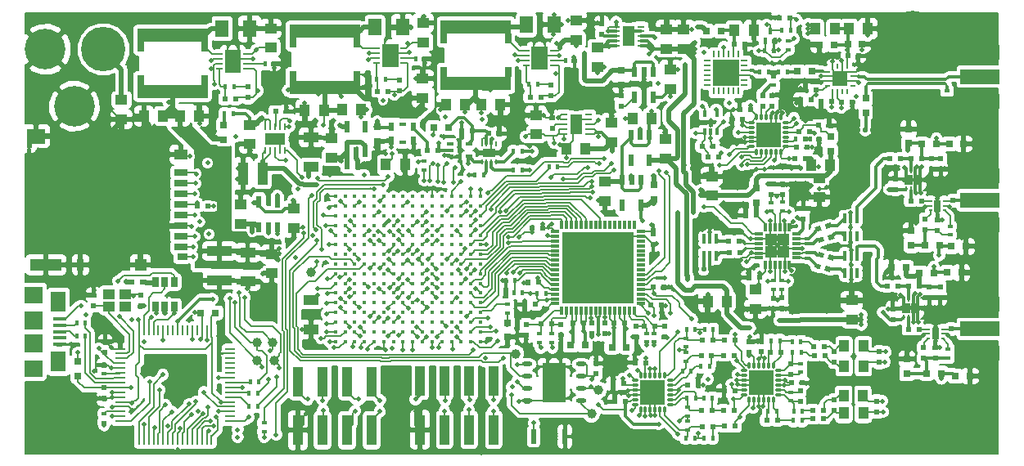
<source format=gbr>
G04 #@! TF.GenerationSoftware,KiCad,Pcbnew,(5.1.2)-1*
G04 #@! TF.CreationDate,2019-06-04T17:54:49-04:00*
G04 #@! TF.ProjectId,fmcw3,666d6377-332e-46b6-9963-61645f706362,rev?*
G04 #@! TF.SameCoordinates,Original*
G04 #@! TF.FileFunction,Copper,L1,Top*
G04 #@! TF.FilePolarity,Positive*
%FSLAX46Y46*%
G04 Gerber Fmt 4.6, Leading zero omitted, Abs format (unit mm)*
G04 Created by KiCad (PCBNEW (5.1.2)-1) date 2019-06-04 17:54:49*
%MOMM*%
%LPD*%
G04 APERTURE LIST*
%ADD10C,0.100000*%
%ADD11R,1.250000X1.000000*%
%ADD12R,1.000000X1.250000*%
%ADD13R,0.500000X0.600000*%
%ADD14R,0.880000X1.060000*%
%ADD15R,0.280000X0.500000*%
%ADD16R,1.000000X3.150000*%
%ADD17R,0.850000X0.450000*%
%ADD18C,0.500000*%
%ADD19R,0.280000X0.800000*%
%ADD20R,2.000000X1.200000*%
%ADD21R,0.450000X0.850000*%
%ADD22R,0.800000X0.280000*%
%ADD23R,1.200000X2.000000*%
%ADD24R,0.600000X0.500000*%
%ADD25R,0.250000X1.000000*%
%ADD26R,1.000000X0.250000*%
%ADD27R,0.550000X0.200000*%
%ADD28R,0.200000X0.550000*%
%ADD29R,1.500000X1.500000*%
%ADD30C,0.300000*%
%ADD31R,0.400000X0.650000*%
%ADD32R,0.700000X2.300000*%
%ADD33R,0.700000X0.800000*%
%ADD34R,2.300000X0.700000*%
%ADD35R,0.800000X0.700000*%
%ADD36R,1.837500X1.837500*%
%ADD37R,0.850000X0.300000*%
%ADD38R,0.300000X0.850000*%
%ADD39R,4.060000X1.520000*%
%ADD40R,0.800000X0.750000*%
%ADD41C,0.400000*%
%ADD42C,4.200000*%
%ADD43C,4.600000*%
%ADD44R,0.600000X1.050000*%
%ADD45R,0.600000X1.250000*%
%ADD46R,1.150000X1.000000*%
%ADD47R,0.400000X0.600000*%
%ADD48R,0.600000X0.400000*%
%ADD49R,0.750000X0.800000*%
%ADD50C,0.550000*%
%ADD51C,6.400000*%
%ADD52C,0.600000*%
%ADD53R,1.600000X1.000000*%
%ADD54R,2.500000X1.000000*%
%ADD55R,0.830000X1.190000*%
%ADD56R,0.700000X0.250000*%
%ADD57R,1.200000X1.025000*%
%ADD58O,1.100000X0.450000*%
%ADD59R,1.300000X1.300000*%
%ADD60R,0.650000X0.400000*%
%ADD61R,0.350000X1.000000*%
%ADD62R,0.650000X0.900000*%
%ADD63R,1.400000X0.700000*%
%ADD64R,1.100000X0.700000*%
%ADD65R,0.800000X1.200000*%
%ADD66R,1.200000X1.200000*%
%ADD67R,1.400000X1.000000*%
%ADD68R,3.200000X1.200000*%
%ADD69R,1.900000X1.500000*%
%ADD70R,0.500000X0.500000*%
%ADD71R,0.550000X0.500000*%
%ADD72R,0.550000X1.500000*%
%ADD73R,0.500000X0.825000*%
%ADD74R,0.700000X0.430000*%
%ADD75R,1.340000X1.800000*%
%ADD76R,0.701040X1.000760*%
%ADD77R,0.460000X0.650000*%
%ADD78R,7.300000X1.400000*%
%ADD79R,0.650000X1.000000*%
%ADD80C,1.000000*%
%ADD81R,1.350000X0.400000*%
%ADD82R,1.600000X2.100000*%
%ADD83R,1.900000X1.800000*%
%ADD84R,1.900000X1.900000*%
%ADD85O,0.300000X0.700000*%
%ADD86O,0.700000X0.300000*%
%ADD87R,2.500000X2.500000*%
%ADD88R,0.250000X0.700000*%
%ADD89R,2.700000X2.700000*%
%ADD90R,0.200000X0.050000*%
%ADD91R,0.700000X1.200000*%
%ADD92R,0.350000X0.250000*%
%ADD93R,0.034000X0.340000*%
%ADD94R,0.340000X0.034000*%
%ADD95C,0.460000*%
%ADD96C,0.380000*%
%ADD97C,0.200000*%
%ADD98C,0.500000*%
%ADD99C,0.300000*%
%ADD100C,0.340000*%
%ADD101C,0.150000*%
G04 APERTURE END LIST*
D10*
G36*
X216813306Y-85759919D02*
G01*
X216642882Y-85759919D01*
X216472458Y-85759919D01*
X216472458Y-85674707D01*
X216472458Y-85589495D01*
X212430000Y-85589495D01*
X208387541Y-85589495D01*
X208387541Y-85858765D01*
X208387541Y-86128035D01*
X208217117Y-86128035D01*
X208046693Y-86128035D01*
X208046693Y-85880876D01*
X208046693Y-85633716D01*
X208239316Y-85441182D01*
X208431940Y-85248647D01*
X212430000Y-85248647D01*
X216428060Y-85248647D01*
X216620683Y-85441182D01*
X216813306Y-85633716D01*
X216813306Y-85696818D01*
X216813306Y-85759919D01*
X216813306Y-85759919D01*
G37*
G36*
X217426833Y-84832813D02*
G01*
X217162774Y-84832813D01*
X216898715Y-84832813D01*
X216816813Y-84914102D01*
X216734911Y-84995391D01*
X216583379Y-85057258D01*
X216431847Y-85119125D01*
X212428441Y-85118832D01*
X208425034Y-85118539D01*
X208275061Y-85056964D01*
X208125088Y-84995388D01*
X208043186Y-84914100D01*
X207961284Y-84832813D01*
X207697225Y-84832813D01*
X207433167Y-84832813D01*
X207433167Y-84662389D01*
X207433167Y-84491965D01*
X207682194Y-84491965D01*
X207931222Y-84491965D01*
X208075874Y-84550843D01*
X208220526Y-84609721D01*
X208305832Y-84693999D01*
X208391139Y-84778277D01*
X212430000Y-84778277D01*
X216468860Y-84778277D01*
X216554167Y-84693999D01*
X216639474Y-84609721D01*
X216784126Y-84550843D01*
X216928778Y-84491965D01*
X217177805Y-84491965D01*
X217426833Y-84491965D01*
X217426833Y-84662389D01*
X217426833Y-84832813D01*
X217426833Y-84832813D01*
G37*
D11*
X203425000Y-97175000D03*
X203425000Y-95175000D03*
D12*
X202550000Y-93850000D03*
X204550000Y-93850000D03*
D13*
X215925000Y-106475000D03*
X215925000Y-107575000D03*
X211025000Y-108725000D03*
X211025000Y-109825000D03*
X216000000Y-94250000D03*
X216000000Y-93150000D03*
X211325000Y-96350000D03*
X211325000Y-95250000D03*
D14*
X212685000Y-95375000D03*
X213565000Y-95375000D03*
D15*
X212375000Y-94425000D03*
X212875000Y-94425000D03*
X213375000Y-94425000D03*
X213875000Y-94425000D03*
X213875000Y-96325000D03*
X213375000Y-96325000D03*
X212875000Y-96325000D03*
X212375000Y-96325000D03*
X212125000Y-109600000D03*
X212625000Y-109600000D03*
X213125000Y-109600000D03*
X213625000Y-109600000D03*
X213625000Y-107700000D03*
X213125000Y-107700000D03*
X212625000Y-107700000D03*
X212125000Y-107700000D03*
D14*
X213315000Y-108650000D03*
X212435000Y-108650000D03*
D16*
X149490000Y-121300000D03*
X149490000Y-116250000D03*
X152030000Y-121300000D03*
X152030000Y-116250000D03*
X154570000Y-121300000D03*
X154570000Y-116250000D03*
X157110000Y-121300000D03*
X157110000Y-116250000D03*
D17*
X147625350Y-90783810D03*
X147625350Y-91443810D03*
X146625350Y-91443810D03*
X146625350Y-90783810D03*
D18*
X147875350Y-90763810D03*
X147875350Y-91463810D03*
X147125350Y-91113810D03*
X146375350Y-90763810D03*
X146375350Y-91463810D03*
D19*
X148125350Y-89863810D03*
X148125350Y-92363810D03*
D20*
X147125350Y-91113810D03*
D19*
X146125350Y-89863810D03*
X146625350Y-89863810D03*
X147125350Y-89863810D03*
X147625350Y-89863810D03*
X147625350Y-92363810D03*
X147125350Y-92363810D03*
X146625350Y-92363810D03*
X146125350Y-92363810D03*
D21*
X177963022Y-89131050D03*
X178623022Y-89131050D03*
X178623022Y-90131050D03*
X177963022Y-90131050D03*
D18*
X177943022Y-88881050D03*
X178643022Y-88881050D03*
X178293022Y-89631050D03*
X177943022Y-90381050D03*
X178643022Y-90381050D03*
D22*
X177043022Y-88631050D03*
X179543022Y-88631050D03*
D23*
X178293022Y-89631050D03*
D22*
X177043022Y-90631050D03*
X177043022Y-90131050D03*
X177043022Y-89631050D03*
X177043022Y-89131050D03*
X179543022Y-89131050D03*
X179543022Y-89631050D03*
X179543022Y-90131050D03*
X179543022Y-90631050D03*
D21*
X183370000Y-80000000D03*
X184030000Y-80000000D03*
X184030000Y-81000000D03*
X183370000Y-81000000D03*
D18*
X183350000Y-79750000D03*
X184050000Y-79750000D03*
X183700000Y-80500000D03*
X183350000Y-81250000D03*
X184050000Y-81250000D03*
D22*
X182450000Y-79500000D03*
X184950000Y-79500000D03*
D23*
X183700000Y-80500000D03*
D22*
X182450000Y-81500000D03*
X182450000Y-81000000D03*
X182450000Y-80500000D03*
X182450000Y-80000000D03*
X184950000Y-80000000D03*
X184950000Y-80500000D03*
X184950000Y-81000000D03*
X184950000Y-81500000D03*
D24*
X200350000Y-78575000D03*
X199250000Y-78575000D03*
D25*
X133060000Y-110910000D03*
X133560000Y-110910000D03*
X134060000Y-110910000D03*
X134560000Y-110910000D03*
X135060000Y-110910000D03*
X135560000Y-110910000D03*
X136060000Y-110910000D03*
X136560000Y-110910000D03*
X137060000Y-110910000D03*
X137560000Y-110910000D03*
X138060000Y-110910000D03*
X138560000Y-110910000D03*
X139060000Y-110910000D03*
X139560000Y-110910000D03*
X140060000Y-110910000D03*
X140560000Y-110910000D03*
D26*
X142510000Y-112860000D03*
X142510000Y-113360000D03*
X142510000Y-113860000D03*
X142510000Y-114360000D03*
X142510000Y-114860000D03*
X142510000Y-115360000D03*
X142510000Y-115860000D03*
X142510000Y-116360000D03*
X142510000Y-116860000D03*
X142510000Y-117360000D03*
X142510000Y-117860000D03*
X142510000Y-118360000D03*
X142510000Y-118860000D03*
X142510000Y-119360000D03*
X142510000Y-119860000D03*
X142510000Y-120360000D03*
D25*
X140560000Y-122310000D03*
X140060000Y-122310000D03*
X139560000Y-122310000D03*
X139060000Y-122310000D03*
X138560000Y-122310000D03*
X138060000Y-122310000D03*
X137560000Y-122310000D03*
X137060000Y-122310000D03*
X136560000Y-122310000D03*
X136060000Y-122310000D03*
X135560000Y-122310000D03*
X135060000Y-122310000D03*
X134560000Y-122310000D03*
X134060000Y-122310000D03*
X133560000Y-122310000D03*
X133060000Y-122310000D03*
D26*
X131110000Y-120360000D03*
X131110000Y-119860000D03*
X131110000Y-119360000D03*
X131110000Y-118860000D03*
X131110000Y-118360000D03*
X131110000Y-117860000D03*
X131110000Y-117360000D03*
X131110000Y-116860000D03*
X131110000Y-116360000D03*
X131110000Y-115860000D03*
X131110000Y-115360000D03*
X131110000Y-114860000D03*
X131110000Y-114360000D03*
X131110000Y-113860000D03*
X131110000Y-113360000D03*
X131110000Y-112860000D03*
D27*
X204235000Y-84160000D03*
X204235000Y-85660000D03*
X204235000Y-84660000D03*
X204235000Y-85160000D03*
D28*
X204810000Y-86235000D03*
X205310000Y-86235000D03*
X205810000Y-86235000D03*
X206310000Y-86235000D03*
D27*
X206885000Y-85660000D03*
X206885000Y-85160000D03*
X206885000Y-84660000D03*
X206885000Y-84160000D03*
D28*
X206310000Y-83585000D03*
X205810000Y-83585000D03*
X205310000Y-83585000D03*
X204810000Y-83585000D03*
D29*
X205560000Y-84910000D03*
D30*
X205160000Y-84510000D03*
X205960000Y-84510000D03*
X205160000Y-85310000D03*
X205960000Y-85310000D03*
D31*
X191550000Y-88500000D03*
X192850000Y-88500000D03*
X192200000Y-90400000D03*
X192850000Y-90400000D03*
X191550000Y-90400000D03*
D32*
X209420000Y-87650000D03*
D33*
X208220000Y-86900000D03*
X208220000Y-88400000D03*
D34*
X201930000Y-82950000D03*
D35*
X201180000Y-84150000D03*
X202680000Y-84150000D03*
D12*
X193875000Y-107950000D03*
X191875000Y-107950000D03*
D11*
X206775000Y-109850000D03*
X206775000Y-107850000D03*
D36*
X177769286Y-107201944D03*
X179606786Y-107201944D03*
X181444286Y-107201944D03*
X183281786Y-107201944D03*
X177769286Y-105364444D03*
X179606786Y-105364444D03*
X181444286Y-105364444D03*
X183281786Y-105364444D03*
X177769286Y-103526944D03*
X179606786Y-103526944D03*
X181444286Y-103526944D03*
X183281786Y-103526944D03*
X177769286Y-101689444D03*
X179606786Y-101689444D03*
X181444286Y-101689444D03*
X183281786Y-101689444D03*
D37*
X176075536Y-108195694D03*
X176075536Y-107695694D03*
X176075536Y-107195694D03*
X176075536Y-106695694D03*
X176075536Y-106195694D03*
X176075536Y-105695694D03*
X176075536Y-105195694D03*
X176075536Y-104695694D03*
X176075536Y-104195694D03*
X176075536Y-103695694D03*
X176075536Y-103195694D03*
X176075536Y-102695694D03*
X176075536Y-102195694D03*
X176075536Y-101695694D03*
X176075536Y-101195694D03*
X176075536Y-100695694D03*
D38*
X176775536Y-99995694D03*
X177275536Y-99995694D03*
X177775536Y-99995694D03*
X178275536Y-99995694D03*
X178775536Y-99995694D03*
X179275536Y-99995694D03*
X179775536Y-99995694D03*
X180275536Y-99995694D03*
X180775536Y-99995694D03*
X181275536Y-99995694D03*
X181775536Y-99995694D03*
X182275536Y-99995694D03*
X182775536Y-99995694D03*
X183275536Y-99995694D03*
X183775536Y-99995694D03*
X184275536Y-99995694D03*
D37*
X184975536Y-100695694D03*
X184975536Y-101195694D03*
X184975536Y-101695694D03*
X184975536Y-102195694D03*
X184975536Y-102695694D03*
X184975536Y-103195694D03*
X184975536Y-103695694D03*
X184975536Y-104195694D03*
X184975536Y-104695694D03*
X184975536Y-105195694D03*
X184975536Y-105695694D03*
X184975536Y-106195694D03*
X184975536Y-106695694D03*
X184975536Y-107195694D03*
X184975536Y-107695694D03*
X184975536Y-108195694D03*
D38*
X184275536Y-108895694D03*
X183775536Y-108895694D03*
X183275536Y-108895694D03*
X182775536Y-108895694D03*
X182275536Y-108895694D03*
X181775536Y-108895694D03*
X181275536Y-108895694D03*
X180775536Y-108895694D03*
X180275536Y-108895694D03*
X179775536Y-108895694D03*
X179275536Y-108895694D03*
X178775536Y-108895694D03*
X178275536Y-108895694D03*
X177775536Y-108895694D03*
X177275536Y-108895694D03*
X176775536Y-108895694D03*
D39*
X220050000Y-110820000D03*
X220050000Y-108280000D03*
X220050000Y-113360000D03*
D18*
X221800000Y-108720000D03*
X221300000Y-108720000D03*
X220800000Y-108720000D03*
X220300000Y-108720000D03*
X219800000Y-108720000D03*
X219300000Y-108720000D03*
X218800000Y-108720000D03*
X218300000Y-108720000D03*
X221800000Y-112920000D03*
X221300000Y-112920000D03*
X220800000Y-112920000D03*
X220300000Y-112920000D03*
X219800000Y-112920000D03*
X219300000Y-112920000D03*
X218800000Y-112920000D03*
X218300000Y-112920000D03*
D39*
X220050000Y-84670000D03*
X220050000Y-82130000D03*
X220050000Y-87210000D03*
D18*
X221800000Y-82570000D03*
X221300000Y-82570000D03*
X220800000Y-82570000D03*
X220300000Y-82570000D03*
X219800000Y-82570000D03*
X219300000Y-82570000D03*
X218800000Y-82570000D03*
X218300000Y-82570000D03*
X221800000Y-86770000D03*
X221300000Y-86770000D03*
X220800000Y-86770000D03*
X220300000Y-86770000D03*
X219800000Y-86770000D03*
X219300000Y-86770000D03*
X218800000Y-86770000D03*
X218300000Y-86770000D03*
D39*
X220050000Y-97500000D03*
X220050000Y-94960000D03*
X220050000Y-100040000D03*
D18*
X221800000Y-95400000D03*
X221300000Y-95400000D03*
X220800000Y-95400000D03*
X220300000Y-95400000D03*
X219800000Y-95400000D03*
X219300000Y-95400000D03*
X218800000Y-95400000D03*
X218300000Y-95400000D03*
X221800000Y-99600000D03*
X221300000Y-99600000D03*
X220800000Y-99600000D03*
X220300000Y-99600000D03*
X219800000Y-99600000D03*
X219300000Y-99600000D03*
X218800000Y-99600000D03*
X218300000Y-99600000D03*
D40*
X140950000Y-109150000D03*
X139450000Y-109150000D03*
D41*
X168373547Y-112097215D03*
X168373547Y-111097215D03*
X168373547Y-110097215D03*
X168373547Y-109097215D03*
X168373547Y-108097215D03*
X168373547Y-107097215D03*
X168373547Y-106097215D03*
X168373547Y-105097215D03*
X168373547Y-104097215D03*
X168373547Y-103097215D03*
X168373547Y-102097215D03*
X168373547Y-101097215D03*
X168373547Y-100097215D03*
X168373547Y-99097215D03*
X168373547Y-98097215D03*
X168373547Y-97097215D03*
X167373547Y-112097215D03*
X167373547Y-111097215D03*
X167373547Y-110097215D03*
X167373547Y-109097215D03*
X167373547Y-108097215D03*
X167373547Y-107097215D03*
X167373547Y-106097215D03*
X167373547Y-105097215D03*
X167373547Y-104097215D03*
X167373547Y-103097215D03*
X167373547Y-102097215D03*
X167373547Y-101097215D03*
X167373547Y-100097215D03*
X167373547Y-99097215D03*
X167373547Y-98097215D03*
X167373547Y-97097215D03*
X166373547Y-112097215D03*
X166373547Y-111097215D03*
X166373547Y-110097215D03*
X166373547Y-109097215D03*
X166373547Y-108097215D03*
X166373547Y-107097215D03*
X166373547Y-106097215D03*
X166373547Y-105097215D03*
X166373547Y-104097215D03*
X166373547Y-103097215D03*
X166373547Y-102097215D03*
X166373547Y-101097215D03*
X166373547Y-100097215D03*
X166373547Y-99097215D03*
X166373547Y-98097215D03*
X166373547Y-97097215D03*
X165373547Y-112097215D03*
X165373547Y-111097215D03*
X165373547Y-110097215D03*
X165373547Y-109097215D03*
X165373547Y-108097215D03*
X165373547Y-107097215D03*
X165373547Y-106097215D03*
X165373547Y-105097215D03*
X165373547Y-104097215D03*
X165373547Y-103097215D03*
X165373547Y-102097215D03*
X165373547Y-101097215D03*
X165373547Y-100097215D03*
X165373547Y-99097215D03*
X165373547Y-98097215D03*
X165373547Y-97097215D03*
X164373547Y-112097215D03*
X164373547Y-111097215D03*
X164373547Y-110097215D03*
X164373547Y-109097215D03*
X164373547Y-108097215D03*
X164373547Y-107097215D03*
X164373547Y-106097215D03*
X164373547Y-105097215D03*
X164373547Y-104097215D03*
X164373547Y-103097215D03*
X164373547Y-102097215D03*
X164373547Y-101097215D03*
X164373547Y-100097215D03*
X164373547Y-99097215D03*
X164373547Y-98097215D03*
X164373547Y-97097215D03*
X163373547Y-112097215D03*
X163373547Y-111097215D03*
X163373547Y-110097215D03*
X163373547Y-109097215D03*
X163373547Y-108097215D03*
X163373547Y-107097215D03*
X163373547Y-106097215D03*
X163373547Y-105097215D03*
X163373547Y-104097215D03*
X163373547Y-103097215D03*
X163373547Y-102097215D03*
X163373547Y-101097215D03*
X163373547Y-100097215D03*
X163373547Y-99097215D03*
X163373547Y-98097215D03*
X163373547Y-97097215D03*
X162373547Y-112097215D03*
X162373547Y-111097215D03*
X162373547Y-110097215D03*
X162373547Y-109097215D03*
X162373547Y-108097215D03*
X162373547Y-107097215D03*
X162373547Y-106097215D03*
X162373547Y-105097215D03*
X162373547Y-104097215D03*
X162373547Y-103097215D03*
X162373547Y-102097215D03*
X162373547Y-101097215D03*
X162373547Y-100097215D03*
X162373547Y-99097215D03*
X162373547Y-98097215D03*
X162373547Y-97097215D03*
X161373547Y-112097215D03*
X161373547Y-111097215D03*
X161373547Y-110097215D03*
X161373547Y-109097215D03*
X161373547Y-108097215D03*
X161373547Y-107097215D03*
X161373547Y-106097215D03*
X161373547Y-105097215D03*
X161373547Y-104097215D03*
X161373547Y-103097215D03*
X161373547Y-102097215D03*
X161373547Y-101097215D03*
X161373547Y-100097215D03*
X161373547Y-99097215D03*
X161373547Y-98097215D03*
X161373547Y-97097215D03*
X160373547Y-112097215D03*
X160373547Y-111097215D03*
X160373547Y-110097215D03*
X160373547Y-109097215D03*
X160373547Y-108097215D03*
X160373547Y-107097215D03*
X160373547Y-106097215D03*
X160373547Y-105097215D03*
X160373547Y-104097215D03*
X160373547Y-103097215D03*
X160373547Y-102097215D03*
X160373547Y-101097215D03*
X160373547Y-100097215D03*
X160373547Y-99097215D03*
X160373547Y-98097215D03*
X160373547Y-97097215D03*
X159373547Y-112097215D03*
X159373547Y-111097215D03*
X159373547Y-110097215D03*
X159373547Y-109097215D03*
X159373547Y-108097215D03*
X159373547Y-107097215D03*
X159373547Y-106097215D03*
X159373547Y-105097215D03*
X159373547Y-104097215D03*
X159373547Y-103097215D03*
X159373547Y-102097215D03*
X159373547Y-101097215D03*
X159373547Y-100097215D03*
X159373547Y-99097215D03*
X159373547Y-98097215D03*
X159373547Y-97097215D03*
X158373547Y-112097215D03*
X158373547Y-111097215D03*
X158373547Y-110097215D03*
X158373547Y-109097215D03*
X158373547Y-108097215D03*
X158373547Y-107097215D03*
X158373547Y-106097215D03*
X158373547Y-105097215D03*
X158373547Y-104097215D03*
X158373547Y-103097215D03*
X158373547Y-102097215D03*
X158373547Y-101097215D03*
X158373547Y-100097215D03*
X158373547Y-99097215D03*
X158373547Y-98097215D03*
X158373547Y-97097215D03*
X157373547Y-112097215D03*
X157373547Y-111097215D03*
X157373547Y-110097215D03*
X157373547Y-109097215D03*
X157373547Y-108097215D03*
X157373547Y-107097215D03*
X157373547Y-106097215D03*
X157373547Y-105097215D03*
X157373547Y-104097215D03*
X157373547Y-103097215D03*
X157373547Y-102097215D03*
X157373547Y-101097215D03*
X157373547Y-100097215D03*
X157373547Y-99097215D03*
X157373547Y-98097215D03*
X157373547Y-97097215D03*
X156373547Y-112097215D03*
X156373547Y-111097215D03*
X156373547Y-110097215D03*
X156373547Y-109097215D03*
X156373547Y-108097215D03*
X156373547Y-107097215D03*
X156373547Y-106097215D03*
X156373547Y-105097215D03*
X156373547Y-104097215D03*
X156373547Y-103097215D03*
X156373547Y-102097215D03*
X156373547Y-101097215D03*
X156373547Y-100097215D03*
X156373547Y-99097215D03*
X156373547Y-98097215D03*
X156373547Y-97097215D03*
X155373547Y-112097215D03*
X155373547Y-111097215D03*
X155373547Y-110097215D03*
X155373547Y-109097215D03*
X155373547Y-108097215D03*
X155373547Y-107097215D03*
X155373547Y-106097215D03*
X155373547Y-105097215D03*
X155373547Y-104097215D03*
X155373547Y-103097215D03*
X155373547Y-102097215D03*
X155373547Y-101097215D03*
X155373547Y-100097215D03*
X155373547Y-99097215D03*
X155373547Y-98097215D03*
X155373547Y-97097215D03*
X154373547Y-112097215D03*
X154373547Y-111097215D03*
X154373547Y-110097215D03*
X154373547Y-109097215D03*
X154373547Y-108097215D03*
X154373547Y-107097215D03*
X154373547Y-106097215D03*
X154373547Y-105097215D03*
X154373547Y-104097215D03*
X154373547Y-103097215D03*
X154373547Y-102097215D03*
X154373547Y-101097215D03*
X154373547Y-100097215D03*
X154373547Y-99097215D03*
X154373547Y-98097215D03*
X154373547Y-97097215D03*
X153373547Y-112097215D03*
X153373547Y-111097215D03*
X153373547Y-110097215D03*
X153373547Y-109097215D03*
X153373547Y-108097215D03*
X153373547Y-107097215D03*
X153373547Y-106097215D03*
X153373547Y-105097215D03*
X153373547Y-104097215D03*
X153373547Y-103097215D03*
X153373547Y-102097215D03*
X153373547Y-101097215D03*
X153373547Y-100097215D03*
X153373547Y-99097215D03*
X153373547Y-98097215D03*
X153373547Y-97097215D03*
D42*
X126375000Y-87750000D03*
D43*
X129375000Y-81850000D03*
D42*
X123375000Y-81850000D03*
D11*
X162400000Y-86900000D03*
X162400000Y-84900000D03*
D44*
X154550000Y-92500000D03*
X155500000Y-92500000D03*
X156450000Y-92500000D03*
D45*
X156450000Y-89900000D03*
X154550000Y-89900000D03*
D46*
X129900000Y-108500000D03*
X131650000Y-108500000D03*
X131650000Y-107200000D03*
X129900000Y-107200000D03*
D47*
X172720000Y-107050000D03*
X171820000Y-107050000D03*
D48*
X200500000Y-118270000D03*
X200500000Y-117370000D03*
D18*
X204356259Y-100132650D03*
D10*
G36*
X204131186Y-100451777D02*
G01*
X204001776Y-99968814D01*
X204581332Y-99813523D01*
X204710742Y-100296486D01*
X204131186Y-100451777D01*
X204131186Y-100451777D01*
G37*
D18*
X203293741Y-100417350D03*
D10*
G36*
X203068668Y-100736477D02*
G01*
X202939258Y-100253514D01*
X203518814Y-100098223D01*
X203648224Y-100581186D01*
X203068668Y-100736477D01*
X203068668Y-100736477D01*
G37*
D49*
X212650000Y-91600000D03*
X212650000Y-90100000D03*
D50*
X207450000Y-90200000D03*
X208950000Y-90200000D03*
X208200000Y-90200000D03*
X191450000Y-104600000D03*
X190700000Y-104600000D03*
X192200000Y-104600000D03*
D51*
X218350000Y-120550000D03*
D52*
X220750000Y-120550000D03*
X220047056Y-122247056D03*
X218350000Y-122950000D03*
X216652944Y-122247056D03*
X215950000Y-120550000D03*
X216652944Y-118852944D03*
X218350000Y-118150000D03*
X220047056Y-118852944D03*
X214797056Y-79402944D03*
X213100000Y-78700000D03*
X211402944Y-79402944D03*
X210700000Y-81100000D03*
X211402944Y-82797056D03*
X213100000Y-83500000D03*
X214797056Y-82797056D03*
X215500000Y-81100000D03*
D51*
X213100000Y-81100000D03*
X124450000Y-120550000D03*
D52*
X126850000Y-120550000D03*
X126147056Y-122247056D03*
X124450000Y-122950000D03*
X122752944Y-122247056D03*
X122050000Y-120550000D03*
X122752944Y-118852944D03*
X124450000Y-118150000D03*
X126147056Y-118852944D03*
D13*
X176710000Y-110320000D03*
X176710000Y-111420000D03*
X173080000Y-110370000D03*
X173080000Y-111470000D03*
D24*
X174615536Y-110245694D03*
X175715536Y-110245694D03*
D13*
X187405536Y-111635694D03*
X187405536Y-110535694D03*
D24*
X185315536Y-110505694D03*
X186415536Y-110505694D03*
D13*
X184485536Y-111625694D03*
X184485536Y-110525694D03*
D48*
X174480000Y-111310000D03*
X174480000Y-112210000D03*
X185535536Y-112175694D03*
X185535536Y-111275694D03*
X175745536Y-111305694D03*
X175745536Y-112205694D03*
X186335536Y-111255694D03*
X186335536Y-112155694D03*
D24*
X202590000Y-87060000D03*
X201490000Y-87060000D03*
D11*
X196800000Y-108750000D03*
X196800000Y-106750000D03*
D49*
X126750000Y-115700000D03*
X126750000Y-114200000D03*
D53*
X150850000Y-110850000D03*
X150850000Y-107850000D03*
X144293380Y-102906234D03*
X144293380Y-105906234D03*
X150860000Y-90980000D03*
X150860000Y-93980000D03*
D54*
X141393380Y-105756234D03*
X141393380Y-102756234D03*
D55*
X158635000Y-81905000D03*
X158635000Y-83095000D03*
X159465000Y-81905000D03*
X159465000Y-83095000D03*
D56*
X160450000Y-81750000D03*
X160450000Y-82250000D03*
X160450000Y-82750000D03*
X160450000Y-83250000D03*
X157650000Y-83250000D03*
X157650000Y-82750000D03*
X157650000Y-82250000D03*
X157650000Y-81750000D03*
X173080000Y-82020000D03*
X173080000Y-82520000D03*
X173080000Y-83020000D03*
X173080000Y-83520000D03*
X175880000Y-83520000D03*
X175880000Y-83020000D03*
X175880000Y-82520000D03*
X175880000Y-82020000D03*
D55*
X174895000Y-83365000D03*
X174895000Y-82175000D03*
X174065000Y-83365000D03*
X174065000Y-82175000D03*
X142355000Y-82515000D03*
X142355000Y-83705000D03*
X143185000Y-82515000D03*
X143185000Y-83705000D03*
D56*
X144170000Y-82360000D03*
X144170000Y-82860000D03*
X144170000Y-83360000D03*
X144170000Y-83860000D03*
X141370000Y-83860000D03*
X141370000Y-83360000D03*
X141370000Y-82860000D03*
X141370000Y-82360000D03*
D57*
X175390000Y-114822500D03*
X175390000Y-115847500D03*
X175390000Y-116872499D03*
X175390000Y-117897500D03*
X176590000Y-114822500D03*
X176590000Y-115847500D03*
X176590000Y-116872499D03*
X176590000Y-117897500D03*
D58*
X178790000Y-114455000D03*
X178790000Y-115725000D03*
X178790000Y-116995000D03*
X178790000Y-118265000D03*
X173190000Y-118265000D03*
X173190000Y-116995000D03*
X173190000Y-115725000D03*
X173190000Y-114455000D03*
D59*
X199735000Y-101555000D03*
X198435000Y-101555000D03*
X199735000Y-102855000D03*
X198435000Y-102855000D03*
D37*
X201035000Y-100955000D03*
X201035000Y-101455000D03*
X201035000Y-101955000D03*
X201035000Y-102455000D03*
X201035000Y-102955000D03*
X201035000Y-103455000D03*
D38*
X200335000Y-104155000D03*
X199835000Y-104155000D03*
X199335000Y-104155000D03*
X198835000Y-104155000D03*
X198335000Y-104155000D03*
X197835000Y-104155000D03*
D37*
X197135000Y-103455000D03*
X197135000Y-102955000D03*
X197135000Y-102455000D03*
X197135000Y-101955000D03*
X197135000Y-101455000D03*
X197135000Y-100955000D03*
D38*
X197835000Y-100255000D03*
X198335000Y-100255000D03*
X198835000Y-100255000D03*
X199335000Y-100255000D03*
X199835000Y-100255000D03*
X200335000Y-100255000D03*
D16*
X169750000Y-116200000D03*
X169750000Y-121250000D03*
X167210000Y-116200000D03*
X167210000Y-121250000D03*
X164670000Y-116200000D03*
X164670000Y-121250000D03*
X162130000Y-116200000D03*
X162130000Y-121250000D03*
D60*
X165250000Y-91650000D03*
X165250000Y-92950000D03*
X165250000Y-92300000D03*
X167150000Y-92950000D03*
X167150000Y-91650000D03*
D61*
X207350000Y-103225000D03*
X206700000Y-103225000D03*
X206050000Y-103225000D03*
X206050000Y-105025000D03*
X206700000Y-105025000D03*
X207350000Y-105025000D03*
X207325000Y-101175000D03*
X206675000Y-101175000D03*
X206025000Y-101175000D03*
X206025000Y-99375000D03*
X206675000Y-99375000D03*
X207325000Y-99375000D03*
X191460000Y-103280000D03*
X192110000Y-103280000D03*
X192760000Y-103280000D03*
X192760000Y-101480000D03*
X192110000Y-101480000D03*
X191460000Y-101480000D03*
D24*
X212650000Y-110850000D03*
X213750000Y-110850000D03*
D13*
X217030000Y-110820000D03*
X217030000Y-109720000D03*
D24*
X196280000Y-88070000D03*
X195180000Y-88070000D03*
X194400000Y-89070000D03*
X195500000Y-89070000D03*
X201030000Y-91950000D03*
X202130000Y-91950000D03*
X202025000Y-93175000D03*
X200925000Y-93175000D03*
X203330000Y-89730000D03*
X204430000Y-89730000D03*
X202400000Y-90400000D03*
X201300000Y-90400000D03*
D13*
X198540000Y-86610000D03*
X198540000Y-87710000D03*
D24*
X155700000Y-94050000D03*
X154600000Y-94050000D03*
X182210000Y-110230000D03*
X183310000Y-110230000D03*
D13*
X197600000Y-87730000D03*
X197600000Y-86630000D03*
D24*
X164000000Y-92300000D03*
X162900000Y-92300000D03*
X166440000Y-90320000D03*
X167540000Y-90320000D03*
D13*
X214800000Y-107575000D03*
X214800000Y-106475000D03*
D24*
X132300000Y-105950000D03*
X133400000Y-105950000D03*
D13*
X128350000Y-108400000D03*
X128350000Y-107300000D03*
X181220000Y-110220000D03*
X181220000Y-111320000D03*
D24*
X173700000Y-100350000D03*
X174800000Y-100350000D03*
D13*
X179910000Y-110195694D03*
X179910000Y-111295694D03*
D24*
X192400000Y-91900000D03*
X191300000Y-91900000D03*
X187325536Y-106495694D03*
X186225536Y-106495694D03*
X202010000Y-86090000D03*
X203110000Y-86090000D03*
D13*
X215410000Y-113830000D03*
X215410000Y-112730000D03*
D24*
X206840000Y-87320000D03*
X205740000Y-87320000D03*
X203600000Y-87280000D03*
X204700000Y-87280000D03*
X210450000Y-106375000D03*
X211550000Y-106375000D03*
X194620000Y-81320000D03*
X195720000Y-81320000D03*
X194060000Y-101730000D03*
X195160000Y-101730000D03*
D18*
X203268741Y-104307650D03*
D10*
G36*
X202914258Y-104471486D02*
G01*
X203043668Y-103988523D01*
X203623224Y-104143814D01*
X203493814Y-104626777D01*
X202914258Y-104471486D01*
X202914258Y-104471486D01*
G37*
D18*
X204331259Y-104592350D03*
D10*
G36*
X203976776Y-104756186D02*
G01*
X204106186Y-104273223D01*
X204685742Y-104428514D01*
X204556332Y-104911477D01*
X203976776Y-104756186D01*
X203976776Y-104756186D01*
G37*
D18*
X204656259Y-103417350D03*
D10*
G36*
X204301776Y-103581186D02*
G01*
X204431186Y-103098223D01*
X205010742Y-103253514D01*
X204881332Y-103736477D01*
X204301776Y-103581186D01*
X204301776Y-103581186D01*
G37*
D18*
X203593741Y-103132650D03*
D10*
G36*
X203239258Y-103296486D02*
G01*
X203368668Y-102813523D01*
X203948224Y-102968814D01*
X203818814Y-103451777D01*
X203239258Y-103296486D01*
X203239258Y-103296486D01*
G37*
D18*
X203593741Y-101592350D03*
D10*
G36*
X203368668Y-101911477D02*
G01*
X203239258Y-101428514D01*
X203818814Y-101273223D01*
X203948224Y-101756186D01*
X203368668Y-101911477D01*
X203368668Y-101911477D01*
G37*
D18*
X204656259Y-101307650D03*
D10*
G36*
X204431186Y-101626777D02*
G01*
X204301776Y-101143814D01*
X204881332Y-100988523D01*
X205010742Y-101471486D01*
X204431186Y-101626777D01*
X204431186Y-101626777D01*
G37*
D13*
X215025000Y-94250000D03*
X215025000Y-93150000D03*
X217250000Y-97520000D03*
X217250000Y-96420000D03*
X215660000Y-99500000D03*
X215660000Y-100600000D03*
D24*
X211850000Y-93175000D03*
X210750000Y-93175000D03*
D13*
X144350000Y-86850000D03*
X144350000Y-85750000D03*
X175650000Y-86650000D03*
X175650000Y-85550000D03*
X159960000Y-85020000D03*
X159960000Y-86120000D03*
D24*
X212870000Y-97550000D03*
X213970000Y-97550000D03*
X170310000Y-90570000D03*
X169210000Y-90570000D03*
X139100000Y-98100000D03*
X140200000Y-98100000D03*
X191950000Y-93000000D03*
X193050000Y-93000000D03*
X174600000Y-86800000D03*
X173500000Y-86800000D03*
X157710000Y-86240000D03*
X158810000Y-86240000D03*
X206360000Y-82520000D03*
X207460000Y-82520000D03*
D13*
X175793022Y-90021050D03*
X175793022Y-88921050D03*
D24*
X148280000Y-88290000D03*
X147180000Y-88290000D03*
D13*
X180911322Y-80260700D03*
X180911322Y-79160700D03*
X182920000Y-86620000D03*
X182920000Y-87720000D03*
D24*
X141950000Y-87010000D03*
X143050000Y-87010000D03*
X202725000Y-119205000D03*
X203825000Y-119205000D03*
X203965000Y-112615000D03*
X202865000Y-112615000D03*
X202885000Y-113555000D03*
X203985000Y-113555000D03*
D13*
X204965000Y-118185000D03*
X204965000Y-119285000D03*
D24*
X183190000Y-116480000D03*
X182090000Y-116480000D03*
D13*
X204965000Y-113125000D03*
X204965000Y-114225000D03*
X209375000Y-119395000D03*
X209375000Y-118295000D03*
X209640000Y-113180000D03*
X209640000Y-114280000D03*
X199550000Y-108700000D03*
X199550000Y-107600000D03*
X198650000Y-107625000D03*
X198650000Y-108725000D03*
X196140000Y-113220000D03*
X196140000Y-112120000D03*
D24*
X193580000Y-117200000D03*
X194680000Y-117200000D03*
D13*
X198425000Y-95800000D03*
X198425000Y-96900000D03*
D24*
X199460000Y-113200000D03*
X198360000Y-113200000D03*
D13*
X200500000Y-114400000D03*
X200500000Y-115500000D03*
X201440000Y-118320000D03*
X201440000Y-117220000D03*
D24*
X199085000Y-120255000D03*
X197985000Y-120255000D03*
X201620000Y-116410000D03*
X200520000Y-116410000D03*
D13*
X197430000Y-113170000D03*
X197430000Y-112070000D03*
D24*
X194720000Y-120885000D03*
X193620000Y-120885000D03*
X193510000Y-119255000D03*
X194610000Y-119255000D03*
X194645000Y-113535000D03*
X193545000Y-113535000D03*
X193595000Y-111985000D03*
X194695000Y-111985000D03*
X192400000Y-120905000D03*
X191300000Y-120905000D03*
D13*
X199625000Y-95825000D03*
X199625000Y-96925000D03*
D24*
X203885000Y-120055000D03*
X202785000Y-120055000D03*
X191305000Y-111975000D03*
X192405000Y-111975000D03*
X182270000Y-118320000D03*
X183370000Y-118320000D03*
X185440000Y-114300000D03*
X184340000Y-114300000D03*
X190900000Y-116650000D03*
X189800000Y-116650000D03*
D13*
X201775000Y-98325000D03*
X201775000Y-99425000D03*
D24*
X196900000Y-99025000D03*
X195800000Y-99025000D03*
X196125000Y-105475000D03*
X197225000Y-105475000D03*
X192340000Y-119205000D03*
X191240000Y-119205000D03*
X191195000Y-113575000D03*
X192295000Y-113575000D03*
D13*
X214180000Y-113850000D03*
X214180000Y-112750000D03*
X180340000Y-115470000D03*
X180340000Y-114370000D03*
X133200000Y-107350000D03*
X133200000Y-108450000D03*
D24*
X194110000Y-102880000D03*
X195210000Y-102880000D03*
D13*
X129550000Y-113250000D03*
X129550000Y-112150000D03*
X129450000Y-118010000D03*
X129450000Y-116910000D03*
X214390000Y-100550000D03*
X214390000Y-99450000D03*
D24*
X212875000Y-93150000D03*
X213975000Y-93150000D03*
X212625000Y-106375000D03*
X213725000Y-106375000D03*
X173275536Y-105995694D03*
X174375536Y-105995694D03*
X177960000Y-110230000D03*
X179060000Y-110230000D03*
X172955536Y-108275694D03*
X174055536Y-108275694D03*
X186025536Y-108345694D03*
X187125536Y-108345694D03*
D13*
X186240000Y-102050000D03*
X186240000Y-100950000D03*
D49*
X212925000Y-102150000D03*
X212925000Y-100650000D03*
D40*
X183480000Y-112700000D03*
X181980000Y-112700000D03*
D49*
X212475000Y-113925000D03*
X212475000Y-115425000D03*
X204580000Y-90880000D03*
X204580000Y-92380000D03*
X196900000Y-96200000D03*
X196900000Y-97700000D03*
X186290000Y-95880000D03*
X186290000Y-97380000D03*
D40*
X193280000Y-79960000D03*
X191780000Y-79960000D03*
X213750000Y-105000000D03*
X215250000Y-105000000D03*
X214350000Y-102130000D03*
X215850000Y-102130000D03*
X216020000Y-115400000D03*
X214520000Y-115400000D03*
X214050000Y-91675000D03*
X215550000Y-91675000D03*
X206370000Y-81330000D03*
X207870000Y-81330000D03*
X216850000Y-91650000D03*
X218350000Y-91650000D03*
X210900000Y-104450000D03*
X212400000Y-104450000D03*
X217520000Y-115700000D03*
X219020000Y-115700000D03*
X165040000Y-89970000D03*
X163540000Y-89970000D03*
X179190000Y-112500000D03*
X177690000Y-112500000D03*
X217100000Y-102260000D03*
X218600000Y-102260000D03*
D49*
X157750000Y-91400000D03*
X157750000Y-89900000D03*
D40*
X203430000Y-81360000D03*
X204930000Y-81360000D03*
X218150000Y-104975000D03*
X216650000Y-104975000D03*
D49*
X182920000Y-84040000D03*
X182920000Y-85540000D03*
D11*
X174113022Y-90671050D03*
X174113022Y-88671050D03*
D12*
X184100000Y-89000000D03*
X186100000Y-89000000D03*
X150210000Y-88150000D03*
X152210000Y-88150000D03*
X170450000Y-87590000D03*
X168450000Y-87590000D03*
X154030000Y-88100000D03*
X156030000Y-88100000D03*
X133560000Y-88760000D03*
X135560000Y-88760000D03*
X166800000Y-87570000D03*
X164800000Y-87570000D03*
X139290000Y-88760000D03*
X137290000Y-88760000D03*
D11*
X153000000Y-91050000D03*
X153000000Y-93050000D03*
X181250000Y-95540000D03*
X181250000Y-97540000D03*
X149069100Y-98369306D03*
X149069100Y-100369306D03*
D12*
X205980000Y-114690000D03*
X207980000Y-114690000D03*
X207980000Y-112590000D03*
X205980000Y-112590000D03*
X205965000Y-119535000D03*
X207965000Y-119535000D03*
X207935000Y-117715000D03*
X205935000Y-117715000D03*
X160580000Y-93790000D03*
X158580000Y-93790000D03*
X203030000Y-79730000D03*
X205030000Y-79730000D03*
D11*
X187500000Y-91150000D03*
X187500000Y-93150000D03*
X144525350Y-89663810D03*
X144525350Y-91663810D03*
X143569100Y-97919306D03*
X143569100Y-99919306D03*
X188030000Y-85960000D03*
X188030000Y-83960000D03*
D12*
X177250000Y-92150000D03*
X179250000Y-92150000D03*
X145850000Y-95300000D03*
X143850000Y-95300000D03*
D11*
X187631322Y-79790700D03*
X187631322Y-81790700D03*
X181950000Y-91450000D03*
X181950000Y-89450000D03*
D12*
X143850000Y-94150000D03*
X145850000Y-94150000D03*
D11*
X189391322Y-81800700D03*
X189391322Y-79800700D03*
X192300000Y-97000000D03*
X192300000Y-95000000D03*
X162460000Y-81110000D03*
X162460000Y-79110000D03*
X131250000Y-89100000D03*
X131250000Y-87100000D03*
X178250000Y-80860000D03*
X178250000Y-78860000D03*
X146670000Y-79690000D03*
X146670000Y-81690000D03*
D12*
X208450000Y-79700000D03*
X206450000Y-79700000D03*
X196630000Y-79890000D03*
X194630000Y-79890000D03*
D11*
X180495805Y-81673855D03*
X180495805Y-83673855D03*
X146793380Y-103056234D03*
X146793380Y-105056234D03*
D15*
X168510000Y-93520000D03*
X169010000Y-93520000D03*
X169510000Y-93520000D03*
X170010000Y-93520000D03*
X170010000Y-91620000D03*
X169510000Y-91620000D03*
X169010000Y-91620000D03*
X168510000Y-91620000D03*
D62*
X169585000Y-92570000D03*
X168935000Y-92570000D03*
D63*
X137400000Y-94650000D03*
X137400000Y-95750000D03*
X137400000Y-96850000D03*
X137400000Y-97950000D03*
X137400000Y-99050000D03*
X137400000Y-100150000D03*
X137400000Y-101250000D03*
X137400000Y-102350000D03*
D64*
X137550000Y-103300000D03*
D65*
X127000000Y-104150000D03*
D66*
X133200000Y-104150000D03*
D67*
X137400000Y-92750000D03*
D68*
X123400000Y-104150000D03*
D69*
X122400000Y-90850000D03*
D70*
X121700000Y-91850000D03*
D71*
X173870000Y-122440000D03*
X173870000Y-121440000D03*
X177120000Y-122440000D03*
X177120000Y-121540000D03*
D72*
X177120000Y-121940000D03*
X173870000Y-121940000D03*
D73*
X159145714Y-91312500D03*
D74*
X160295714Y-91512500D03*
D73*
X161445714Y-91312500D03*
X161445714Y-89837500D03*
D74*
X160295714Y-89637500D03*
D73*
X159145714Y-89837500D03*
D49*
X171150000Y-110150000D03*
X171150000Y-111650000D03*
X141810663Y-91188277D03*
X141810663Y-89688277D03*
D47*
X197290000Y-84170000D03*
X198190000Y-84170000D03*
X201890000Y-91160000D03*
X200990000Y-91160000D03*
X199190000Y-84170000D03*
X200090000Y-84170000D03*
X167780000Y-94830000D03*
X168680000Y-94830000D03*
X171770000Y-94350000D03*
X172670000Y-94350000D03*
D48*
X198690000Y-85580000D03*
X198690000Y-84680000D03*
D47*
X203390000Y-91130000D03*
X202490000Y-91130000D03*
X161690000Y-82850000D03*
X162590000Y-82850000D03*
X158550000Y-84970000D03*
X157650000Y-84970000D03*
X173400000Y-85500000D03*
X174300000Y-85500000D03*
X200765000Y-119345000D03*
X201665000Y-119345000D03*
X191545000Y-110875000D03*
X192445000Y-110875000D03*
D48*
X200180000Y-81880000D03*
X200180000Y-80980000D03*
D47*
X197770000Y-81980000D03*
X198670000Y-81980000D03*
X200635000Y-113205000D03*
X201535000Y-113205000D03*
X178100000Y-83000000D03*
X177200000Y-83000000D03*
D48*
X199625000Y-97675000D03*
X199625000Y-98575000D03*
X198450000Y-97700000D03*
X198450000Y-98600000D03*
X198650000Y-106725000D03*
X198650000Y-105825000D03*
X199550000Y-106725000D03*
X199550000Y-105825000D03*
D47*
X201635000Y-120295000D03*
X200735000Y-120295000D03*
X200595000Y-112135000D03*
X201495000Y-112135000D03*
X200450000Y-79860000D03*
X199550000Y-79860000D03*
D48*
X216630000Y-86160000D03*
X216630000Y-87060000D03*
D47*
X172660000Y-92450000D03*
X171760000Y-92450000D03*
D48*
X162560000Y-93460000D03*
X162560000Y-94360000D03*
D47*
X175450000Y-94050000D03*
X176350000Y-94050000D03*
X189620000Y-122095000D03*
X190520000Y-122095000D03*
D48*
X201500000Y-114380000D03*
X201500000Y-115280000D03*
D47*
X198115000Y-119315000D03*
X199015000Y-119315000D03*
D48*
X146000000Y-121450000D03*
X146000000Y-120550000D03*
D47*
X192400000Y-122085000D03*
X191500000Y-122085000D03*
X192370000Y-117995000D03*
X191470000Y-117995000D03*
X192050000Y-114700000D03*
X191150000Y-114700000D03*
D48*
X189790000Y-121275000D03*
X189790000Y-120375000D03*
X189780000Y-118905000D03*
X189780000Y-119805000D03*
X189615000Y-112655000D03*
X189615000Y-111755000D03*
X129450000Y-114550000D03*
X129450000Y-115450000D03*
X189615000Y-114175000D03*
X189615000Y-113275000D03*
X129460000Y-120490000D03*
X129460000Y-119590000D03*
D47*
X141970000Y-85680000D03*
X142870000Y-85680000D03*
X141900000Y-88550000D03*
X142800000Y-88550000D03*
D48*
X216940000Y-100170000D03*
X216940000Y-101070000D03*
X216740000Y-113820000D03*
X216740000Y-112920000D03*
D47*
X189740000Y-117975000D03*
X190640000Y-117975000D03*
X190150000Y-115200000D03*
X189250000Y-115200000D03*
X127510000Y-110190000D03*
X126610000Y-110190000D03*
X126600000Y-111560000D03*
X127500000Y-111560000D03*
X147020000Y-83350000D03*
X146120000Y-83350000D03*
X174225536Y-107145694D03*
X175125536Y-107145694D03*
X171900000Y-105810000D03*
X171000000Y-105810000D03*
X199340000Y-112030000D03*
X198440000Y-112030000D03*
X145350000Y-117500000D03*
X144450000Y-117500000D03*
X190595000Y-110835000D03*
X189695000Y-110835000D03*
X144550000Y-116300000D03*
X145450000Y-116300000D03*
X145350000Y-118800000D03*
X144450000Y-118800000D03*
D48*
X171150000Y-109150000D03*
X171150000Y-108250000D03*
D75*
X157470000Y-79580000D03*
X160330000Y-79580000D03*
X144520000Y-79720000D03*
X141660000Y-79720000D03*
X173110000Y-79300000D03*
X175970000Y-79300000D03*
D44*
X185850000Y-90750000D03*
X184900000Y-90750000D03*
X183950000Y-90750000D03*
D45*
X183950000Y-93350000D03*
X185850000Y-93350000D03*
D44*
X184950000Y-95410000D03*
X184000000Y-95410000D03*
X183050000Y-95410000D03*
D45*
X183050000Y-98010000D03*
X184950000Y-98010000D03*
X186230000Y-86780000D03*
X184330000Y-86780000D03*
D44*
X184330000Y-84180000D03*
X185280000Y-84180000D03*
X186230000Y-84180000D03*
X145469100Y-100269306D03*
X146419100Y-100269306D03*
X147369100Y-100269306D03*
D45*
X147369100Y-97669306D03*
X145469100Y-97669306D03*
D76*
X134777500Y-105970000D03*
X135730000Y-105970000D03*
X136682500Y-105970000D03*
X136682500Y-108510000D03*
X135730000Y-108510000D03*
X134777500Y-108510000D03*
D77*
X197830000Y-80970000D03*
X198830000Y-80970000D03*
X198330000Y-79920000D03*
D78*
X152280000Y-79980000D03*
X152280000Y-85780000D03*
D79*
X148955000Y-81180000D03*
X155605000Y-81180000D03*
X148955000Y-84580000D03*
X155605000Y-84580000D03*
X171235000Y-84160000D03*
X164585000Y-84160000D03*
X171235000Y-80760000D03*
X164585000Y-80760000D03*
D78*
X167910000Y-85360000D03*
X167910000Y-79560000D03*
X136530000Y-80400000D03*
X136530000Y-86200000D03*
D79*
X133205000Y-81600000D03*
X139855000Y-81600000D03*
X133205000Y-85000000D03*
X139855000Y-85000000D03*
D80*
X172000000Y-113390000D03*
X146900000Y-112200000D03*
X145300000Y-112250000D03*
X145300000Y-114100000D03*
X150810000Y-104910000D03*
X180560000Y-117130000D03*
X179850000Y-119600000D03*
X147050000Y-114100000D03*
D81*
X124825000Y-109800000D03*
X124825000Y-112400000D03*
X124825000Y-111100000D03*
X124825000Y-110450000D03*
X124825000Y-111750000D03*
D82*
X124705000Y-108000000D03*
X124705000Y-114200000D03*
D83*
X122150000Y-114900000D03*
X122150000Y-107300000D03*
D84*
X122150000Y-112300000D03*
X122150000Y-109900000D03*
D85*
X199410000Y-88880000D03*
X198910000Y-88880000D03*
X198410000Y-88880000D03*
X197910000Y-88880000D03*
X197410000Y-88880000D03*
X196910000Y-88880000D03*
X196910000Y-92480000D03*
X197410000Y-92480000D03*
X197910000Y-92480000D03*
X198410000Y-92480000D03*
X198910000Y-92480000D03*
X199410000Y-92480000D03*
D86*
X199960000Y-91930000D03*
X199960000Y-91430000D03*
X199960000Y-90930000D03*
X199960000Y-90430000D03*
X199960000Y-89930000D03*
X196360000Y-89430000D03*
X196360000Y-89920000D03*
X196360000Y-90430000D03*
X196360000Y-90930000D03*
X196360000Y-91430000D03*
X196360000Y-91930000D03*
X199960000Y-89430000D03*
D87*
X198160000Y-90680000D03*
D30*
X198160000Y-90680000D03*
X198160000Y-91330000D03*
X197510000Y-90030000D03*
X198160000Y-90030000D03*
X197510000Y-90680000D03*
X197510000Y-91330000D03*
X198810000Y-91330000D03*
X198810000Y-90680000D03*
X198810000Y-90030000D03*
X198085000Y-117025000D03*
X197435000Y-117025000D03*
X196785000Y-117025000D03*
X196785000Y-115725000D03*
X197435000Y-115725000D03*
X198085000Y-116375000D03*
X198085000Y-115725000D03*
X196785000Y-116375000D03*
X197435000Y-116375000D03*
D87*
X197435000Y-116375000D03*
D85*
X198685000Y-118175000D03*
X196185000Y-114575000D03*
X196685000Y-114575000D03*
X197185000Y-114575000D03*
X197685000Y-114575000D03*
X198195000Y-114575000D03*
X198685000Y-114575000D03*
X198185000Y-118175000D03*
X197685000Y-118175000D03*
X197185000Y-118175000D03*
X196685000Y-118175000D03*
X196185000Y-118175000D03*
D86*
X195635000Y-117625000D03*
X195635000Y-117125000D03*
X195635000Y-116625000D03*
X195635000Y-116125000D03*
X195635000Y-115625000D03*
X195635000Y-115125000D03*
X199235000Y-115125000D03*
X199235000Y-115625000D03*
X199235000Y-116125000D03*
X199235000Y-116625000D03*
X199235000Y-117125000D03*
X199235000Y-117625000D03*
X187985000Y-118630000D03*
X187985000Y-118130000D03*
X187985000Y-117630000D03*
X187985000Y-117130000D03*
X187985000Y-116630000D03*
X187985000Y-116130000D03*
X184385000Y-116130000D03*
X184385000Y-116630000D03*
X184385000Y-117130000D03*
X184385000Y-117630000D03*
X184385000Y-118130000D03*
X184385000Y-118630000D03*
D85*
X184935000Y-119180000D03*
X185435000Y-119180000D03*
X185935000Y-119180000D03*
X186435000Y-119180000D03*
X186935000Y-119180000D03*
X187435000Y-115580000D03*
X186945000Y-115580000D03*
X186435000Y-115580000D03*
X185935000Y-115580000D03*
X185435000Y-115580000D03*
X184935000Y-115580000D03*
X187435000Y-119180000D03*
D87*
X186185000Y-117380000D03*
D30*
X186185000Y-117380000D03*
X185535000Y-117380000D03*
X186835000Y-116730000D03*
X186835000Y-117380000D03*
X186185000Y-116730000D03*
X185535000Y-116730000D03*
X185535000Y-118030000D03*
X186185000Y-118030000D03*
X186835000Y-118030000D03*
D56*
X191870000Y-83020000D03*
X191870000Y-83520000D03*
X191870000Y-84020000D03*
X191870000Y-84520000D03*
X191870000Y-85020000D03*
X191870000Y-85520000D03*
X195670000Y-85520000D03*
X195670000Y-85020000D03*
X195670000Y-84520000D03*
X195670000Y-84020000D03*
X195670000Y-83520000D03*
X195670000Y-83020000D03*
D88*
X195020000Y-82370000D03*
X194520000Y-82370000D03*
X194020000Y-82370000D03*
X193520000Y-82370000D03*
X193020000Y-82370000D03*
X192520000Y-86170000D03*
X193010000Y-86170000D03*
X193520000Y-86170000D03*
X194020000Y-86170000D03*
X194520000Y-86170000D03*
X195020000Y-86170000D03*
X192520000Y-82370000D03*
D89*
X193770000Y-84270000D03*
D30*
X193770000Y-84270000D03*
X194270000Y-83770000D03*
X194770000Y-83270000D03*
X194770000Y-84270000D03*
X194770000Y-85270000D03*
X194270000Y-84770000D03*
X193770000Y-83270000D03*
X193770000Y-85270000D03*
X193270000Y-83770000D03*
X193270000Y-84770000D03*
X192770000Y-83270000D03*
X192770000Y-84270000D03*
X192770000Y-85270000D03*
D90*
X215635000Y-97415000D03*
X215635000Y-98665000D03*
D91*
X215635000Y-98040000D03*
D92*
X214910000Y-98540000D03*
X214910000Y-98040000D03*
X214910000Y-97540000D03*
X216360000Y-97540000D03*
X216360000Y-98040000D03*
X216360000Y-98540000D03*
X216180000Y-111830000D03*
X216180000Y-111330000D03*
X216180000Y-110830000D03*
X214730000Y-110830000D03*
X214730000Y-111330000D03*
X214730000Y-111830000D03*
D91*
X215455000Y-111330000D03*
D90*
X215455000Y-111955000D03*
X215455000Y-110705000D03*
D93*
X207460000Y-84663000D03*
X217400000Y-84663000D03*
D94*
X208217000Y-86110000D03*
X216642000Y-85730000D03*
D95*
X168987980Y-102066747D03*
X172375000Y-101325000D03*
X195275000Y-103650000D03*
X194600000Y-103775000D03*
X193700000Y-103825000D03*
X193125000Y-104400000D03*
X194425000Y-106250000D03*
X206075000Y-94650000D03*
X203500000Y-92750000D03*
X204200000Y-96150000D03*
X203450000Y-96300000D03*
X202600000Y-96000000D03*
X160450000Y-94475000D03*
X216025000Y-108975000D03*
X215550000Y-109800000D03*
X210500000Y-110825000D03*
X211400000Y-110875000D03*
X209075000Y-106850000D03*
X210300000Y-105050000D03*
X210275000Y-103325000D03*
X210525000Y-102675000D03*
X210000000Y-101775000D03*
X209225000Y-101125000D03*
X210750000Y-97350000D03*
X216200000Y-95475000D03*
X216175000Y-90100000D03*
X215025000Y-90125000D03*
X213875000Y-90175000D03*
X211550000Y-90975000D03*
X211500000Y-91975000D03*
X210775000Y-91975000D03*
X209825000Y-97125000D03*
X209200000Y-98000000D03*
X209975000Y-92300000D03*
X209175000Y-92800000D03*
X208500000Y-93400000D03*
X208325000Y-94125000D03*
X208325000Y-94950000D03*
X208300000Y-95825000D03*
X207675000Y-96475000D03*
X211660010Y-99650000D03*
X214939990Y-94705133D03*
X211030011Y-95194729D03*
X218300000Y-91050000D03*
X212650000Y-89550000D03*
X212575000Y-95375000D03*
X213625000Y-95375000D03*
X212225000Y-94075000D03*
X214025000Y-94025000D03*
X213475000Y-93975000D03*
X216400000Y-94225000D03*
X213700000Y-110075000D03*
X213950000Y-96725000D03*
X213450000Y-96750000D03*
X216450000Y-107575000D03*
X218650000Y-105000000D03*
X210550000Y-108725000D03*
X212450000Y-108675000D03*
X213350000Y-108700000D03*
X214250000Y-107575000D03*
X210875000Y-103775000D03*
X213825000Y-107250000D03*
X213300000Y-107175000D03*
X211850000Y-107275000D03*
X213200000Y-110100000D03*
X150350000Y-119625000D03*
X150850000Y-90265020D03*
X136725000Y-78600000D03*
X132725000Y-78775000D03*
X135875000Y-78475000D03*
X133575000Y-78525000D03*
X128225000Y-97175000D03*
X128225000Y-101300000D03*
X128350000Y-93825000D03*
X124625000Y-97050000D03*
X131250000Y-97225000D03*
X131600000Y-101050000D03*
X131675000Y-93675000D03*
X124475000Y-101425000D03*
X124800000Y-93750000D03*
X122000000Y-116800000D03*
X128825000Y-122600000D03*
X143800000Y-123500000D03*
X147875000Y-123325000D03*
X151500000Y-123550000D03*
X154025000Y-123600000D03*
X156475000Y-123600000D03*
X160300000Y-123500000D03*
X165850000Y-123500000D03*
X168450000Y-123625000D03*
X171775000Y-123275000D03*
X185950000Y-122900000D03*
X196250000Y-123125000D03*
X198825000Y-123250000D03*
X201450000Y-123150000D03*
X203550000Y-123175000D03*
X206000000Y-123125000D03*
X213150000Y-120375000D03*
X219475000Y-104625000D03*
X219475000Y-106300000D03*
X212400000Y-87750000D03*
X214750000Y-87650000D03*
X217825000Y-89700000D03*
X217675000Y-93025000D03*
X186269495Y-79060010D03*
X198850000Y-78600000D03*
X139150000Y-119300000D03*
X136850000Y-118375000D03*
X136075000Y-117475000D03*
X136049858Y-114699858D03*
X133575000Y-87900000D03*
X141302845Y-119353983D03*
X149921653Y-110880800D03*
X206650000Y-100250000D03*
X206700000Y-104150000D03*
X168900000Y-92600000D03*
X169600000Y-92600000D03*
X198350000Y-102900000D03*
X199100000Y-102900000D03*
X199900000Y-102900000D03*
X199900000Y-102150000D03*
X199100000Y-102150000D03*
X198350000Y-102150000D03*
X199900000Y-101400000D03*
X199100000Y-101400000D03*
X198350000Y-101400000D03*
X177225000Y-93100000D03*
X176600000Y-91750000D03*
X149050000Y-101025000D03*
X180475000Y-84275000D03*
X199800000Y-86825000D03*
X209150000Y-79700000D03*
X205200000Y-82400000D03*
X194925000Y-96250000D03*
X195575000Y-95625000D03*
X196300000Y-94875000D03*
X196950000Y-94300000D03*
X197775000Y-94250000D03*
X194875000Y-91614990D03*
X160375000Y-122100000D03*
X149475000Y-123275000D03*
X221200000Y-116575000D03*
X220950000Y-115100000D03*
X213800000Y-88850000D03*
X216000000Y-88875000D03*
X220700000Y-91000000D03*
X219725000Y-89150000D03*
X219750000Y-92950000D03*
X175550000Y-88250000D03*
X173400000Y-88775000D03*
X174150000Y-88125000D03*
X174900000Y-88700000D03*
X159125000Y-82525000D03*
X142800000Y-83150000D03*
X142355000Y-83705000D03*
X143185000Y-82515000D03*
X142355000Y-82515000D03*
X143185000Y-83705000D03*
X159465000Y-83095000D03*
X158635000Y-81905000D03*
X158635000Y-83095000D03*
X159465000Y-81905000D03*
X198675000Y-94125000D03*
X194885403Y-116131940D03*
X191850000Y-108700000D03*
X191875000Y-107200000D03*
X191175000Y-107925000D03*
X191900000Y-105475000D03*
X190950000Y-105475000D03*
X196650000Y-79150000D03*
X203425000Y-81875000D03*
X162500000Y-78475000D03*
X163225000Y-79100000D03*
X161200000Y-79600000D03*
X160300000Y-78575000D03*
X144550000Y-87950000D03*
X140300000Y-101000000D03*
X139350000Y-99725000D03*
X140150000Y-93625000D03*
X168300000Y-118750000D03*
X165875000Y-118750000D03*
X159925000Y-118625000D03*
X154200000Y-118600000D03*
X156600000Y-118625000D03*
X147025000Y-107725000D03*
X146225000Y-109350000D03*
X144750000Y-109350000D03*
X144800000Y-107650000D03*
X193500000Y-97725000D03*
X192300000Y-94375000D03*
X195550000Y-97800000D03*
X194550000Y-99025000D03*
X192800000Y-99350000D03*
X192800000Y-100250000D03*
X195350000Y-100675000D03*
X194425000Y-100650000D03*
X205525000Y-95350000D03*
X204900000Y-95650000D03*
X201950000Y-95750000D03*
X201000000Y-95750000D03*
X206200000Y-93825000D03*
X206750000Y-93275000D03*
X207400000Y-92725000D03*
X208225000Y-92100000D03*
X206650000Y-91025000D03*
X205600000Y-92100000D03*
X203325000Y-94050000D03*
X202450000Y-94150000D03*
X201500000Y-94175000D03*
X200550000Y-94150000D03*
X199650000Y-94100000D03*
X206125000Y-88625000D03*
X204975000Y-88625000D03*
X203425000Y-88625000D03*
X205750000Y-89450000D03*
X205825000Y-91125000D03*
X208825000Y-91350000D03*
X205775000Y-96700000D03*
X203975000Y-97000000D03*
X202325000Y-96850000D03*
X217000000Y-106875000D03*
X220550000Y-106300000D03*
X220550000Y-103325000D03*
X220500000Y-102125000D03*
X177900000Y-121950000D03*
X200675000Y-109100000D03*
X201025000Y-106675000D03*
X202050000Y-107750000D03*
X203075000Y-108625000D03*
X204425000Y-106450000D03*
X204300000Y-107775000D03*
X204225000Y-108975000D03*
X207475000Y-107875000D03*
X206775000Y-107300000D03*
X211250000Y-113000000D03*
X211000000Y-114500000D03*
X211250000Y-115750000D03*
X213500000Y-118250000D03*
X213500000Y-117000000D03*
X211750000Y-118000000D03*
X211750000Y-119250000D03*
X211250000Y-120500000D03*
X210750000Y-117000000D03*
X210000000Y-112000000D03*
X209500000Y-111000000D03*
X208250000Y-111000000D03*
X206750000Y-111000000D03*
X202750000Y-117750000D03*
X204750000Y-115500000D03*
X204250000Y-110750000D03*
X201250000Y-110750000D03*
X200000000Y-110750000D03*
X198750000Y-110750000D03*
X193250000Y-109750000D03*
X193750000Y-110750000D03*
X192250000Y-109500000D03*
X191250000Y-109500000D03*
X193250000Y-115250000D03*
X184750000Y-121500000D03*
X186000000Y-121500000D03*
X187500000Y-121500000D03*
X188000000Y-122750000D03*
X189000000Y-123250000D03*
X190500000Y-123250000D03*
X192000000Y-123250000D03*
X193500000Y-123250000D03*
X193750000Y-122000000D03*
X195250000Y-122000000D03*
X196000000Y-121000000D03*
X196500000Y-120000000D03*
X197250000Y-121500000D03*
X199000000Y-121500000D03*
X200750000Y-121500000D03*
X202250000Y-121500000D03*
X203500000Y-121250000D03*
X205000000Y-121250000D03*
X206500000Y-121250000D03*
X208000000Y-121250000D03*
X209500000Y-121000000D03*
X206500000Y-116250000D03*
X208250000Y-116250000D03*
X209750000Y-116250000D03*
X182000000Y-106750000D03*
X183000000Y-106750000D03*
X183000000Y-105750000D03*
X182000000Y-105750000D03*
X183000000Y-104750000D03*
X182000000Y-104750000D03*
X183000000Y-103750000D03*
X182000000Y-103750000D03*
X183000000Y-102750000D03*
X182000000Y-102750000D03*
X181000000Y-106750000D03*
X181000000Y-105750000D03*
X181000000Y-104750000D03*
X181000000Y-103750000D03*
X181000000Y-102750000D03*
X180000000Y-106750000D03*
X180000000Y-105750000D03*
X180000000Y-104750000D03*
X180000000Y-103750000D03*
X180000000Y-102750000D03*
X179000000Y-106750000D03*
X179000000Y-105750000D03*
X179000000Y-104750000D03*
X179000000Y-103750000D03*
X179000000Y-102750000D03*
X178000000Y-106750000D03*
X178000000Y-105750000D03*
X178000000Y-104750000D03*
X178000000Y-103750000D03*
X178000000Y-102750000D03*
X183000000Y-101750000D03*
X182000000Y-101750000D03*
X181000000Y-101750000D03*
X180000000Y-101750000D03*
X179000000Y-101750000D03*
X178000000Y-101750000D03*
X133200000Y-102875000D03*
X122400000Y-89825000D03*
X127000000Y-105050000D03*
X123400000Y-105075000D03*
X191491862Y-94844968D03*
X217500000Y-98700000D03*
X217400000Y-108350000D03*
X202600000Y-82350000D03*
X203300000Y-83050000D03*
X201800000Y-82350000D03*
X201100000Y-82350000D03*
X200150000Y-83100000D03*
X199400000Y-83200000D03*
X198500000Y-83250000D03*
X197650000Y-83100000D03*
X196900000Y-83050000D03*
X196600000Y-86550000D03*
X196900000Y-85600000D03*
X197550000Y-85150000D03*
X199750000Y-86000000D03*
X199800000Y-85150000D03*
X200950000Y-85200000D03*
X201950000Y-85150000D03*
X202850000Y-85200000D03*
X215635000Y-98665000D03*
X207200000Y-86700000D03*
X209450000Y-89700000D03*
X207000000Y-89450000D03*
X207000000Y-88550000D03*
X217500000Y-87100000D03*
X217650000Y-86300000D03*
X217650000Y-83100000D03*
X217200000Y-83650000D03*
X216350000Y-83900000D03*
X215550000Y-84000000D03*
X214600000Y-84050000D03*
X213675000Y-84075000D03*
X212475000Y-84075000D03*
X211500000Y-84050000D03*
X210700000Y-84100000D03*
X209850000Y-84100000D03*
X208950000Y-84050000D03*
X208250000Y-83850000D03*
X210600000Y-86400000D03*
X211500000Y-86450000D03*
X212350000Y-86450000D03*
X213300000Y-86450000D03*
X214350000Y-86500000D03*
X215250000Y-86550000D03*
X217500000Y-88000000D03*
X215400000Y-96600000D03*
X212200000Y-100600000D03*
X213450000Y-98650000D03*
X213400000Y-99900000D03*
X215650000Y-98000000D03*
X215650000Y-97300000D03*
X217200000Y-95600000D03*
X218200000Y-101350000D03*
X212650000Y-113050000D03*
X217600000Y-114500000D03*
X217650000Y-113400000D03*
X217500000Y-112150000D03*
X217050000Y-109050000D03*
X205300000Y-102300000D03*
X201400000Y-104450000D03*
X202200000Y-104950000D03*
X203000000Y-105350000D03*
X204000000Y-105600000D03*
X207100000Y-106350000D03*
X202950000Y-99300000D03*
X203950000Y-99050000D03*
X204800000Y-98900000D03*
X205300000Y-98300000D03*
X208350000Y-101000000D03*
X208400000Y-100200000D03*
X208400000Y-99400000D03*
X207100000Y-97300000D03*
X206600000Y-97900000D03*
X208500000Y-98600000D03*
X216100000Y-99550000D03*
X218550000Y-102750000D03*
X219000000Y-115200000D03*
X212000000Y-113900000D03*
X215850000Y-112750000D03*
X215450000Y-111350000D03*
X215450000Y-112050000D03*
X215450000Y-110650000D03*
X211075000Y-111825000D03*
X212550000Y-112100000D03*
X209000000Y-108250000D03*
X208150000Y-107900000D03*
X208000000Y-107000000D03*
X208050000Y-106150000D03*
X208050000Y-105500000D03*
X208050000Y-104750000D03*
X208000000Y-103950000D03*
X216200000Y-87050000D03*
X216650000Y-87350000D03*
X209400000Y-88950000D03*
X209400000Y-86450000D03*
X209800000Y-88550000D03*
X209800000Y-88000000D03*
X209800000Y-87350000D03*
X209800000Y-86750000D03*
X206850000Y-87750000D03*
X204800000Y-89750000D03*
X192150000Y-91050000D03*
X194300000Y-89450000D03*
X194500000Y-88100000D03*
X196450000Y-84750000D03*
X158556315Y-113008195D03*
X161650000Y-119300000D03*
X137269979Y-121101021D03*
X136009979Y-120847210D03*
X138250000Y-109899960D03*
X159250000Y-116900000D03*
X160000000Y-116250000D03*
X141400000Y-113350000D03*
X142250000Y-122050000D03*
X141300000Y-117150000D03*
X138850000Y-109050000D03*
X132400000Y-119250000D03*
X133450000Y-115400000D03*
X128450000Y-115150000D03*
X139400000Y-111900000D03*
X130300000Y-119850000D03*
X130250000Y-118900000D03*
X129000000Y-118000000D03*
X130300000Y-117900000D03*
X130250000Y-117350000D03*
X171150000Y-112200000D03*
X133589990Y-108450000D03*
X135750000Y-109200000D03*
X131700000Y-105900000D03*
X130200000Y-112750000D03*
X130150000Y-114860000D03*
X126050000Y-112350000D03*
X128400000Y-106800000D03*
X138298162Y-92950042D03*
X141042346Y-90989990D03*
X143841370Y-93508630D03*
X156341740Y-93689990D03*
X160550000Y-92989990D03*
X161480000Y-91659979D03*
X164662529Y-92861975D03*
X149966355Y-100311210D03*
X154849201Y-100639990D03*
X143350000Y-105950000D03*
X145300000Y-105850000D03*
X145850000Y-105150000D03*
X146750000Y-105750000D03*
X144250000Y-106600000D03*
X141400000Y-106350000D03*
X139850000Y-105750000D03*
X139300000Y-89500000D03*
X139950000Y-88800000D03*
X129600000Y-88200000D03*
X133500000Y-91300000D03*
X132800000Y-92000000D03*
X131550000Y-91950000D03*
X158300000Y-87150000D03*
X158589990Y-92650000D03*
X152579457Y-96939990D03*
X138500000Y-100200000D03*
X140750000Y-98100000D03*
X134050000Y-89700000D03*
X129200000Y-91400000D03*
X160935009Y-100614818D03*
X172350000Y-118300000D03*
X168846883Y-113790021D03*
X149499723Y-88200277D03*
X163150000Y-84900000D03*
X161700000Y-84900000D03*
X164240000Y-87570000D03*
X166401680Y-89439990D03*
X170257430Y-90360010D03*
X175390000Y-117897500D03*
X176590000Y-117897500D03*
X176590000Y-114822500D03*
X175390000Y-114822500D03*
X175200000Y-108750000D03*
X173700000Y-100750000D03*
X170680054Y-105810000D03*
X186250000Y-94910010D03*
X183990000Y-94910010D03*
X186550000Y-102000000D03*
X143800000Y-95950000D03*
X143250000Y-95300000D03*
X143350000Y-94150000D03*
X143600000Y-97350000D03*
X146450000Y-100900000D03*
X160835010Y-97650000D03*
X180300000Y-113900000D03*
X173613927Y-109110010D03*
X187550000Y-108450000D03*
X182000000Y-88750000D03*
X183400000Y-89050000D03*
X184900000Y-90100000D03*
X190300000Y-89650000D03*
X187400000Y-90450000D03*
X181080395Y-97869990D03*
X155600000Y-93250000D03*
X144550000Y-92350000D03*
X148300000Y-87850000D03*
X152800000Y-94850000D03*
X157900000Y-101650000D03*
X155789990Y-103568376D03*
X152400000Y-103900000D03*
X157950000Y-104550000D03*
X160900000Y-107600000D03*
X159850000Y-106650000D03*
X160900000Y-108650000D03*
X163800000Y-107550000D03*
X168950000Y-112100000D03*
X166950000Y-109550000D03*
X164850000Y-110550000D03*
X161850000Y-111600000D03*
X156950000Y-109550000D03*
X154800000Y-110600000D03*
X152550000Y-107100000D03*
X156800000Y-106500000D03*
X163350000Y-96300000D03*
X157850000Y-98650000D03*
X167900000Y-98550000D03*
X163900000Y-100600000D03*
X166850000Y-105650000D03*
X163850000Y-105600000D03*
X162900000Y-105650000D03*
X162850000Y-104650000D03*
X160850000Y-103650000D03*
X161850000Y-102650000D03*
X161900000Y-103550000D03*
X162950000Y-103550000D03*
X164900000Y-103550000D03*
X159140000Y-91970000D03*
X157560000Y-91970000D03*
X153170000Y-90100000D03*
X169531778Y-91179343D03*
X164560000Y-90910000D03*
X191500000Y-81290000D03*
X187720000Y-111670000D03*
X180608445Y-97511911D03*
X173460000Y-93100000D03*
X173460000Y-91880000D03*
X182190010Y-116015263D03*
X175290000Y-101170000D03*
X172880000Y-106020000D03*
X172940000Y-107910000D03*
X187810000Y-106460000D03*
X185760000Y-109130000D03*
X179900000Y-111640000D03*
X181640000Y-111330000D03*
X173090000Y-111890000D03*
X176640000Y-111910000D03*
X184480010Y-114022735D03*
X184100000Y-111640000D03*
X196210010Y-111655408D03*
X182250000Y-117930000D03*
X183640000Y-117180000D03*
X183681606Y-117710185D03*
X185960000Y-119720000D03*
X186440000Y-119740000D03*
X193630000Y-116800000D03*
X191390000Y-116640000D03*
X140800000Y-87500000D03*
X144800000Y-82850000D03*
X147000000Y-83800000D03*
X147450000Y-79700000D03*
X145300000Y-79650000D03*
X144500000Y-78750000D03*
X144500000Y-80750000D03*
X156000000Y-88850000D03*
X150200000Y-87450000D03*
X150150000Y-88900000D03*
X156650000Y-88100000D03*
X161050000Y-82150000D03*
X162600000Y-83250000D03*
X174500000Y-82750000D03*
X174065000Y-82175000D03*
X174895000Y-83365000D03*
X174895000Y-82175000D03*
X174065000Y-83365000D03*
X171230000Y-87610000D03*
X164230000Y-88080000D03*
X179000000Y-78850000D03*
X177450000Y-78850000D03*
X176800000Y-79300000D03*
X175950000Y-80300000D03*
X176000000Y-78300000D03*
X172150000Y-86180000D03*
X178050000Y-82650000D03*
X176500000Y-82500000D03*
X197600000Y-108750000D03*
X196000000Y-108800000D03*
X180500000Y-79150000D03*
X181136505Y-83672533D03*
X182960000Y-86110000D03*
X185280000Y-84930000D03*
X188810000Y-83950000D03*
X216820000Y-96410000D03*
X216630000Y-109720000D03*
X200060000Y-95860000D03*
X198120000Y-95820000D03*
X199980000Y-108740000D03*
X198280000Y-108690000D03*
X199830010Y-99574610D03*
X194980000Y-116550000D03*
X197050000Y-112100000D03*
X202060000Y-116430000D03*
X197170000Y-118810000D03*
X197594324Y-118851390D03*
X206700000Y-102625000D03*
X201678093Y-102465144D03*
X191350000Y-100525000D03*
X190725000Y-100875000D03*
X190700000Y-101700000D03*
X190700000Y-102500000D03*
X190700000Y-103325000D03*
X192100000Y-100750000D03*
X190200000Y-79800000D03*
X188500000Y-79800000D03*
X189400000Y-79200000D03*
X187650000Y-79200000D03*
X208425000Y-79050000D03*
X208425000Y-80425000D03*
X207825000Y-81875000D03*
X207450000Y-82850000D03*
X202025000Y-89250000D03*
X202915634Y-90549482D03*
X203400000Y-91600000D03*
X202650000Y-91950000D03*
X202550000Y-93200000D03*
X195750000Y-90950000D03*
X195750000Y-91500000D03*
X214375000Y-98200000D03*
X216872478Y-98156660D03*
X216695184Y-111469868D03*
X214188462Y-111432309D03*
X196100000Y-105025000D03*
X195800000Y-98625000D03*
X201250000Y-98300000D03*
X206675000Y-98775000D03*
X206675000Y-101775000D03*
X206700000Y-105725000D03*
X200525000Y-104775000D03*
X199875000Y-104825000D03*
X198325000Y-104825000D03*
X196375000Y-102925000D03*
X196325000Y-101475000D03*
X198325000Y-99625000D03*
X200725000Y-99725000D03*
X199310000Y-80920000D03*
X199160000Y-81930000D03*
X195700000Y-81760000D03*
X199650000Y-88430000D03*
X199110000Y-88330000D03*
X198610000Y-88400000D03*
X198970000Y-86600000D03*
X201070000Y-87400000D03*
X201450000Y-85910000D03*
X203590000Y-87680000D03*
X203600000Y-85260000D03*
X203640000Y-84650000D03*
X204820000Y-83080000D03*
X205700000Y-82970000D03*
X207490000Y-83950000D03*
X207520000Y-85320000D03*
X193540000Y-81640000D03*
X200800000Y-80750000D03*
X196250000Y-110700000D03*
X190350000Y-98750000D03*
X188800000Y-98750000D03*
X191900000Y-115990000D03*
X183110000Y-115980000D03*
X185380000Y-119880000D03*
X186440000Y-114950000D03*
X185920000Y-114930000D03*
X188873150Y-117141297D03*
X195700000Y-110700000D03*
X185850000Y-82300000D03*
X195430000Y-89730000D03*
X196290000Y-87700000D03*
X194998104Y-115521930D03*
X196570000Y-118980000D03*
X197734990Y-113862553D03*
X197190000Y-113900000D03*
X199797605Y-116648193D03*
X199890000Y-116140000D03*
X190525000Y-81125000D03*
X190475000Y-82225000D03*
X190525000Y-81825000D03*
X202250000Y-79250000D03*
X202275000Y-80225000D03*
X202225000Y-79730000D03*
X200300000Y-93175000D03*
X174600000Y-112770000D03*
X184780000Y-119720000D03*
X180550000Y-118650000D03*
X174334515Y-105500011D03*
X186800000Y-120650000D03*
X194340000Y-116530000D03*
X188960000Y-120310000D03*
X186340000Y-112500000D03*
X184640000Y-115080000D03*
X183820000Y-115610000D03*
X185530000Y-112500000D03*
X190900000Y-121660000D03*
X188820000Y-121740000D03*
X191070000Y-111190000D03*
X188820000Y-111160000D03*
X190250000Y-109800000D03*
X186350000Y-107150000D03*
X185450000Y-113790000D03*
X188930000Y-113020000D03*
X196130000Y-113580000D03*
X175810000Y-112760000D03*
X184058486Y-119259990D03*
X194720000Y-111370000D03*
X195200000Y-119920000D03*
X194550000Y-118030000D03*
X194870000Y-114110000D03*
X193125000Y-93850000D03*
X166950000Y-97650000D03*
X175650000Y-95150000D03*
X179495688Y-94099978D03*
X180652576Y-93660010D03*
X195416757Y-93001331D03*
X195412602Y-93808063D03*
X167850000Y-100550000D03*
X169500000Y-98450000D03*
X179850000Y-95500000D03*
X195999723Y-93749723D03*
X179850000Y-96090013D03*
X170422221Y-98649992D03*
X198750000Y-93350000D03*
X179934140Y-96673994D03*
X166800000Y-102500000D03*
X201020000Y-89540000D03*
X169135841Y-96689099D03*
X181150000Y-93200000D03*
X194100000Y-92750000D03*
X166900000Y-98600000D03*
X190650000Y-90550000D03*
X200810000Y-88980000D03*
X133560010Y-112150000D03*
X127050000Y-108400000D03*
X147570001Y-114848587D03*
X163435201Y-93646397D03*
X163144989Y-95443229D03*
X143750000Y-116900000D03*
X144000000Y-107550000D03*
X161850000Y-99650000D03*
X167650000Y-113000000D03*
X171600000Y-117650000D03*
X161899229Y-107799516D03*
X171637196Y-116815906D03*
X179800000Y-116750000D03*
X151450000Y-103850000D03*
X158850000Y-104700000D03*
X163997520Y-93825035D03*
X164015009Y-95503580D03*
X145733548Y-114735010D03*
X142438916Y-107689470D03*
X146450000Y-116050000D03*
X162800000Y-99650000D03*
X164896077Y-93690784D03*
X164593771Y-95618244D03*
X142994315Y-108106628D03*
X162850000Y-100650000D03*
X147290279Y-115810010D03*
X146599201Y-113089990D03*
X143380670Y-107089990D03*
X165750000Y-94100000D03*
X165550000Y-95650000D03*
X162850000Y-101600000D03*
X147425000Y-103675000D03*
X147525000Y-102450000D03*
X159200000Y-112850000D03*
X147550000Y-103000000D03*
X162900000Y-106600000D03*
X163850000Y-106550000D03*
X163800000Y-104600000D03*
X160900000Y-102650000D03*
X159850000Y-107550000D03*
X159900000Y-105600000D03*
X157900000Y-106650000D03*
X158850000Y-108650000D03*
X136150000Y-87350000D03*
X144750000Y-100750000D03*
X144750000Y-100200000D03*
X186050000Y-88250000D03*
X154000000Y-93400000D03*
X145750000Y-88900000D03*
X148600000Y-89850000D03*
X166810000Y-88380000D03*
X168460000Y-88410000D03*
X169400000Y-86080000D03*
X182400000Y-79000000D03*
X181650000Y-81550000D03*
X181600000Y-81100000D03*
X181550000Y-79950000D03*
X176450000Y-88925000D03*
X148450000Y-86100000D03*
X151600000Y-86460000D03*
X148657214Y-89239436D03*
X152100000Y-89685010D03*
X175975000Y-91525000D03*
X160475000Y-88500000D03*
X161025000Y-88475000D03*
X152280000Y-86550000D03*
X161700000Y-88300000D03*
X173050000Y-90900000D03*
X154000000Y-86700000D03*
X177000000Y-91100000D03*
X197989895Y-79315448D03*
X205730000Y-87890000D03*
X136700000Y-109200000D03*
X134810010Y-109150000D03*
X146000000Y-122000000D03*
X168400000Y-96350000D03*
X150525000Y-118100000D03*
X143250000Y-122000000D03*
X161650000Y-118100000D03*
X143250000Y-121250000D03*
X140225277Y-121360010D03*
X152809448Y-112141106D03*
X153821940Y-105477507D03*
X140650000Y-107710010D03*
X149250000Y-103450000D03*
X134650000Y-121050000D03*
X141300000Y-115850000D03*
X126750000Y-113250000D03*
X140100000Y-111950000D03*
X137050000Y-110000000D03*
X129450000Y-120800000D03*
X133800000Y-106050000D03*
X150600000Y-95000000D03*
X149000000Y-97500000D03*
X144950000Y-97750000D03*
X139100000Y-97700000D03*
X156950000Y-104500000D03*
X175710784Y-99920140D03*
X172150000Y-116250000D03*
X179850000Y-116000000D03*
X174800000Y-99950000D03*
X167900000Y-106660010D03*
X166900000Y-104600000D03*
X163500000Y-90700000D03*
X159200000Y-92650000D03*
X161950000Y-93500000D03*
X163400000Y-112700000D03*
X156850000Y-100600000D03*
X152700000Y-102100000D03*
X155850000Y-108600000D03*
X159850000Y-99600000D03*
X165950000Y-100650000D03*
X164900000Y-98550000D03*
X162800000Y-98650000D03*
X159900000Y-109600000D03*
X162850000Y-108600000D03*
X165900000Y-107600000D03*
X165900000Y-110600000D03*
X155900000Y-110650000D03*
X155850000Y-97650000D03*
X157950000Y-97600000D03*
X163850000Y-101650000D03*
X186090000Y-99990000D03*
X191300000Y-87750000D03*
X188000000Y-86700000D03*
X145180000Y-81900000D03*
X179160000Y-82250000D03*
X160850000Y-81200000D03*
X156800000Y-82950000D03*
X178250000Y-81500000D03*
X176250000Y-81200000D03*
X172300000Y-83000000D03*
X185179378Y-99609989D03*
X186280000Y-97820000D03*
X173530000Y-107180000D03*
X175200000Y-107850000D03*
X179775536Y-109690000D03*
X181273172Y-109633749D03*
X186320000Y-109460000D03*
X193500000Y-89400000D03*
X192750000Y-88100000D03*
X191500000Y-82180000D03*
X207775000Y-110375000D03*
X207775000Y-109350000D03*
X215550000Y-91075000D03*
X215250000Y-104375000D03*
X207775000Y-109825000D03*
X189825000Y-105700000D03*
X199300000Y-109925000D03*
X189550000Y-83400000D03*
X215830000Y-103180000D03*
X190825000Y-79500000D03*
X216025000Y-115950000D03*
X186450000Y-80650000D03*
X180550000Y-89200000D03*
X191150000Y-96425000D03*
X180600000Y-90850000D03*
X191137169Y-96859979D03*
X181982392Y-92409453D03*
X143050000Y-90850000D03*
X201075000Y-78800000D03*
X151500000Y-107300000D03*
X151450000Y-95900000D03*
X145850000Y-93400000D03*
X156350000Y-94850000D03*
X158900000Y-103600000D03*
X158900000Y-102700000D03*
X160818548Y-105702216D03*
X158950000Y-106550000D03*
X148200000Y-93363810D03*
X135550000Y-111950000D03*
X132300000Y-109850000D03*
X127600000Y-109300000D03*
X188050000Y-109150000D03*
X187425000Y-105525000D03*
X154800000Y-102600000D03*
X159939990Y-100639990D03*
X151317999Y-100521908D03*
X150129990Y-100878076D03*
X158300000Y-95900000D03*
X151416675Y-101639990D03*
X170724810Y-113790021D03*
X156950000Y-101650000D03*
X172200000Y-114500000D03*
X162554989Y-95446866D03*
X159850000Y-102700000D03*
X157760010Y-100690754D03*
X151050000Y-101100000D03*
X151931008Y-102610010D03*
X157350000Y-96300000D03*
X159000000Y-100700000D03*
X147250000Y-121750000D03*
X158844667Y-95044459D03*
X150950000Y-96939990D03*
X151500000Y-95200000D03*
X159923441Y-101578427D03*
X173900000Y-120550000D03*
X200220000Y-105850000D03*
X209940000Y-118290000D03*
X198110000Y-105860000D03*
X210000000Y-119400000D03*
X197970000Y-98650000D03*
X210200000Y-114260000D03*
X200270000Y-98670000D03*
X210270000Y-113190000D03*
X195933394Y-103876902D03*
X203050000Y-86570000D03*
X159450000Y-86600000D03*
X171960000Y-82400000D03*
X156850000Y-82250000D03*
X140550000Y-83050000D03*
X145350000Y-86150000D03*
X176200000Y-84400000D03*
X193300000Y-92550000D03*
X202190000Y-91150000D03*
X164070000Y-91580000D03*
X167120000Y-93660000D03*
X204710000Y-87800000D03*
X206310000Y-81920000D03*
X157700000Y-89250000D03*
X153850000Y-89700000D03*
X152450000Y-111089990D03*
X138500000Y-119700000D03*
X171005731Y-98562675D03*
X179725171Y-97225760D03*
X165900000Y-103650000D03*
X191500000Y-98150000D03*
X171127131Y-105007071D03*
X169150000Y-109650000D03*
X139675011Y-119569216D03*
X151852200Y-111768992D03*
X152570285Y-105619731D03*
X138650000Y-103300000D03*
X140410147Y-120310147D03*
X155150000Y-112650000D03*
X155900000Y-111550000D03*
X140150000Y-118950000D03*
X171217757Y-101875672D03*
X166050000Y-104700000D03*
X138948345Y-118354989D03*
X153900799Y-108610010D03*
X171256999Y-101286967D03*
X167800000Y-104650000D03*
X138264798Y-118560010D03*
X152450000Y-109250000D03*
X135800000Y-118675000D03*
X152450000Y-108150000D03*
X136425000Y-119375000D03*
X153900799Y-107639990D03*
X135150000Y-117125000D03*
X154849402Y-107510010D03*
X154799723Y-105700277D03*
X133600000Y-120700000D03*
X134150000Y-116300000D03*
X154849402Y-106589990D03*
X135525000Y-115550000D03*
X151487332Y-106604592D03*
X154900000Y-99600000D03*
X138850000Y-99050000D03*
X171722021Y-104975756D03*
X169400000Y-110600000D03*
X169950000Y-111050000D03*
X172440000Y-104990000D03*
X182149201Y-94357197D03*
X186800000Y-94450000D03*
X152685591Y-98210010D03*
X139000000Y-94750000D03*
X176949197Y-95260010D03*
X167900000Y-99550000D03*
X181950000Y-93650000D03*
X187600000Y-94650000D03*
X153900000Y-97600000D03*
X138950000Y-95750000D03*
X152849201Y-100639990D03*
X138650000Y-102300000D03*
X138850000Y-101250000D03*
X152400000Y-100100000D03*
X152099349Y-99042512D03*
X138800000Y-96850000D03*
X132450000Y-107400000D03*
X131000000Y-109550000D03*
X140739368Y-120850000D03*
X156050000Y-112700000D03*
X153250000Y-112759979D03*
X141002720Y-119931097D03*
X156729969Y-112858908D03*
X144400000Y-119950000D03*
X132250000Y-116850000D03*
X141567640Y-118399990D03*
X132300000Y-118450000D03*
X132950000Y-109850000D03*
X128900000Y-112850000D03*
X130900000Y-105850000D03*
X134300000Y-109600000D03*
X199030000Y-97100000D03*
X199120000Y-107790000D03*
X197130000Y-106190000D03*
X197225000Y-105050000D03*
X196900000Y-98550000D03*
X201175000Y-99300000D03*
X173750000Y-92450000D03*
X195050000Y-90450000D03*
X173430000Y-94360000D03*
X180580000Y-111390000D03*
X158860000Y-99620000D03*
X167210000Y-94840000D03*
X179036364Y-111022372D03*
X177810000Y-111110000D03*
X183450000Y-110790000D03*
X182170000Y-110690000D03*
X167350000Y-96300000D03*
X186750000Y-85400000D03*
X194150000Y-87450000D03*
X197200000Y-82000000D03*
X140500000Y-83875000D03*
X164750000Y-88809979D03*
X168519173Y-89139990D03*
X140850000Y-85450000D03*
X161350000Y-112950000D03*
X158000000Y-118200000D03*
X159900009Y-111487047D03*
X155800000Y-118100000D03*
X152000000Y-118200000D03*
X157850000Y-109600000D03*
X160350000Y-112950000D03*
X157950000Y-119350000D03*
X155400000Y-119300000D03*
X158800000Y-111550000D03*
X152100000Y-119250000D03*
X158800000Y-109650000D03*
X164700000Y-118250000D03*
X162800000Y-111600000D03*
X161800000Y-110600000D03*
X164650000Y-119350000D03*
X169750000Y-118150000D03*
X165900000Y-111600000D03*
X165500000Y-112900000D03*
X169700000Y-119300000D03*
X163900000Y-111600000D03*
X167250000Y-118150000D03*
X164050000Y-112750000D03*
X167200000Y-119200000D03*
X166350000Y-95550000D03*
X149455153Y-96335580D03*
X149950000Y-95150000D03*
X147350000Y-101000000D03*
X147350000Y-97000000D03*
X152450000Y-110300000D03*
X139750000Y-117350000D03*
X138550000Y-111900000D03*
X212525000Y-105400000D03*
X210000000Y-109100000D03*
X212600000Y-92325000D03*
X210650000Y-96350000D03*
X170150000Y-112075000D03*
D96*
X207460000Y-84663000D02*
X207457000Y-84660000D01*
D97*
X206885000Y-84660000D02*
X207457000Y-84660000D01*
X207457000Y-84660000D02*
X207460000Y-84663000D01*
D96*
X217400000Y-84663000D02*
X219693000Y-84663000D01*
X219693000Y-84663000D02*
X219700000Y-84670000D01*
X208220000Y-86900000D02*
X208220000Y-86113000D01*
X208220000Y-86113000D02*
X208217000Y-86110000D01*
X216630000Y-86160000D02*
X216642000Y-86148000D01*
X216642000Y-86148000D02*
X216642000Y-85730000D01*
D97*
X216180000Y-111830000D02*
X216740000Y-112390000D01*
X216740000Y-112390000D02*
X216740000Y-112920000D01*
X168957512Y-102097215D02*
X168987980Y-102066747D01*
X168373547Y-102097215D02*
X168957512Y-102097215D01*
X172950000Y-100750000D02*
X172375000Y-101325000D01*
X173700000Y-100750000D02*
X172950000Y-100750000D01*
X195275000Y-103650000D02*
X195504999Y-103420001D01*
X195504999Y-103420001D02*
X195879999Y-103420001D01*
X195879999Y-103420001D02*
X196145001Y-103154999D01*
X196145001Y-103154999D02*
X196375000Y-102925000D01*
X194600000Y-103775000D02*
X195150000Y-103775000D01*
X195150000Y-103775000D02*
X195275000Y-103650000D01*
X192200000Y-104600000D02*
X192925000Y-104600000D01*
X192925000Y-104600000D02*
X193125000Y-104400000D01*
X205525000Y-95350000D02*
X205525000Y-95200000D01*
X205525000Y-95200000D02*
X206075000Y-94650000D01*
X203450000Y-96300000D02*
X204050000Y-96300000D01*
X204050000Y-96300000D02*
X204200000Y-96150000D01*
X201950000Y-95750000D02*
X202350000Y-95750000D01*
X202350000Y-95750000D02*
X202600000Y-96000000D01*
X203425000Y-97175000D02*
X203800000Y-97175000D01*
X203800000Y-97175000D02*
X203975000Y-97000000D01*
X160580000Y-93790000D02*
X160580000Y-94345000D01*
X160580000Y-94345000D02*
X160450000Y-94475000D01*
D98*
X210300000Y-105050000D02*
X210900000Y-104450000D01*
D99*
X214939990Y-94379864D02*
X214939990Y-94705133D01*
X214939990Y-94335010D02*
X214939990Y-94379864D01*
X215025000Y-94250000D02*
X214939990Y-94335010D01*
X214709991Y-94935132D02*
X214939990Y-94705133D01*
X214270123Y-95375000D02*
X214709991Y-94935132D01*
X213625000Y-95375000D02*
X214270123Y-95375000D01*
X211325000Y-95202391D02*
X211317338Y-95194729D01*
X211317338Y-95194729D02*
X211030011Y-95194729D01*
X211325000Y-95250000D02*
X211325000Y-95202391D01*
X218350000Y-91650000D02*
X218350000Y-91100000D01*
X218350000Y-91100000D02*
X218300000Y-91050000D01*
X212650000Y-90100000D02*
X212650000Y-89550000D01*
X214800000Y-107575000D02*
X215925000Y-107575000D01*
X215025000Y-94250000D02*
X216000000Y-94250000D01*
X211325000Y-95250000D02*
X212450000Y-95250000D01*
X212450000Y-95250000D02*
X212575000Y-95375000D01*
X212375000Y-94425000D02*
X212375000Y-94225000D01*
X212375000Y-94225000D02*
X212225000Y-94075000D01*
X213875000Y-94425000D02*
X213875000Y-94175000D01*
X213875000Y-94175000D02*
X214025000Y-94025000D01*
X213375000Y-94425000D02*
X213375000Y-94075000D01*
X213375000Y-94075000D02*
X213475000Y-93975000D01*
X216000000Y-94250000D02*
X216375000Y-94250000D01*
X216375000Y-94250000D02*
X216400000Y-94225000D01*
X213625000Y-109600000D02*
X213625000Y-110000000D01*
X213625000Y-110000000D02*
X213700000Y-110075000D01*
X213875000Y-94425000D02*
X213875000Y-95065000D01*
X213875000Y-95065000D02*
X213565000Y-95375000D01*
X213375000Y-94425000D02*
X213375000Y-95185000D01*
X213375000Y-95185000D02*
X213565000Y-95375000D01*
X212375000Y-94425000D02*
X212375000Y-95065000D01*
X212375000Y-95065000D02*
X212685000Y-95375000D01*
X213875000Y-96325000D02*
X213875000Y-95685000D01*
X213875000Y-95685000D02*
X213565000Y-95375000D01*
X213375000Y-96325000D02*
X213375000Y-95565000D01*
X213375000Y-95565000D02*
X213565000Y-95375000D01*
X213875000Y-96325000D02*
X213875000Y-96650000D01*
X213875000Y-96650000D02*
X213950000Y-96725000D01*
X213375000Y-96325000D02*
X213375000Y-96675000D01*
X213375000Y-96675000D02*
X213450000Y-96750000D01*
D100*
X215925000Y-107575000D02*
X216450000Y-107575000D01*
X218150000Y-104975000D02*
X218625000Y-104975000D01*
X218625000Y-104975000D02*
X218650000Y-105000000D01*
X211025000Y-108725000D02*
X210550000Y-108725000D01*
X211025000Y-108725000D02*
X212400000Y-108725000D01*
X212400000Y-108725000D02*
X212450000Y-108675000D01*
X214450000Y-108700000D02*
X214800000Y-108350000D01*
X214800000Y-108350000D02*
X214800000Y-107575000D01*
X213350000Y-108700000D02*
X214450000Y-108700000D01*
X214800000Y-107575000D02*
X214250000Y-107575000D01*
D98*
X210900000Y-104450000D02*
X210900000Y-103800000D01*
X210900000Y-103800000D02*
X210875000Y-103775000D01*
D99*
X213625000Y-107700000D02*
X213625000Y-108340000D01*
X213625000Y-108340000D02*
X213315000Y-108650000D01*
X213125000Y-107700000D02*
X213125000Y-108460000D01*
X213125000Y-108460000D02*
X213315000Y-108650000D01*
X212125000Y-107700000D02*
X212125000Y-108340000D01*
X212125000Y-108340000D02*
X212435000Y-108650000D01*
X213625000Y-107700000D02*
X213625000Y-107450000D01*
X213625000Y-107450000D02*
X213825000Y-107250000D01*
X213125000Y-107700000D02*
X213125000Y-107350000D01*
X213125000Y-107350000D02*
X213300000Y-107175000D01*
X212125000Y-107700000D02*
X212125000Y-107550000D01*
X212125000Y-107550000D02*
X211850000Y-107275000D01*
X213125000Y-109600000D02*
X213125000Y-110025000D01*
X213125000Y-110025000D02*
X213200000Y-110100000D01*
X213625000Y-109600000D02*
X213625000Y-108960000D01*
X213625000Y-108960000D02*
X213315000Y-108650000D01*
X213125000Y-109600000D02*
X213125000Y-108840000D01*
X213125000Y-108840000D02*
X213315000Y-108650000D01*
D97*
X149475000Y-123275000D02*
X149475000Y-121315000D01*
X149475000Y-121315000D02*
X149490000Y-121300000D01*
X150350000Y-119625000D02*
X150120001Y-119854999D01*
X150120001Y-120669999D02*
X149490000Y-121300000D01*
X150120001Y-119854999D02*
X150120001Y-120669999D01*
D98*
X150850000Y-90590289D02*
X150850000Y-90265020D01*
X150850000Y-90970000D02*
X150850000Y-90590289D01*
X150860000Y-90980000D02*
X150850000Y-90970000D01*
D101*
X199250000Y-78575000D02*
X198875000Y-78575000D01*
X198875000Y-78575000D02*
X198850000Y-78600000D01*
X196950000Y-94300000D02*
X197725000Y-94300000D01*
X197725000Y-94300000D02*
X197775000Y-94250000D01*
D97*
X136075000Y-117475000D02*
X136075000Y-117600000D01*
X136075000Y-117600000D02*
X136850000Y-118375000D01*
D101*
X133560000Y-88760000D02*
X133560000Y-87915000D01*
X133560000Y-87915000D02*
X133575000Y-87900000D01*
D97*
X141308862Y-119360000D02*
X141302845Y-119353983D01*
X142510000Y-119360000D02*
X141308862Y-119360000D01*
X150850000Y-110850000D02*
X150819200Y-110880800D01*
X150819200Y-110880800D02*
X150246922Y-110880800D01*
X150246922Y-110880800D02*
X149921653Y-110880800D01*
D101*
X206675000Y-99375000D02*
X206675000Y-100225000D01*
X206675000Y-100225000D02*
X206650000Y-100250000D01*
X206675000Y-101175000D02*
X206675000Y-100275000D01*
X206675000Y-100275000D02*
X206650000Y-100250000D01*
X206700000Y-104150000D02*
X206700000Y-103225000D01*
X206700000Y-105025000D02*
X206700000Y-104150000D01*
X204810000Y-83910000D02*
X204900000Y-84000000D01*
X204900000Y-84000000D02*
X204900000Y-84300000D01*
X204810000Y-83585000D02*
X204810000Y-83910000D01*
X206885000Y-85160000D02*
X205810000Y-85160000D01*
X205810000Y-85160000D02*
X205560000Y-84910000D01*
X206420000Y-84200000D02*
X206270000Y-84200000D01*
X206270000Y-84200000D02*
X205560000Y-84910000D01*
X206885000Y-84160000D02*
X206460000Y-84160000D01*
X206460000Y-84160000D02*
X206420000Y-84200000D01*
X205810000Y-83585000D02*
X205810000Y-84660000D01*
X205810000Y-84660000D02*
X205560000Y-84910000D01*
X204235000Y-85160000D02*
X205310000Y-85160000D01*
X205310000Y-85160000D02*
X205560000Y-84910000D01*
X204235000Y-84660000D02*
X205310000Y-84660000D01*
X205310000Y-84660000D02*
X205560000Y-84910000D01*
D97*
X192224731Y-91450000D02*
X192224731Y-91724731D01*
X192224731Y-91724731D02*
X192400000Y-91900000D01*
X192150000Y-91050000D02*
X192150000Y-91375269D01*
X192150000Y-91375269D02*
X192224731Y-91450000D01*
X169510000Y-91620000D02*
X169510000Y-92495000D01*
X169510000Y-92495000D02*
X169585000Y-92570000D01*
X168935000Y-92570000D02*
X169585000Y-92570000D01*
X177250000Y-92150000D02*
X177250000Y-93075000D01*
X177250000Y-93075000D02*
X177225000Y-93100000D01*
X177250000Y-92150000D02*
X177250000Y-92025000D01*
X177250000Y-92025000D02*
X177943022Y-91331978D01*
X177943022Y-91331978D02*
X177943022Y-90734603D01*
X177943022Y-90734603D02*
X177943022Y-90381050D01*
X177250000Y-92150000D02*
X177000000Y-92150000D01*
X177000000Y-92150000D02*
X176600000Y-91750000D01*
X149069100Y-100369306D02*
X149069100Y-101005900D01*
X149069100Y-101005900D02*
X149050000Y-101025000D01*
D99*
X180495805Y-83673855D02*
X180495805Y-84254195D01*
X180495805Y-84254195D02*
X180475000Y-84275000D01*
D98*
X198970000Y-86600000D02*
X199575000Y-86600000D01*
X199575000Y-86600000D02*
X199800000Y-86825000D01*
X208450000Y-79700000D02*
X209150000Y-79700000D01*
D97*
X175793022Y-88921050D02*
X175121050Y-88921050D01*
X175121050Y-88921050D02*
X174900000Y-88700000D01*
X175793022Y-88921050D02*
X175793022Y-88493022D01*
X175793022Y-88493022D02*
X175550000Y-88250000D01*
X173503950Y-88671050D02*
X173400000Y-88775000D01*
X174113022Y-88671050D02*
X173503950Y-88671050D01*
X174113022Y-88161978D02*
X174150000Y-88125000D01*
X174113022Y-88671050D02*
X174113022Y-88161978D01*
X174113022Y-88671050D02*
X174871050Y-88671050D01*
X174871050Y-88671050D02*
X174900000Y-88700000D01*
X121700000Y-91850000D02*
X121700000Y-91550000D01*
X121700000Y-91550000D02*
X122400000Y-90850000D01*
X143185000Y-83705000D02*
X142355000Y-83705000D01*
X142355000Y-83705000D02*
X142355000Y-83345000D01*
X142355000Y-83345000D02*
X143185000Y-82515000D01*
X142355000Y-83705000D02*
X142355000Y-82515000D01*
X143185000Y-82515000D02*
X143185000Y-83705000D01*
X159465000Y-81905000D02*
X159465000Y-83095000D01*
X158635000Y-83095000D02*
X158635000Y-81905000D01*
X159465000Y-83095000D02*
X158635000Y-83095000D01*
X158635000Y-81905000D02*
X159465000Y-81905000D01*
X195635000Y-116125000D02*
X194892343Y-116125000D01*
X194892343Y-116125000D02*
X194885403Y-116131940D01*
D98*
X191875000Y-107950000D02*
X191875000Y-108675000D01*
X191875000Y-108675000D02*
X191850000Y-108700000D01*
X191875000Y-107950000D02*
X191875000Y-107200000D01*
X191875000Y-107950000D02*
X191200000Y-107950000D01*
X191200000Y-107950000D02*
X191175000Y-107925000D01*
D99*
X196630000Y-79890000D02*
X196630000Y-79170000D01*
X196630000Y-79170000D02*
X196650000Y-79150000D01*
D98*
X203430000Y-81360000D02*
X203430000Y-81870000D01*
X203430000Y-81870000D02*
X203425000Y-81875000D01*
X162460000Y-79110000D02*
X162460000Y-78515000D01*
X162460000Y-78515000D02*
X162500000Y-78475000D01*
X162460000Y-79110000D02*
X163215000Y-79110000D01*
X163215000Y-79110000D02*
X163225000Y-79100000D01*
X160330000Y-79580000D02*
X161180000Y-79580000D01*
X161180000Y-79580000D02*
X161200000Y-79600000D01*
X160330000Y-79580000D02*
X160330000Y-78605000D01*
X160330000Y-78605000D02*
X160300000Y-78575000D01*
X192300000Y-95000000D02*
X192300000Y-94375000D01*
X192327593Y-95000000D02*
X192482374Y-94845219D01*
X192300000Y-95000000D02*
X192327593Y-95000000D01*
D97*
X126050000Y-112350000D02*
X125550000Y-112350000D01*
X125550000Y-112350000D02*
X124975000Y-112350000D01*
X124825000Y-112400000D02*
X125500000Y-112400000D01*
X125500000Y-112400000D02*
X125550000Y-112350000D01*
D99*
X177120000Y-121940000D02*
X177890000Y-121940000D01*
X177890000Y-121940000D02*
X177900000Y-121950000D01*
D98*
X206775000Y-107850000D02*
X207450000Y-107850000D01*
X207450000Y-107850000D02*
X207475000Y-107875000D01*
X206775000Y-107850000D02*
X206775000Y-107300000D01*
X202025000Y-93175000D02*
X202525000Y-93175000D01*
X202525000Y-93175000D02*
X202550000Y-93200000D01*
D97*
X133200000Y-104150000D02*
X133200000Y-102875000D01*
X122400000Y-90850000D02*
X122400000Y-89825000D01*
X127000000Y-104150000D02*
X127000000Y-105050000D01*
X123400000Y-104150000D02*
X123400000Y-105075000D01*
D98*
X192300000Y-95000000D02*
X192144968Y-94844968D01*
X192144968Y-94844968D02*
X191817131Y-94844968D01*
X191817131Y-94844968D02*
X191491862Y-94844968D01*
D99*
X215650000Y-98000000D02*
X215650000Y-98650000D01*
X215650000Y-98650000D02*
X215635000Y-98665000D01*
D97*
X215660000Y-99500000D02*
X216050000Y-99500000D01*
X216050000Y-99500000D02*
X216100000Y-99550000D01*
X212925000Y-100650000D02*
X212250000Y-100650000D01*
X218600000Y-102260000D02*
X218600000Y-102700000D01*
X218600000Y-102700000D02*
X218550000Y-102750000D01*
X219020000Y-115700000D02*
X219020000Y-115220000D01*
X219020000Y-115220000D02*
X219000000Y-115200000D01*
X212475000Y-113925000D02*
X212025000Y-113925000D01*
X212025000Y-113925000D02*
X212000000Y-113900000D01*
X215410000Y-112730000D02*
X215830000Y-112730000D01*
X215830000Y-112730000D02*
X215850000Y-112750000D01*
X216630000Y-87060000D02*
X216210000Y-87060000D01*
X216210000Y-87060000D02*
X216200000Y-87050000D01*
X216630000Y-87060000D02*
X216630000Y-87330000D01*
X216630000Y-87330000D02*
X216650000Y-87350000D01*
X209420000Y-87650000D02*
X209420000Y-88930000D01*
X209420000Y-88930000D02*
X209400000Y-88950000D01*
X209420000Y-87650000D02*
X209420000Y-86470000D01*
X209420000Y-86470000D02*
X209400000Y-86450000D01*
X209420000Y-87650000D02*
X209420000Y-88170000D01*
X209420000Y-88170000D02*
X209800000Y-88550000D01*
X209420000Y-87650000D02*
X209450000Y-87650000D01*
X209450000Y-87650000D02*
X209800000Y-88000000D01*
X209420000Y-87650000D02*
X209500000Y-87650000D01*
X209500000Y-87650000D02*
X209800000Y-87350000D01*
X209420000Y-87650000D02*
X209420000Y-87130000D01*
X209420000Y-87130000D02*
X209800000Y-86750000D01*
X206840000Y-87320000D02*
X206840000Y-87740000D01*
X206840000Y-87740000D02*
X206850000Y-87750000D01*
X204430000Y-89730000D02*
X204780000Y-89730000D01*
X204780000Y-89730000D02*
X204800000Y-89750000D01*
X192170000Y-91030000D02*
X192150000Y-91050000D01*
X192170000Y-90500000D02*
X192170000Y-91030000D01*
X194400000Y-89350000D02*
X194300000Y-89450000D01*
X194400000Y-89070000D02*
X194400000Y-89350000D01*
X195180000Y-88070000D02*
X194530000Y-88070000D01*
X194530000Y-88070000D02*
X194500000Y-88100000D01*
X195670000Y-84520000D02*
X196220000Y-84520000D01*
X196220000Y-84520000D02*
X196450000Y-84750000D01*
X158373547Y-112825427D02*
X158556315Y-113008195D01*
X158373547Y-112097215D02*
X158373547Y-112825427D01*
D99*
X161650000Y-119300000D02*
X161650000Y-120770000D01*
X161650000Y-120770000D02*
X162130000Y-121250000D01*
D97*
X137060000Y-122310000D02*
X137060000Y-121610000D01*
X137060000Y-121610000D02*
X137269979Y-121400021D01*
X137269979Y-121400021D02*
X137269979Y-121101021D01*
X142510000Y-113360000D02*
X141410000Y-113360000D01*
X141410000Y-113360000D02*
X141400000Y-113350000D01*
X139450000Y-109150000D02*
X138950000Y-109150000D01*
X138950000Y-109150000D02*
X138850000Y-109050000D01*
X139560000Y-110910000D02*
X139560000Y-109260000D01*
X139560000Y-109260000D02*
X139450000Y-109150000D01*
X132400000Y-119250000D02*
X132010000Y-118860000D01*
X132010000Y-118860000D02*
X131110000Y-118860000D01*
D101*
X139550000Y-110900000D02*
X139560000Y-110910000D01*
X139560000Y-110910000D02*
X139560000Y-111740000D01*
X139560000Y-111740000D02*
X139400000Y-111900000D01*
X131110000Y-119860000D02*
X130310000Y-119860000D01*
X130310000Y-119860000D02*
X130300000Y-119850000D01*
X131110000Y-118860000D02*
X130290000Y-118860000D01*
X130290000Y-118860000D02*
X130250000Y-118900000D01*
X130250000Y-117350000D02*
X130250000Y-117850000D01*
X130250000Y-117850000D02*
X130300000Y-117900000D01*
X129450000Y-118010000D02*
X130190000Y-118010000D01*
X130190000Y-118010000D02*
X130300000Y-117900000D01*
X129450000Y-118010000D02*
X129010000Y-118010000D01*
X129010000Y-118010000D02*
X129000000Y-118000000D01*
X131110000Y-117860000D02*
X130340000Y-117860000D01*
X130340000Y-117860000D02*
X130300000Y-117900000D01*
X131110000Y-117360000D02*
X130260000Y-117360000D01*
X130260000Y-117360000D02*
X130250000Y-117350000D01*
D97*
X171150000Y-111650000D02*
X171150000Y-112200000D01*
X133200000Y-108450000D02*
X133589990Y-108450000D01*
D98*
X135730000Y-108510000D02*
X135730000Y-109180000D01*
X135730000Y-109180000D02*
X135750000Y-109200000D01*
X132300000Y-105950000D02*
X131750000Y-105950000D01*
X131750000Y-105950000D02*
X131700000Y-105900000D01*
D97*
X131110000Y-112860000D02*
X130310000Y-112860000D01*
X130310000Y-112860000D02*
X130200000Y-112750000D01*
X129550000Y-112150000D02*
X129600000Y-112150000D01*
X129600000Y-112150000D02*
X130200000Y-112750000D01*
X131110000Y-114860000D02*
X130150000Y-114860000D01*
X129450000Y-114550000D02*
X129840000Y-114550000D01*
X129840000Y-114550000D02*
X130150000Y-114860000D01*
X133150000Y-108500000D02*
X133200000Y-108450000D01*
X128350000Y-107300000D02*
X128350000Y-106850000D01*
X128350000Y-106850000D02*
X128400000Y-106800000D01*
X128450000Y-107200000D02*
X128350000Y-107300000D01*
X137400000Y-92750000D02*
X137600042Y-92950042D01*
X137600042Y-92950042D02*
X137972893Y-92950042D01*
X137972893Y-92950042D02*
X138298162Y-92950042D01*
X141042346Y-90994960D02*
X141042346Y-90989990D01*
X141235663Y-91188277D02*
X141042346Y-90994960D01*
X141810663Y-91188277D02*
X141235663Y-91188277D01*
D98*
X143841370Y-93833899D02*
X143841370Y-93508630D01*
X143841370Y-94141370D02*
X143841370Y-93833899D01*
X143850000Y-94150000D02*
X143841370Y-94141370D01*
X156111741Y-93919989D02*
X156341740Y-93689990D01*
X155981730Y-94050000D02*
X156111741Y-93919989D01*
X155700000Y-94050000D02*
X155981730Y-94050000D01*
D101*
X160554990Y-92989990D02*
X160550000Y-92989990D01*
X160580000Y-93015000D02*
X160554990Y-92989990D01*
X160580000Y-93790000D02*
X160580000Y-93015000D01*
D99*
X161480000Y-91334710D02*
X161480000Y-91659979D01*
X161457790Y-91312500D02*
X161480000Y-91334710D01*
X161445714Y-91312500D02*
X161457790Y-91312500D01*
X164987798Y-92861975D02*
X164662529Y-92861975D01*
X165161975Y-92861975D02*
X164987798Y-92861975D01*
X165250000Y-92950000D02*
X165161975Y-92861975D01*
D101*
X149069100Y-100369306D02*
X149908259Y-100369306D01*
X149908259Y-100369306D02*
X149966355Y-100311210D01*
D97*
X154849201Y-100572869D02*
X154849201Y-100639990D01*
X154373547Y-100097215D02*
X154849201Y-100572869D01*
D98*
X144293380Y-105906234D02*
X143393766Y-105906234D01*
X143393766Y-105906234D02*
X143350000Y-105950000D01*
X144293380Y-105906234D02*
X145243766Y-105906234D01*
X145243766Y-105906234D02*
X145300000Y-105850000D01*
X146793380Y-105056234D02*
X145943766Y-105056234D01*
X145943766Y-105056234D02*
X145850000Y-105150000D01*
X146793380Y-105056234D02*
X146793380Y-105706620D01*
X146793380Y-105706620D02*
X146750000Y-105750000D01*
X144293380Y-105906234D02*
X144293380Y-106556620D01*
X144293380Y-106556620D02*
X144250000Y-106600000D01*
X141393380Y-105756234D02*
X141393380Y-106343380D01*
X141393380Y-106343380D02*
X141400000Y-106350000D01*
X141393380Y-105756234D02*
X139856234Y-105756234D01*
X139856234Y-105756234D02*
X139850000Y-105750000D01*
D97*
X139290000Y-88760000D02*
X139290000Y-89490000D01*
X139290000Y-89490000D02*
X139300000Y-89500000D01*
X139290000Y-88760000D02*
X139910000Y-88760000D01*
X139910000Y-88760000D02*
X139950000Y-88800000D01*
X131250000Y-89100000D02*
X131125000Y-89100000D01*
X131125000Y-89100000D02*
X130225000Y-88200000D01*
X130225000Y-88200000D02*
X129600000Y-88200000D01*
X152736682Y-97097215D02*
X152579457Y-96939990D01*
X153373547Y-97097215D02*
X152736682Y-97097215D01*
X137400000Y-100150000D02*
X138450000Y-100150000D01*
X138450000Y-100150000D02*
X138500000Y-100200000D01*
X140200000Y-98100000D02*
X140750000Y-98100000D01*
D98*
X133560000Y-88760000D02*
X133560000Y-89210000D01*
X133560000Y-89210000D02*
X134050000Y-89700000D01*
X131250000Y-89100000D02*
X133220000Y-89100000D01*
X133220000Y-89100000D02*
X133560000Y-88760000D01*
X131250000Y-89100000D02*
X131250000Y-89350000D01*
X131250000Y-89350000D02*
X129200000Y-91400000D01*
D97*
X161373547Y-101097215D02*
X160935009Y-100658677D01*
X160935009Y-100658677D02*
X160935009Y-100614818D01*
X173190000Y-118265000D02*
X175022500Y-118265000D01*
X175022500Y-118265000D02*
X175390000Y-117897500D01*
X173190000Y-118265000D02*
X172385000Y-118265000D01*
X172385000Y-118265000D02*
X172350000Y-118300000D01*
X149499723Y-88160277D02*
X149499723Y-88200277D01*
X149510000Y-88150000D02*
X149499723Y-88160277D01*
X150210000Y-88150000D02*
X149510000Y-88150000D01*
D98*
X162400000Y-84900000D02*
X163150000Y-84900000D01*
X162400000Y-84900000D02*
X161700000Y-84900000D01*
D99*
X166440000Y-89478310D02*
X166401680Y-89439990D01*
X166440000Y-90320000D02*
X166440000Y-89478310D01*
X170310000Y-90570000D02*
X170310000Y-90412580D01*
X170310000Y-90412580D02*
X170257430Y-90360010D01*
D97*
X175390000Y-116872499D02*
X175390000Y-117897500D01*
X176590000Y-116872499D02*
X176590000Y-117897500D01*
X176590000Y-115847500D02*
X176590000Y-114822500D01*
X176590000Y-114822500D02*
X175390000Y-114822500D01*
X176075536Y-108195694D02*
X175754306Y-108195694D01*
X175754306Y-108195694D02*
X175200000Y-108750000D01*
X173700000Y-100350000D02*
X173700000Y-100750000D01*
X171000000Y-105810000D02*
X170680054Y-105810000D01*
D98*
X183990000Y-95235279D02*
X183990000Y-94910010D01*
X183990000Y-95400000D02*
X183990000Y-95235279D01*
X186290000Y-94950010D02*
X186250000Y-94910010D01*
X186290000Y-95880000D02*
X186290000Y-94950010D01*
X184000000Y-95410000D02*
X183990000Y-95400000D01*
D97*
X186240000Y-102050000D02*
X186500000Y-102050000D01*
X186500000Y-102050000D02*
X186550000Y-102000000D01*
D98*
X143850000Y-95300000D02*
X143850000Y-95900000D01*
X143850000Y-95900000D02*
X143800000Y-95950000D01*
X143850000Y-95300000D02*
X143250000Y-95300000D01*
X143850000Y-94150000D02*
X143350000Y-94150000D01*
D99*
X143569100Y-97919306D02*
X143569100Y-97380900D01*
X143569100Y-97380900D02*
X143600000Y-97350000D01*
D101*
X146419100Y-100269306D02*
X146419100Y-100869100D01*
X146419100Y-100869100D02*
X146450000Y-100900000D01*
D97*
X160373547Y-98097215D02*
X160820762Y-97650000D01*
X160820762Y-97650000D02*
X160835010Y-97650000D01*
X180340000Y-114370000D02*
X180340000Y-113940000D01*
X180340000Y-113940000D02*
X180300000Y-113900000D01*
X187125536Y-108345694D02*
X187445694Y-108345694D01*
X187445694Y-108345694D02*
X187550000Y-108450000D01*
D99*
X181950000Y-89450000D02*
X181950000Y-88800000D01*
X181950000Y-88800000D02*
X182000000Y-88750000D01*
X184100000Y-89000000D02*
X183450000Y-89000000D01*
X183450000Y-89000000D02*
X183400000Y-89050000D01*
X184900000Y-90750000D02*
X184900000Y-90100000D01*
D98*
X187500000Y-91150000D02*
X187500000Y-90550000D01*
X187500000Y-90550000D02*
X187400000Y-90450000D01*
X181310394Y-97639991D02*
X181080395Y-97869990D01*
X181310394Y-97600394D02*
X181310394Y-97639991D01*
X181250000Y-97540000D02*
X181310394Y-97600394D01*
X155700000Y-94050000D02*
X155700000Y-93350000D01*
X155700000Y-93350000D02*
X155600000Y-93250000D01*
X155500000Y-92500000D02*
X155500000Y-93150000D01*
X155500000Y-93150000D02*
X155600000Y-93250000D01*
D97*
X147625350Y-92363810D02*
X147625350Y-91443810D01*
X144525350Y-91663810D02*
X144525350Y-92325350D01*
X144525350Y-92325350D02*
X144550000Y-92350000D01*
X148280000Y-88290000D02*
X148280000Y-87870000D01*
X148280000Y-87870000D02*
X148300000Y-87850000D01*
X158373547Y-102097215D02*
X158347215Y-102097215D01*
X158347215Y-102097215D02*
X157900000Y-101650000D01*
X155789990Y-103513658D02*
X155789990Y-103568376D01*
X155373547Y-103097215D02*
X155789990Y-103513658D01*
X158373547Y-104097215D02*
X158373547Y-104126453D01*
X158373547Y-104126453D02*
X157950000Y-104550000D01*
X160900000Y-107600000D02*
X160900000Y-107570762D01*
X160900000Y-107570762D02*
X161373547Y-107097215D01*
X160373547Y-106097215D02*
X160373547Y-106126453D01*
X160373547Y-106126453D02*
X159850000Y-106650000D01*
X159373547Y-107097215D02*
X159402785Y-107097215D01*
X159402785Y-107097215D02*
X159850000Y-106650000D01*
X160373547Y-108097215D02*
X160373547Y-108123547D01*
X160373547Y-108123547D02*
X160900000Y-108650000D01*
X163373547Y-107097215D02*
X163373547Y-107123547D01*
X163373547Y-107123547D02*
X163800000Y-107550000D01*
X168373547Y-112097215D02*
X168947215Y-112097215D01*
X168947215Y-112097215D02*
X168950000Y-112100000D01*
X167373547Y-109097215D02*
X167373547Y-109126453D01*
X167373547Y-109126453D02*
X166950000Y-109550000D01*
X164373547Y-110097215D02*
X164397215Y-110097215D01*
X164397215Y-110097215D02*
X164850000Y-110550000D01*
X161373547Y-111097215D02*
X161373547Y-111123547D01*
X161373547Y-111123547D02*
X161850000Y-111600000D01*
X157373547Y-109097215D02*
X157373547Y-109126453D01*
X157373547Y-109126453D02*
X156950000Y-109550000D01*
X154800000Y-110600000D02*
X154800000Y-110523668D01*
X154800000Y-110523668D02*
X154373547Y-110097215D01*
X153373547Y-107097215D02*
X152552785Y-107097215D01*
X152552785Y-107097215D02*
X152550000Y-107100000D01*
X156373547Y-106097215D02*
X156397215Y-106097215D01*
X156397215Y-106097215D02*
X156800000Y-106500000D01*
X163373547Y-97097215D02*
X163373547Y-96323547D01*
X163373547Y-96323547D02*
X163350000Y-96300000D01*
X157373547Y-99097215D02*
X157402785Y-99097215D01*
X157402785Y-99097215D02*
X157850000Y-98650000D01*
X167373547Y-99097215D02*
X167373547Y-99076453D01*
X167373547Y-99076453D02*
X167900000Y-98550000D01*
X164373547Y-100097215D02*
X164373547Y-100126453D01*
X164373547Y-100126453D02*
X163900000Y-100600000D01*
X166373547Y-106097215D02*
X166402785Y-106097215D01*
X166402785Y-106097215D02*
X166850000Y-105650000D01*
X163373547Y-105123547D02*
X163850000Y-105600000D01*
X163373547Y-105097215D02*
X163373547Y-105123547D01*
X162373547Y-106097215D02*
X162452785Y-106097215D01*
X162452785Y-106097215D02*
X162900000Y-105650000D01*
X162373547Y-105097215D02*
X162402785Y-105097215D01*
X162402785Y-105097215D02*
X162850000Y-104650000D01*
X162373547Y-104097215D02*
X162373547Y-104023547D01*
X162373547Y-104023547D02*
X161900000Y-103550000D01*
X160373547Y-104097215D02*
X160402785Y-104097215D01*
X160402785Y-104097215D02*
X160850000Y-103650000D01*
X161373547Y-104097215D02*
X161297215Y-104097215D01*
X161297215Y-104097215D02*
X160850000Y-103650000D01*
X161373547Y-103097215D02*
X161402785Y-103097215D01*
X161402785Y-103097215D02*
X161850000Y-102650000D01*
X162373547Y-103097215D02*
X162352785Y-103097215D01*
X162352785Y-103097215D02*
X161900000Y-103550000D01*
X163373547Y-103097215D02*
X163373547Y-103126453D01*
X163373547Y-103126453D02*
X162950000Y-103550000D01*
X164900000Y-103550000D02*
X164920762Y-103550000D01*
X164920762Y-103550000D02*
X165373547Y-103097215D01*
D99*
X159145714Y-91312500D02*
X159145714Y-91964286D01*
X159145714Y-91964286D02*
X159140000Y-91970000D01*
X157540000Y-91460000D02*
X157540000Y-91950000D01*
X157540000Y-91950000D02*
X157560000Y-91970000D01*
X153170000Y-90760000D02*
X153170000Y-90100000D01*
X155565318Y-92084026D02*
X155565318Y-92484682D01*
X155565318Y-92484682D02*
X155540000Y-92510000D01*
X169510000Y-91620000D02*
X169510000Y-91201121D01*
X169510000Y-91201121D02*
X169531778Y-91179343D01*
X187405536Y-111635694D02*
X187685694Y-111635694D01*
X187685694Y-111635694D02*
X187720000Y-111670000D01*
D98*
X180933714Y-97511911D02*
X180608445Y-97511911D01*
X181221911Y-97511911D02*
X180933714Y-97511911D01*
X181250000Y-97540000D02*
X181221911Y-97511911D01*
D97*
X182104737Y-116015263D02*
X182190010Y-116015263D01*
X182090000Y-116030000D02*
X182104737Y-116015263D01*
X182090000Y-116480000D02*
X182090000Y-116030000D01*
X176075536Y-101195694D02*
X175315694Y-101195694D01*
X175315694Y-101195694D02*
X175290000Y-101170000D01*
X173275536Y-105995694D02*
X172904306Y-105995694D01*
X172904306Y-105995694D02*
X172880000Y-106020000D01*
X172955536Y-108275694D02*
X172955536Y-107925536D01*
X172955536Y-107925536D02*
X172940000Y-107910000D01*
X184975536Y-108195694D02*
X184975536Y-108345536D01*
X184975536Y-108345536D02*
X185760000Y-109130000D01*
X184975536Y-101195694D02*
X183775536Y-101195694D01*
X183775536Y-101195694D02*
X183281786Y-101689444D01*
X184975536Y-101195694D02*
X185385694Y-101195694D01*
X185385694Y-101195694D02*
X186240000Y-102050000D01*
X179910000Y-111295694D02*
X179910000Y-111630000D01*
X179910000Y-111630000D02*
X179900000Y-111640000D01*
X181220000Y-111320000D02*
X181630000Y-111320000D01*
X181630000Y-111320000D02*
X181640000Y-111330000D01*
X173080000Y-111470000D02*
X173080000Y-111880000D01*
X173080000Y-111880000D02*
X173090000Y-111890000D01*
X176710000Y-111420000D02*
X176710000Y-111840000D01*
X176710000Y-111840000D02*
X176640000Y-111910000D01*
X184480010Y-114192913D02*
X184480010Y-114022735D01*
X184372923Y-114300000D02*
X184480010Y-114192913D01*
X184340000Y-114300000D02*
X184372923Y-114300000D01*
X184485536Y-111625694D02*
X184114306Y-111625694D01*
X184114306Y-111625694D02*
X184100000Y-111640000D01*
X196210010Y-111980677D02*
X196210010Y-111655408D01*
X196210010Y-112049990D02*
X196210010Y-111980677D01*
X196140000Y-112120000D02*
X196210010Y-112049990D01*
X182270000Y-118320000D02*
X182270000Y-117950000D01*
X182270000Y-117950000D02*
X182250000Y-117930000D01*
X186435000Y-119180000D02*
X186435000Y-117630000D01*
X186435000Y-117630000D02*
X186185000Y-117380000D01*
X185935000Y-119180000D02*
X185935000Y-117630000D01*
X185935000Y-117630000D02*
X186185000Y-117380000D01*
X184385000Y-117630000D02*
X185935000Y-117630000D01*
X184385000Y-117130000D02*
X185935000Y-117130000D01*
X185935000Y-117130000D02*
X186185000Y-117380000D01*
X184385000Y-117130000D02*
X183690000Y-117130000D01*
X183690000Y-117130000D02*
X183640000Y-117180000D01*
X184385000Y-117630000D02*
X183761791Y-117630000D01*
X183761791Y-117630000D02*
X183681606Y-117710185D01*
X185935000Y-119180000D02*
X185935000Y-119695000D01*
X185935000Y-119695000D02*
X185960000Y-119720000D01*
X186435000Y-119180000D02*
X186435000Y-119735000D01*
X186435000Y-119735000D02*
X186440000Y-119740000D01*
X193580000Y-117200000D02*
X193580000Y-116850000D01*
X193580000Y-116850000D02*
X193630000Y-116800000D01*
X190900000Y-116650000D02*
X191380000Y-116650000D01*
X191380000Y-116650000D02*
X191390000Y-116640000D01*
X144170000Y-82860000D02*
X143530000Y-82860000D01*
X143530000Y-82860000D02*
X143185000Y-82515000D01*
X144170000Y-82860000D02*
X144790000Y-82860000D01*
X144790000Y-82860000D02*
X144800000Y-82850000D01*
X147020000Y-83350000D02*
X147020000Y-83780000D01*
X147020000Y-83780000D02*
X147000000Y-83800000D01*
D98*
X146670000Y-79690000D02*
X147440000Y-79690000D01*
X147440000Y-79690000D02*
X147450000Y-79700000D01*
X144520000Y-79720000D02*
X145230000Y-79720000D01*
X145230000Y-79720000D02*
X145300000Y-79650000D01*
X144520000Y-79720000D02*
X144520000Y-78770000D01*
X144520000Y-78770000D02*
X144500000Y-78750000D01*
X144520000Y-79720000D02*
X144520000Y-80730000D01*
X144520000Y-80730000D02*
X144500000Y-80750000D01*
D97*
X156030000Y-88100000D02*
X156030000Y-88820000D01*
X156030000Y-88820000D02*
X156000000Y-88850000D01*
X150210000Y-88150000D02*
X150210000Y-87460000D01*
X150210000Y-87460000D02*
X150200000Y-87450000D01*
X150210000Y-88150000D02*
X150210000Y-88840000D01*
X150210000Y-88840000D02*
X150150000Y-88900000D01*
X156030000Y-88100000D02*
X156650000Y-88100000D01*
X160450000Y-82250000D02*
X159810000Y-82250000D01*
X159810000Y-82250000D02*
X159465000Y-81905000D01*
X160450000Y-82250000D02*
X160950000Y-82250000D01*
X160950000Y-82250000D02*
X161050000Y-82150000D01*
X162590000Y-82850000D02*
X162590000Y-83240000D01*
X162590000Y-83240000D02*
X162600000Y-83250000D01*
X179543022Y-89131050D02*
X178793022Y-89131050D01*
X178793022Y-89131050D02*
X178293022Y-89631050D01*
X174065000Y-82175000D02*
X174065000Y-82315000D01*
X174065000Y-82315000D02*
X174500000Y-82750000D01*
X174895000Y-82175000D02*
X174065000Y-82175000D01*
X174065000Y-82175000D02*
X174065000Y-82535000D01*
X174065000Y-82535000D02*
X174895000Y-83365000D01*
X174895000Y-83365000D02*
X174895000Y-82175000D01*
X174065000Y-82175000D02*
X174065000Y-83365000D01*
D98*
X170580000Y-87610000D02*
X171230000Y-87610000D01*
X164800000Y-87570000D02*
X164240000Y-87570000D01*
X164240000Y-87570000D02*
X164230000Y-87560000D01*
D97*
X178250000Y-78860000D02*
X178990000Y-78860000D01*
X178990000Y-78860000D02*
X179000000Y-78850000D01*
X178250000Y-78860000D02*
X177460000Y-78860000D01*
X177460000Y-78860000D02*
X177450000Y-78850000D01*
X175970000Y-79300000D02*
X176800000Y-79300000D01*
X175970000Y-79300000D02*
X175970000Y-80280000D01*
X175970000Y-80280000D02*
X175950000Y-80300000D01*
X175970000Y-79300000D02*
X175970000Y-78330000D01*
X175970000Y-78330000D02*
X176000000Y-78300000D01*
X178100000Y-83000000D02*
X178100000Y-82700000D01*
X178100000Y-82700000D02*
X178050000Y-82650000D01*
X175880000Y-82520000D02*
X175240000Y-82520000D01*
X175240000Y-82520000D02*
X174895000Y-82175000D01*
X175880000Y-82520000D02*
X176480000Y-82520000D01*
X176480000Y-82520000D02*
X176500000Y-82500000D01*
D101*
X196800000Y-108750000D02*
X197600000Y-108750000D01*
X196800000Y-108750000D02*
X196050000Y-108750000D01*
X196050000Y-108750000D02*
X196000000Y-108800000D01*
D99*
X180911322Y-79160700D02*
X180510700Y-79160700D01*
X180510700Y-79160700D02*
X180500000Y-79150000D01*
X180495805Y-83673855D02*
X181135183Y-83673855D01*
X181135183Y-83673855D02*
X181136505Y-83672533D01*
X184950000Y-80000000D02*
X184030000Y-80000000D01*
X182920000Y-86620000D02*
X182920000Y-86150000D01*
X182920000Y-86150000D02*
X182960000Y-86110000D01*
X182920000Y-85540000D02*
X182920000Y-86070000D01*
X182920000Y-86070000D02*
X182960000Y-86110000D01*
X185280000Y-84180000D02*
X185280000Y-84930000D01*
X188030000Y-83960000D02*
X188800000Y-83960000D01*
X188800000Y-83960000D02*
X188810000Y-83950000D01*
D97*
X195670000Y-84520000D02*
X195020000Y-84520000D01*
X195020000Y-84520000D02*
X194770000Y-84270000D01*
D96*
X217250000Y-96420000D02*
X216830000Y-96420000D01*
X216830000Y-96420000D02*
X216820000Y-96410000D01*
X217030000Y-109720000D02*
X216630000Y-109720000D01*
D97*
X199625000Y-95825000D02*
X200025000Y-95825000D01*
X200025000Y-95825000D02*
X200060000Y-95860000D01*
X198425000Y-95800000D02*
X198140000Y-95800000D01*
X198140000Y-95800000D02*
X198120000Y-95820000D01*
X199550000Y-108700000D02*
X199940000Y-108700000D01*
X199940000Y-108700000D02*
X199980000Y-108740000D01*
X198650000Y-108725000D02*
X198315000Y-108725000D01*
X198315000Y-108725000D02*
X198280000Y-108690000D01*
X199835000Y-99579600D02*
X199830010Y-99574610D01*
X199835000Y-100255000D02*
X199835000Y-99579600D01*
X195635000Y-116625000D02*
X195055000Y-116625000D01*
X195055000Y-116625000D02*
X194980000Y-116550000D01*
X197430000Y-112070000D02*
X197080000Y-112070000D01*
X197080000Y-112070000D02*
X197050000Y-112100000D01*
X201620000Y-116410000D02*
X202040000Y-116410000D01*
X202040000Y-116410000D02*
X202060000Y-116430000D01*
X195635000Y-116625000D02*
X197185000Y-116625000D01*
X197185000Y-116625000D02*
X197435000Y-116375000D01*
X195635000Y-116125000D02*
X197185000Y-116125000D01*
X197185000Y-116125000D02*
X197435000Y-116375000D01*
X197685000Y-118175000D02*
X197685000Y-116625000D01*
X197685000Y-116625000D02*
X197435000Y-116375000D01*
X197185000Y-118175000D02*
X197185000Y-117275000D01*
X197185000Y-117275000D02*
X197435000Y-117025000D01*
X197185000Y-118175000D02*
X197185000Y-118795000D01*
X197185000Y-118795000D02*
X197170000Y-118810000D01*
X197685000Y-118175000D02*
X197685000Y-118760714D01*
X197685000Y-118760714D02*
X197594324Y-118851390D01*
D96*
X206700000Y-103225000D02*
X206700000Y-102625000D01*
D97*
X201667949Y-102455000D02*
X201678093Y-102465144D01*
X201035000Y-102455000D02*
X201667949Y-102455000D01*
D96*
X190725000Y-100875000D02*
X191075000Y-100525000D01*
X191075000Y-100525000D02*
X191350000Y-100525000D01*
X190700000Y-102500000D02*
X190700000Y-101700000D01*
X190700000Y-104600000D02*
X190700000Y-103325000D01*
X192110000Y-101480000D02*
X192110000Y-100760000D01*
X192110000Y-100760000D02*
X192100000Y-100750000D01*
X192110000Y-103280000D02*
X192110000Y-104510000D01*
X192110000Y-104510000D02*
X192200000Y-104600000D01*
D98*
X184150000Y-89000000D02*
X184125000Y-88975000D01*
D97*
X189391322Y-79800700D02*
X190199300Y-79800700D01*
X190199300Y-79800700D02*
X190200000Y-79800000D01*
X189391322Y-79800700D02*
X188500700Y-79800700D01*
X188500700Y-79800700D02*
X188500000Y-79800000D01*
X187631322Y-79790700D02*
X188490700Y-79790700D01*
X188490700Y-79790700D02*
X188500000Y-79800000D01*
X189391322Y-79800700D02*
X189391322Y-79208678D01*
X189391322Y-79208678D02*
X189400000Y-79200000D01*
X187631322Y-79790700D02*
X187631322Y-79218678D01*
X187631322Y-79218678D02*
X187650000Y-79200000D01*
X208450000Y-79700000D02*
X208450000Y-79075000D01*
X208450000Y-79075000D02*
X208425000Y-79050000D01*
X208450000Y-79700000D02*
X208450000Y-80400000D01*
X208450000Y-80400000D02*
X208425000Y-80425000D01*
X207870000Y-81330000D02*
X207870000Y-81830000D01*
X207870000Y-81830000D02*
X207825000Y-81875000D01*
X207460000Y-82520000D02*
X207460000Y-82840000D01*
X207460000Y-82840000D02*
X207450000Y-82850000D01*
X202400000Y-90400000D02*
X202766152Y-90400000D01*
X202766152Y-90400000D02*
X202915634Y-90549482D01*
X203390000Y-91130000D02*
X203390000Y-91590000D01*
X203390000Y-91590000D02*
X203400000Y-91600000D01*
X202130000Y-91950000D02*
X202650000Y-91950000D01*
X196360000Y-90930000D02*
X195770000Y-90930000D01*
X195770000Y-90930000D02*
X195750000Y-90950000D01*
X196360000Y-91430000D02*
X195820000Y-91430000D01*
X195820000Y-91430000D02*
X195750000Y-91500000D01*
X214910000Y-98040000D02*
X214535000Y-98040000D01*
X214535000Y-98040000D02*
X214375000Y-98200000D01*
X216360000Y-98040000D02*
X216755818Y-98040000D01*
X216755818Y-98040000D02*
X216872478Y-98156660D01*
X216180000Y-111330000D02*
X216555316Y-111330000D01*
X216555316Y-111330000D02*
X216695184Y-111469868D01*
X214730000Y-111330000D02*
X214290771Y-111330000D01*
X214290771Y-111330000D02*
X214188462Y-111432309D01*
X196100000Y-105025000D02*
X196100000Y-105450000D01*
X196100000Y-105450000D02*
X196125000Y-105475000D01*
X195800000Y-99025000D02*
X195800000Y-98625000D01*
D96*
X201250000Y-98300000D02*
X201750000Y-98300000D01*
X201750000Y-98300000D02*
X201775000Y-98325000D01*
D97*
X206675000Y-99375000D02*
X206675000Y-98775000D01*
X206675000Y-101175000D02*
X206675000Y-101775000D01*
X206700000Y-105025000D02*
X206700000Y-105725000D01*
X200335000Y-104155000D02*
X200335000Y-104585000D01*
X200335000Y-104585000D02*
X200525000Y-104775000D01*
X199835000Y-104155000D02*
X199835000Y-104785000D01*
X199835000Y-104785000D02*
X199875000Y-104825000D01*
X198335000Y-104155000D02*
X198335000Y-104815000D01*
X198335000Y-104815000D02*
X198325000Y-104825000D01*
X197135000Y-102955000D02*
X196405000Y-102955000D01*
X196405000Y-102955000D02*
X196375000Y-102925000D01*
X197135000Y-101455000D02*
X196345000Y-101455000D01*
X196345000Y-101455000D02*
X196325000Y-101475000D01*
X198335000Y-100255000D02*
X198335000Y-99635000D01*
X198335000Y-99635000D02*
X198325000Y-99625000D01*
X200335000Y-100255000D02*
X200335000Y-100115000D01*
X200335000Y-100115000D02*
X200725000Y-99725000D01*
X199835000Y-104155000D02*
X199835000Y-102955000D01*
X199835000Y-102955000D02*
X199735000Y-102855000D01*
X198335000Y-104155000D02*
X198335000Y-102955000D01*
X198335000Y-102955000D02*
X198435000Y-102855000D01*
X197135000Y-102955000D02*
X198335000Y-102955000D01*
X197135000Y-101455000D02*
X198335000Y-101455000D01*
X198335000Y-101455000D02*
X198435000Y-101555000D01*
X198335000Y-100255000D02*
X198335000Y-101455000D01*
X199835000Y-100255000D02*
X199835000Y-101455000D01*
X199835000Y-101455000D02*
X199735000Y-101555000D01*
X201035000Y-102455000D02*
X200135000Y-102455000D01*
X200135000Y-102455000D02*
X199735000Y-102855000D01*
X198830000Y-80970000D02*
X198880000Y-80920000D01*
X198880000Y-80920000D02*
X199310000Y-80920000D01*
X198670000Y-81980000D02*
X198720000Y-81930000D01*
X198720000Y-81930000D02*
X199160000Y-81930000D01*
X195720000Y-81320000D02*
X195700000Y-81340000D01*
X195700000Y-81340000D02*
X195700000Y-81760000D01*
X196360000Y-91430000D02*
X197410000Y-91430000D01*
X197410000Y-91430000D02*
X198160000Y-90680000D01*
X196360000Y-90930000D02*
X197910000Y-90930000D01*
X197910000Y-90930000D02*
X198160000Y-90680000D01*
X198910000Y-88880000D02*
X198910000Y-89930000D01*
X198910000Y-89930000D02*
X198160000Y-90680000D01*
X198410000Y-88880000D02*
X198410000Y-90430000D01*
X198410000Y-90430000D02*
X198160000Y-90680000D01*
X199410000Y-88880000D02*
X199410000Y-88670000D01*
X199410000Y-88670000D02*
X199650000Y-88430000D01*
X198910000Y-88880000D02*
X198910000Y-88530000D01*
X198910000Y-88530000D02*
X199110000Y-88330000D01*
X198410000Y-88880000D02*
X198410000Y-88600000D01*
X198410000Y-88600000D02*
X198610000Y-88400000D01*
X198540000Y-86610000D02*
X198960000Y-86610000D01*
X198960000Y-86610000D02*
X198970000Y-86600000D01*
X201490000Y-87060000D02*
X201410000Y-87060000D01*
X201410000Y-87060000D02*
X201070000Y-87400000D01*
X201630000Y-86090000D02*
X201450000Y-85910000D01*
X201630000Y-86090000D02*
X202010000Y-86090000D01*
X203600000Y-87280000D02*
X203600000Y-87670000D01*
X203600000Y-87670000D02*
X203590000Y-87680000D01*
X204235000Y-85160000D02*
X203700000Y-85160000D01*
X203700000Y-85160000D02*
X203600000Y-85260000D01*
X204235000Y-84660000D02*
X203650000Y-84660000D01*
X203650000Y-84660000D02*
X203640000Y-84650000D01*
X204810000Y-83585000D02*
X204810000Y-83090000D01*
X204810000Y-83090000D02*
X204820000Y-83080000D01*
X205810000Y-83585000D02*
X205810000Y-83080000D01*
X205810000Y-83080000D02*
X205700000Y-82970000D01*
X206885000Y-84160000D02*
X207280000Y-84160000D01*
X207280000Y-84160000D02*
X207490000Y-83950000D01*
X206885000Y-85160000D02*
X207360000Y-85160000D01*
X207360000Y-85160000D02*
X207520000Y-85320000D01*
X215660000Y-99500000D02*
X215635000Y-99475000D01*
X215635000Y-99475000D02*
X215635000Y-98040000D01*
X217030000Y-110820000D02*
X217020000Y-110830000D01*
X217020000Y-110830000D02*
X216180000Y-110830000D01*
D96*
X219960000Y-110820000D02*
X217030000Y-110820000D01*
D97*
X214730000Y-110830000D02*
X214710000Y-110850000D01*
X214710000Y-110850000D02*
X213750000Y-110850000D01*
X214730000Y-111830000D02*
X214300000Y-112260000D01*
X214300000Y-112260000D02*
X214300000Y-112630000D01*
X214300000Y-112630000D02*
X214180000Y-112750000D01*
X214910000Y-98540000D02*
X214910000Y-98930000D01*
X214910000Y-98930000D02*
X214390000Y-99450000D01*
X213970000Y-97550000D02*
X213980000Y-97540000D01*
X213980000Y-97540000D02*
X214910000Y-97540000D01*
X216360000Y-97540000D02*
X217230000Y-97540000D01*
X217230000Y-97540000D02*
X217250000Y-97520000D01*
D96*
X220100000Y-97500000D02*
X217270000Y-97500000D01*
X217270000Y-97500000D02*
X217250000Y-97520000D01*
D97*
X216940000Y-99120000D02*
X216360000Y-98540000D01*
X216940000Y-100170000D02*
X216940000Y-99120000D01*
D96*
X196560000Y-84020000D02*
X196710000Y-84170000D01*
X196280000Y-84020000D02*
X196560000Y-84020000D01*
X196710000Y-84170000D02*
X197290000Y-84170000D01*
D97*
X195670000Y-84020000D02*
X196280000Y-84020000D01*
D96*
X193280000Y-79960000D02*
X193350000Y-79890000D01*
X193350000Y-79890000D02*
X194630000Y-79890000D01*
X194620000Y-81320000D02*
X194630000Y-81310000D01*
X194630000Y-81310000D02*
X194630000Y-79890000D01*
D97*
X194620000Y-81320000D02*
X194520000Y-81420000D01*
X194520000Y-81420000D02*
X194520000Y-82370000D01*
X193540000Y-82350000D02*
X193540000Y-81640000D01*
X193520000Y-82370000D02*
X193540000Y-82350000D01*
X187985000Y-118630000D02*
X188535000Y-118630000D01*
X188535000Y-118630000D02*
X189190000Y-117975000D01*
X189190000Y-117975000D02*
X189740000Y-117975000D01*
X191240000Y-119205000D02*
X190080000Y-119205000D01*
X190080000Y-119205000D02*
X189780000Y-118905000D01*
X189780000Y-118905000D02*
X189780000Y-118015000D01*
X189780000Y-118015000D02*
X189740000Y-117975000D01*
X187985000Y-118130000D02*
X188535000Y-118130000D01*
X188535000Y-118130000D02*
X189335000Y-117330000D01*
X189335000Y-117330000D02*
X190495000Y-117330000D01*
X190495000Y-117330000D02*
X190640000Y-117475000D01*
X190640000Y-117475000D02*
X190640000Y-117975000D01*
X191470000Y-117995000D02*
X190660000Y-117995000D01*
X190660000Y-117995000D02*
X190640000Y-117975000D01*
X200570000Y-80980000D02*
X200800000Y-80750000D01*
X200180000Y-80980000D02*
X200570000Y-80980000D01*
D98*
X196250000Y-110700000D02*
X195700000Y-110700000D01*
X190200000Y-106775000D02*
X189575000Y-106775000D01*
X193875000Y-106825000D02*
X193450000Y-106400000D01*
X188800000Y-106000000D02*
X188800000Y-105950000D01*
X193875000Y-107950000D02*
X193875000Y-106825000D01*
X193450000Y-106400000D02*
X190575000Y-106400000D01*
X190575000Y-106400000D02*
X190200000Y-106775000D01*
X189575000Y-106775000D02*
X188800000Y-106000000D01*
X188800000Y-105950000D02*
X188800000Y-98750000D01*
X195700000Y-110700000D02*
X195325000Y-110700000D01*
X193875000Y-109250000D02*
X193875000Y-107950000D01*
X195325000Y-110700000D02*
X193875000Y-109250000D01*
X190350000Y-98750000D02*
X190350000Y-96600000D01*
X190350000Y-96600000D02*
X189600000Y-95850000D01*
X189400009Y-93946985D02*
X189470960Y-93876034D01*
X189398764Y-88551236D02*
X190475000Y-87475000D01*
X189600000Y-95850000D02*
X189600000Y-94732578D01*
X189398764Y-93803838D02*
X189398764Y-88551236D01*
X189600000Y-94732578D02*
X189400009Y-94532587D01*
X189400009Y-94532587D02*
X189400009Y-93946985D01*
X190475000Y-82825000D02*
X189450700Y-81800700D01*
X189470960Y-93876034D02*
X189398764Y-93803838D01*
X190475000Y-87475000D02*
X190475000Y-82825000D01*
X189450700Y-81800700D02*
X189391322Y-81800700D01*
D99*
X183110000Y-115980000D02*
X183110000Y-116400000D01*
X183110000Y-116400000D02*
X183190000Y-116480000D01*
D97*
X183190000Y-116480000D02*
X183340000Y-116630000D01*
X183340000Y-116630000D02*
X184385000Y-116630000D01*
X185435000Y-119180000D02*
X185435000Y-119825000D01*
X185435000Y-119825000D02*
X185380000Y-119880000D01*
X186435000Y-115580000D02*
X186435000Y-114955000D01*
X186435000Y-114955000D02*
X186440000Y-114950000D01*
X185935000Y-115580000D02*
X185935000Y-114945000D01*
X185935000Y-114945000D02*
X185920000Y-114930000D01*
X189300000Y-116650000D02*
X189800000Y-116650000D01*
X188970000Y-116980000D02*
X189300000Y-116650000D01*
X188970000Y-117130000D02*
X188970000Y-116980000D01*
X188970000Y-117130000D02*
X188958703Y-117141297D01*
X188958703Y-117141297D02*
X188873150Y-117141297D01*
X187985000Y-117130000D02*
X188970000Y-117130000D01*
X188815000Y-117285000D02*
X188970000Y-117130000D01*
X188815000Y-117350000D02*
X188815000Y-117285000D01*
X187985000Y-117630000D02*
X188535000Y-117630000D01*
X188535000Y-117630000D02*
X188815000Y-117350000D01*
D99*
X184950000Y-81500000D02*
X185650000Y-81500000D01*
X185650000Y-81500000D02*
X185940700Y-81790700D01*
X185940700Y-81790700D02*
X186359300Y-81790700D01*
X184950000Y-81000000D02*
X185650000Y-81000000D01*
X185650000Y-81000000D02*
X186359300Y-81709300D01*
X186359300Y-81709300D02*
X186359300Y-81790700D01*
X187631322Y-81790700D02*
X186359300Y-81790700D01*
X186359300Y-81790700D02*
X185850000Y-82300000D01*
X195500000Y-89070000D02*
X195500000Y-89660000D01*
X195500000Y-89660000D02*
X195430000Y-89730000D01*
D96*
X196280000Y-88070000D02*
X196280000Y-87710000D01*
X196280000Y-87710000D02*
X196290000Y-87700000D01*
D97*
X194998104Y-115538104D02*
X194998104Y-115521930D01*
X195085000Y-115625000D02*
X194998104Y-115538104D01*
X195635000Y-115625000D02*
X195085000Y-115625000D01*
X196685000Y-118175000D02*
X196685000Y-118865000D01*
X196685000Y-118865000D02*
X196570000Y-118980000D01*
X197685000Y-113912543D02*
X197734990Y-113862553D01*
X197430000Y-113170000D02*
X197430000Y-113670000D01*
X197685000Y-114575000D02*
X197685000Y-113912543D01*
X197622553Y-113862553D02*
X197734990Y-113862553D01*
X197430000Y-113670000D02*
X197622553Y-113862553D01*
X197430000Y-113170000D02*
X197430000Y-113660000D01*
X197430000Y-113660000D02*
X197190000Y-113900000D01*
X197185000Y-114575000D02*
X197185000Y-113905000D01*
X197185000Y-113905000D02*
X197190000Y-113900000D01*
X199797605Y-116648193D02*
X200281807Y-116648193D01*
X200281807Y-116648193D02*
X200520000Y-116410000D01*
X200520000Y-116410000D02*
X200160000Y-116410000D01*
X200160000Y-116410000D02*
X199890000Y-116140000D01*
X199235000Y-116625000D02*
X199774412Y-116625000D01*
X199774412Y-116625000D02*
X199797605Y-116648193D01*
X199235000Y-116125000D02*
X199875000Y-116125000D01*
X199875000Y-116125000D02*
X199890000Y-116140000D01*
D98*
X187631322Y-81790700D02*
X189381322Y-81790700D01*
X189381322Y-81790700D02*
X189391322Y-81800700D01*
X189391322Y-81800700D02*
X189849300Y-81800700D01*
X189849300Y-81800700D02*
X190525000Y-81125000D01*
X189391322Y-81800700D02*
X190050700Y-81800700D01*
X190050700Y-81800700D02*
X190475000Y-82225000D01*
X190525000Y-81825000D02*
X189415622Y-81825000D01*
X189415622Y-81825000D02*
X189391322Y-81800700D01*
D97*
X203030000Y-79730000D02*
X202730000Y-79730000D01*
X202730000Y-79730000D02*
X202250000Y-79250000D01*
X203030000Y-79730000D02*
X202770000Y-79730000D01*
X202770000Y-79730000D02*
X202275000Y-80225000D01*
X203030000Y-79730000D02*
X202225000Y-79730000D01*
X200300000Y-93175000D02*
X200925000Y-93175000D01*
X199555000Y-93175000D02*
X200300000Y-93175000D01*
X199410000Y-92480000D02*
X199410000Y-93030000D01*
X199410000Y-93030000D02*
X199555000Y-93175000D01*
X196360000Y-89430000D02*
X196910000Y-88880000D01*
X196910000Y-88880000D02*
X196910000Y-88700000D01*
X196910000Y-88700000D02*
X196280000Y-88070000D01*
X196360000Y-89920000D02*
X195920000Y-89920000D01*
X195500000Y-89500000D02*
X195500000Y-89070000D01*
X195920000Y-89920000D02*
X195500000Y-89500000D01*
X196360000Y-89430000D02*
X195860000Y-89430000D01*
X195860000Y-89430000D02*
X195500000Y-89070000D01*
X199410000Y-92480000D02*
X199960000Y-91930000D01*
X199960000Y-91930000D02*
X201010000Y-91930000D01*
X201010000Y-91930000D02*
X201030000Y-91950000D01*
X189305000Y-115860000D02*
X189590000Y-115860000D01*
X189590000Y-115860000D02*
X190150000Y-115300000D01*
X190150000Y-115300000D02*
X190150000Y-115200000D01*
X187985000Y-116630000D02*
X188535000Y-116630000D01*
X188535000Y-116630000D02*
X189305000Y-115860000D01*
X191150000Y-114700000D02*
X190650000Y-114700000D01*
X190650000Y-114700000D02*
X190150000Y-115200000D01*
X187985000Y-116130000D02*
X188320000Y-116130000D01*
X188320000Y-116130000D02*
X189250000Y-115200000D01*
X191195000Y-113575000D02*
X190215000Y-113575000D01*
X190215000Y-113575000D02*
X189615000Y-114175000D01*
X189615000Y-114175000D02*
X189615000Y-114835000D01*
X189615000Y-114835000D02*
X189250000Y-115200000D01*
X174480000Y-112210000D02*
X174480000Y-112650000D01*
X174480000Y-112650000D02*
X174600000Y-112770000D01*
X184935000Y-119180000D02*
X184935000Y-119565000D01*
X184935000Y-119565000D02*
X184780000Y-119720000D01*
D99*
X183350000Y-118890000D02*
X183350000Y-119150000D01*
D97*
X181050000Y-119150000D02*
X183350000Y-119150000D01*
D99*
X183350000Y-119150000D02*
X183350000Y-119800000D01*
D97*
X180550000Y-118650000D02*
X181050000Y-119150000D01*
X174375536Y-105995694D02*
X174375536Y-105541032D01*
X174375536Y-105541032D02*
X174334515Y-105500011D01*
D99*
X183350000Y-119800000D02*
X184200000Y-120650000D01*
X184200000Y-120650000D02*
X186800000Y-120650000D01*
X183370000Y-118320000D02*
X183370000Y-118870000D01*
X183370000Y-118870000D02*
X183350000Y-118890000D01*
D97*
X175575536Y-106695694D02*
X176075536Y-106695694D01*
X175405547Y-106525705D02*
X175575536Y-106695694D01*
X174955547Y-106525705D02*
X175405547Y-106525705D01*
X174375536Y-105995694D02*
X174425536Y-105995694D01*
X174425536Y-105995694D02*
X174955547Y-106525705D01*
X194340000Y-116530000D02*
X194340000Y-116860000D01*
X194340000Y-116860000D02*
X194680000Y-117200000D01*
X189780000Y-119805000D02*
X189465000Y-119805000D01*
X189465000Y-119805000D02*
X188960000Y-120310000D01*
X184010000Y-118130000D02*
X184010000Y-118180000D01*
X184010000Y-118180000D02*
X183870000Y-118320000D01*
X183870000Y-118320000D02*
X183370000Y-118320000D01*
X184385000Y-118130000D02*
X184010000Y-118130000D01*
X184355000Y-118160000D02*
X184385000Y-118130000D01*
X189780000Y-119805000D02*
X189780000Y-120365000D01*
X189780000Y-120365000D02*
X189790000Y-120375000D01*
X195635000Y-117125000D02*
X194755000Y-117125000D01*
X194755000Y-117125000D02*
X194680000Y-117200000D01*
X186335536Y-112155694D02*
X186335536Y-112495536D01*
X186335536Y-112495536D02*
X186340000Y-112500000D01*
X184935000Y-115580000D02*
X184935000Y-115375000D01*
X184935000Y-115375000D02*
X184640000Y-115080000D01*
X183820000Y-115610000D02*
X183865000Y-115610000D01*
X183865000Y-115610000D02*
X184385000Y-116130000D01*
X185535536Y-112175694D02*
X185535536Y-112494464D01*
X185535536Y-112494464D02*
X185530000Y-112500000D01*
X191500000Y-122085000D02*
X190970000Y-122085000D01*
X190970000Y-122085000D02*
X190530000Y-122085000D01*
X190900000Y-121660000D02*
X190900000Y-122015000D01*
X190900000Y-122015000D02*
X190970000Y-122085000D01*
X186935000Y-119180000D02*
X186935000Y-119855000D01*
X186935000Y-119855000D02*
X188820000Y-121740000D01*
X190530000Y-122085000D02*
X190520000Y-122095000D01*
X188440000Y-112260000D02*
X188945000Y-111755000D01*
X188945000Y-111755000D02*
X189615000Y-111755000D01*
X188440000Y-114925000D02*
X188440000Y-112260000D01*
X187435000Y-115580000D02*
X187785000Y-115580000D01*
X187785000Y-115580000D02*
X188440000Y-114925000D01*
X189695000Y-110835000D02*
X189695000Y-111675000D01*
X189695000Y-111675000D02*
X189615000Y-111755000D01*
X191305000Y-111975000D02*
X189835000Y-111975000D01*
X189835000Y-111975000D02*
X189615000Y-111755000D01*
X186945000Y-113125804D02*
X188590001Y-111480803D01*
X186945000Y-115580000D02*
X186945000Y-113125804D01*
X188590001Y-111389999D02*
X188820000Y-111160000D01*
X188590001Y-111480803D02*
X188590001Y-111389999D01*
X191545000Y-110875000D02*
X191080000Y-110875000D01*
X191080000Y-110875000D02*
X190635000Y-110875000D01*
X191070000Y-111190000D02*
X191080000Y-111180000D01*
X191080000Y-111180000D02*
X191080000Y-110875000D01*
X190635000Y-110875000D02*
X190595000Y-110835000D01*
X188950000Y-108100000D02*
X188950000Y-108500000D01*
X188950000Y-108500000D02*
X190250000Y-109800000D01*
X188229999Y-107379999D02*
X188950000Y-108100000D01*
X186350000Y-107150000D02*
X186579999Y-107379999D01*
X186579999Y-107379999D02*
X188229999Y-107379999D01*
X186225536Y-106495694D02*
X186225536Y-107025536D01*
X186225536Y-107025536D02*
X186350000Y-107150000D01*
X184975536Y-106695694D02*
X185750000Y-106695694D01*
X185750000Y-106695694D02*
X186025536Y-106695694D01*
X186025536Y-106695694D02*
X186225536Y-106495694D01*
X185440000Y-114300000D02*
X185440000Y-113800000D01*
X185440000Y-113800000D02*
X185450000Y-113790000D01*
X189615000Y-112655000D02*
X189615000Y-113040000D01*
X189595000Y-113020000D02*
X189615000Y-113040000D01*
X189615000Y-113040000D02*
X189615000Y-113275000D01*
X188930000Y-113020000D02*
X189595000Y-113020000D01*
X196140000Y-113220000D02*
X196140000Y-113570000D01*
X196140000Y-113570000D02*
X196130000Y-113580000D01*
X185435000Y-115580000D02*
X185435000Y-114305000D01*
X185435000Y-114305000D02*
X185440000Y-114300000D01*
X196685000Y-114575000D02*
X196685000Y-113765000D01*
X196685000Y-113765000D02*
X196140000Y-113220000D01*
X175810000Y-112510000D02*
X175745536Y-112445536D01*
X175745536Y-112445536D02*
X175745536Y-112205694D01*
X175810000Y-112760000D02*
X175810000Y-112510000D01*
X184105010Y-119259990D02*
X184058486Y-119259990D01*
X184385000Y-118980000D02*
X184105010Y-119259990D01*
X184385000Y-118630000D02*
X184385000Y-118980000D01*
X187435000Y-119180000D02*
X187435000Y-119730000D01*
X187435000Y-119730000D02*
X188980000Y-121275000D01*
X188980000Y-121275000D02*
X189290000Y-121275000D01*
X189290000Y-121275000D02*
X189790000Y-121275000D01*
X189790000Y-121275000D02*
X189790000Y-121925000D01*
X189790000Y-121925000D02*
X189620000Y-122095000D01*
X191300000Y-120905000D02*
X190160000Y-120905000D01*
X190160000Y-120905000D02*
X189790000Y-121275000D01*
X198685000Y-118175000D02*
X198685000Y-118985000D01*
X198685000Y-118985000D02*
X199015000Y-119315000D01*
X199085000Y-120255000D02*
X199085000Y-119385000D01*
X199085000Y-119385000D02*
X199015000Y-119315000D01*
X200735000Y-120295000D02*
X199125000Y-120295000D01*
X199125000Y-120295000D02*
X199085000Y-120255000D01*
X194695000Y-111985000D02*
X194695000Y-111395000D01*
X194695000Y-111395000D02*
X194720000Y-111370000D01*
X195380000Y-114120000D02*
X195380000Y-113120000D01*
X194695000Y-112435000D02*
X194695000Y-111985000D01*
X195380000Y-113120000D02*
X194695000Y-112435000D01*
X196185000Y-114575000D02*
X195835000Y-114575000D01*
X195835000Y-114575000D02*
X195380000Y-114120000D01*
X198195000Y-114575000D02*
X198195000Y-113365000D01*
X198195000Y-113365000D02*
X198360000Y-113200000D01*
X198440000Y-112030000D02*
X198440000Y-113120000D01*
X198440000Y-113120000D02*
X198360000Y-113200000D01*
X199340000Y-112030000D02*
X200490000Y-112030000D01*
X200490000Y-112030000D02*
X200595000Y-112135000D01*
X199340000Y-112030000D02*
X199340000Y-113080000D01*
X199340000Y-113080000D02*
X199460000Y-113200000D01*
X199240000Y-113820000D02*
X199290000Y-113820000D01*
X199290000Y-113820000D02*
X199460000Y-113650000D01*
X199460000Y-113650000D02*
X199460000Y-113200000D01*
X198685000Y-114575000D02*
X198685000Y-114375000D01*
X198685000Y-114375000D02*
X199240000Y-113820000D01*
X197985000Y-120255000D02*
X197985000Y-119445000D01*
X197985000Y-119445000D02*
X198115000Y-119315000D01*
X198185000Y-118175000D02*
X198185000Y-119245000D01*
X198185000Y-119245000D02*
X198115000Y-119315000D01*
X194720000Y-120885000D02*
X194720000Y-120400000D01*
X194720000Y-120400000D02*
X195200000Y-119920000D01*
X196185000Y-118175000D02*
X196185000Y-118725000D01*
X196185000Y-118725000D02*
X195200000Y-119710000D01*
X195200000Y-119710000D02*
X195200000Y-119920000D01*
X194610000Y-119255000D02*
X194610000Y-118090000D01*
X194610000Y-118090000D02*
X194550000Y-118030000D01*
X195635000Y-117625000D02*
X195230000Y-118030000D01*
X195230000Y-118030000D02*
X194550000Y-118030000D01*
X195635000Y-115125000D02*
X195635000Y-114875000D01*
X195635000Y-114875000D02*
X194870000Y-114110000D01*
X194870000Y-114110000D02*
X194870000Y-113760000D01*
X194870000Y-113760000D02*
X194645000Y-113535000D01*
X200635000Y-113205000D02*
X200635000Y-114265000D01*
X200635000Y-114265000D02*
X200500000Y-114400000D01*
X201500000Y-114380000D02*
X200520000Y-114380000D01*
X200520000Y-114380000D02*
X200500000Y-114400000D01*
X199235000Y-115125000D02*
X199775000Y-115125000D01*
X199775000Y-115125000D02*
X200500000Y-114400000D01*
X199235000Y-115625000D02*
X200375000Y-115625000D01*
X200375000Y-115625000D02*
X200500000Y-115500000D01*
X200500000Y-115500000D02*
X201280000Y-115500000D01*
X201280000Y-115500000D02*
X201500000Y-115280000D01*
X200595000Y-115665000D02*
X200545000Y-115715000D01*
X200455000Y-115625000D02*
X200545000Y-115715000D01*
X200500000Y-117370000D02*
X201290000Y-117370000D01*
X201290000Y-117370000D02*
X201440000Y-117220000D01*
X199990000Y-117330000D02*
X199990000Y-117360000D01*
X199990000Y-117360000D02*
X200000000Y-117370000D01*
X200000000Y-117370000D02*
X200500000Y-117370000D01*
X199235000Y-117125000D02*
X199785000Y-117125000D01*
X199785000Y-117125000D02*
X199990000Y-117330000D01*
X200765000Y-119345000D02*
X200765000Y-118535000D01*
X200765000Y-118535000D02*
X200500000Y-118270000D01*
X201440000Y-118320000D02*
X200550000Y-118320000D01*
X200550000Y-118320000D02*
X200500000Y-118270000D01*
X199235000Y-117625000D02*
X199755000Y-117625000D01*
X199755000Y-117625000D02*
X200400000Y-118270000D01*
X200400000Y-118270000D02*
X200500000Y-118270000D01*
X199235000Y-117625000D02*
X199535000Y-117625000D01*
X197910000Y-88880000D02*
X197910000Y-88340000D01*
X197910000Y-88340000D02*
X198540000Y-87710000D01*
X197410000Y-88880000D02*
X197410000Y-87920000D01*
X197410000Y-87920000D02*
X197600000Y-87730000D01*
X196910000Y-92480000D02*
X195245000Y-92480000D01*
X195245000Y-92480000D02*
X193875000Y-93850000D01*
X193875000Y-93850000D02*
X193125000Y-93850000D01*
X166950000Y-97650000D02*
X166820762Y-97650000D01*
X166820762Y-97650000D02*
X166373547Y-98097215D01*
X178400000Y-94800000D02*
X176000000Y-94800000D01*
X176000000Y-94800000D02*
X175650000Y-95150000D01*
X179100022Y-94099978D02*
X178400000Y-94800000D01*
X179495688Y-94099978D02*
X179100022Y-94099978D01*
X196910000Y-92480000D02*
X196910000Y-92565000D01*
X180327307Y-93660010D02*
X180652576Y-93660010D01*
X177922510Y-93550000D02*
X180217297Y-93550000D01*
X177422510Y-94050000D02*
X177922510Y-93550000D01*
X176350000Y-94050000D02*
X177422510Y-94050000D01*
X180217297Y-93550000D02*
X180327307Y-93660010D01*
X195601358Y-92816730D02*
X195416757Y-93001331D01*
X197410000Y-93030000D02*
X197355013Y-93084987D01*
X196214240Y-92816730D02*
X195601358Y-92816730D01*
X197355013Y-93084987D02*
X196482497Y-93084987D01*
X197410000Y-92480000D02*
X197410000Y-93030000D01*
X196482497Y-93084987D02*
X196214240Y-92816730D01*
X196345802Y-93414998D02*
X196220525Y-93289721D01*
X197525002Y-93414998D02*
X196345802Y-93414998D01*
X197910000Y-92480000D02*
X197910000Y-93030000D01*
X195412602Y-93681040D02*
X195412602Y-93808063D01*
X197910000Y-93030000D02*
X197525002Y-93414998D01*
X196220525Y-93289721D02*
X195803921Y-93289721D01*
X195803921Y-93289721D02*
X195412602Y-93681040D01*
X177346696Y-96010021D02*
X177306694Y-96050023D01*
X174483389Y-96050023D02*
X174373390Y-96160022D01*
X171464709Y-96160022D02*
X169500000Y-98124731D01*
X169500000Y-98124731D02*
X169500000Y-98450000D01*
X174373390Y-96160022D02*
X171464709Y-96160022D01*
X179014710Y-96010021D02*
X177346696Y-96010021D01*
X177306694Y-96050023D02*
X174483389Y-96050023D01*
X179524731Y-95500000D02*
X179014710Y-96010021D01*
X179850000Y-95500000D02*
X179524731Y-95500000D01*
X167373547Y-101097215D02*
X167373547Y-101026453D01*
X167373547Y-101026453D02*
X167850000Y-100550000D01*
X167850000Y-100550000D02*
X167850000Y-100620762D01*
X196324992Y-93749723D02*
X195999723Y-93749723D01*
X198410000Y-93030000D02*
X197690277Y-93749723D01*
X197690277Y-93749723D02*
X196324992Y-93749723D01*
X198410000Y-92480000D02*
X198410000Y-93030000D01*
X168373547Y-100097215D02*
X168656389Y-100097215D01*
X169960002Y-98793602D02*
X169960002Y-98256704D01*
X179620001Y-96320012D02*
X179850000Y-96090013D01*
X177443390Y-96380033D02*
X177483391Y-96340032D01*
X171726676Y-96490033D02*
X174510085Y-96490033D01*
X177483391Y-96340032D02*
X179599981Y-96340032D01*
X174510085Y-96490033D02*
X174620085Y-96380033D01*
X168656389Y-100097215D02*
X169960002Y-98793602D01*
X169960002Y-98256704D02*
X171726676Y-96490033D01*
X179599981Y-96340032D02*
X179620001Y-96320012D01*
X174620085Y-96380033D02*
X177443390Y-96380033D01*
X177580086Y-96710043D02*
X174756781Y-96710043D01*
X179934140Y-96673994D02*
X177616135Y-96673994D01*
X174756781Y-96710043D02*
X174646781Y-96820043D01*
X174646781Y-96820043D02*
X171926901Y-96820043D01*
X170422221Y-98324723D02*
X170422221Y-98649992D01*
X171926901Y-96820043D02*
X170422221Y-98324723D01*
X177616135Y-96673994D02*
X177580086Y-96710043D01*
X198910000Y-92480000D02*
X198910000Y-93190000D01*
X198910000Y-93190000D02*
X198750000Y-93350000D01*
X166373547Y-103097215D02*
X166573546Y-102897216D01*
X166573546Y-102897216D02*
X166573546Y-102826454D01*
X166573546Y-102826454D02*
X166800000Y-102600000D01*
X166800000Y-102600000D02*
X166800000Y-102500000D01*
X199960000Y-91430000D02*
X200720000Y-91430000D01*
X200720000Y-91430000D02*
X200990000Y-91160000D01*
X204580000Y-90880000D02*
X204090000Y-90390000D01*
X203630000Y-90030000D02*
X203330000Y-89730000D01*
X203630000Y-90390000D02*
X203630000Y-90030000D01*
X204090000Y-90390000D02*
X203630000Y-90390000D01*
X203330000Y-89730000D02*
X201770000Y-89730000D01*
X201770000Y-89930000D02*
X201300000Y-90400000D01*
X201770000Y-89730000D02*
X201770000Y-89930000D01*
X199960000Y-90430000D02*
X201150000Y-90430000D01*
X201150000Y-90430000D02*
X201280000Y-90300000D01*
X199960000Y-89930000D02*
X200630000Y-89930000D01*
X200630000Y-89930000D02*
X201020000Y-89540000D01*
X169365840Y-96459100D02*
X169135841Y-96689099D01*
X169546704Y-96459100D02*
X169365840Y-96459100D01*
X177805804Y-93200000D02*
X177445802Y-93560002D01*
X173563305Y-94919989D02*
X171085815Y-94919989D01*
X174973292Y-93510002D02*
X173563305Y-94919989D01*
X176954198Y-93510002D02*
X174973292Y-93510002D01*
X177004198Y-93560002D02*
X176954198Y-93510002D01*
X177445802Y-93560002D02*
X177004198Y-93560002D01*
X181150000Y-93200000D02*
X177805804Y-93200000D01*
X171085815Y-94919989D02*
X169546704Y-96459100D01*
X195940000Y-92150000D02*
X194700000Y-92150000D01*
X194700000Y-92150000D02*
X194100000Y-92750000D01*
X196160000Y-91930000D02*
X195940000Y-92150000D01*
X166373547Y-99097215D02*
X166402785Y-99097215D01*
X166402785Y-99097215D02*
X166900000Y-98600000D01*
X196360000Y-91930000D02*
X196160000Y-91930000D01*
X196360000Y-91930000D02*
X196020000Y-91930000D01*
X190650000Y-90550000D02*
X191400000Y-90550000D01*
X191400000Y-90550000D02*
X191550000Y-90400000D01*
X191950000Y-93000000D02*
X191950000Y-92550000D01*
X191950000Y-92550000D02*
X191300000Y-91900000D01*
X191300000Y-91900000D02*
X191300000Y-91450000D01*
X191550000Y-91200000D02*
X191550000Y-90400000D01*
X191300000Y-91450000D02*
X191550000Y-91200000D01*
X199960000Y-89430000D02*
X200360000Y-89430000D01*
X200360000Y-89430000D02*
X200810000Y-88980000D01*
X124825000Y-109800000D02*
X125400000Y-109800000D01*
X125400000Y-109800000D02*
X125450000Y-109750000D01*
X124975000Y-109750000D02*
X125450000Y-109750000D01*
X125450000Y-109750000D02*
X126800000Y-108400000D01*
X126800000Y-108400000D02*
X127050000Y-108400000D01*
X124975000Y-111050000D02*
X125525000Y-111050000D01*
X125525000Y-111050000D02*
X125850000Y-111050000D01*
X124825000Y-111100000D02*
X125475000Y-111100000D01*
X125475000Y-111100000D02*
X125525000Y-111050000D01*
X126350000Y-111550000D02*
X126590000Y-111550000D01*
X126590000Y-111550000D02*
X126600000Y-111560000D01*
X125850000Y-111050000D02*
X126350000Y-111550000D01*
X124825000Y-110450000D02*
X125450000Y-110450000D01*
X125450000Y-110450000D02*
X125500000Y-110400000D01*
X124975000Y-110400000D02*
X126400000Y-110400000D01*
X126400000Y-110400000D02*
X126610000Y-110190000D01*
X147570001Y-114620001D02*
X147570001Y-114848587D01*
X147050000Y-114100000D02*
X147570001Y-114620001D01*
X163144989Y-95443229D02*
X163144989Y-93936609D01*
X163205202Y-93876396D02*
X163435201Y-93646397D01*
X163144989Y-93936609D02*
X163205202Y-93876396D01*
X142510000Y-116860000D02*
X143710000Y-116860000D01*
X143710000Y-116860000D02*
X143750000Y-116900000D01*
X146960010Y-114010010D02*
X146724470Y-114010010D01*
X147050000Y-114100000D02*
X146960010Y-114010010D01*
X144700000Y-110550000D02*
X144000000Y-109850000D01*
X144000000Y-109850000D02*
X144000000Y-107550000D01*
X146850000Y-110550000D02*
X144700000Y-110550000D01*
X147700000Y-111400000D02*
X146850000Y-110550000D01*
X147700000Y-113199998D02*
X147700000Y-111400000D01*
X147549999Y-113349999D02*
X147700000Y-113199998D01*
X147050000Y-114100000D02*
X147549999Y-113600001D01*
X147549999Y-113600001D02*
X147549999Y-113349999D01*
X161373547Y-100097215D02*
X161402785Y-100097215D01*
X161402785Y-100097215D02*
X161850000Y-99650000D01*
X158777117Y-113468197D02*
X158795314Y-113450000D01*
X151250000Y-105900000D02*
X150600000Y-105900000D01*
X158335513Y-113468197D02*
X158777117Y-113468197D01*
X149350000Y-110516470D02*
X149461651Y-110628121D01*
X152550000Y-104600000D02*
X151250000Y-105900000D01*
X158795314Y-113450000D02*
X167200000Y-113450000D01*
X167200000Y-113450000D02*
X167420001Y-113229999D01*
X150600000Y-105900000D02*
X149350000Y-107150000D01*
X155870762Y-104600000D02*
X152550000Y-104600000D01*
X149350000Y-107150000D02*
X149350000Y-110516470D01*
X149461651Y-110628121D02*
X149461651Y-112911651D01*
X149461651Y-112911651D02*
X150000000Y-113450000D01*
X158317316Y-113450000D02*
X158335513Y-113468197D01*
X167420001Y-113229999D02*
X167650000Y-113000000D01*
X156373547Y-104097215D02*
X155870762Y-104600000D01*
X150000000Y-113450000D02*
X158317316Y-113450000D01*
X172450000Y-119550000D02*
X171600000Y-118700000D01*
X171600000Y-118700000D02*
X171600000Y-117650000D01*
X179092894Y-119550000D02*
X172450000Y-119550000D01*
X179850000Y-119600000D02*
X179142894Y-119600000D01*
X179142894Y-119600000D02*
X179092894Y-119550000D01*
X178790000Y-118265000D02*
X178790000Y-118540000D01*
X178790000Y-118540000D02*
X179850000Y-119600000D01*
X161899229Y-107799516D02*
X161671246Y-107799516D01*
X161671246Y-107799516D02*
X161373547Y-108097215D01*
X179800000Y-116995000D02*
X180425000Y-116995000D01*
X178790000Y-116995000D02*
X179800000Y-116995000D01*
X179800000Y-116995000D02*
X179800000Y-116750000D01*
X180512110Y-117177890D02*
X180419989Y-117177890D01*
X180560000Y-117130000D02*
X180512110Y-117177890D01*
X180419989Y-117177890D02*
X180189990Y-116947891D01*
X180425000Y-116995000D02*
X180560000Y-117130000D01*
X151450000Y-103850000D02*
X151450000Y-104270000D01*
X151450000Y-104270000D02*
X150810000Y-104910000D01*
X159373547Y-105097215D02*
X159247215Y-105097215D01*
X159247215Y-105097215D02*
X158850000Y-104700000D01*
X164015009Y-93842524D02*
X163997520Y-93825035D01*
X164015009Y-95503580D02*
X164015009Y-93842524D01*
X145799999Y-114668559D02*
X145733548Y-114735010D01*
X145799999Y-114599999D02*
X145799999Y-114668559D01*
X145300000Y-114100000D02*
X145799999Y-114599999D01*
X145300000Y-114100000D02*
X142438916Y-111238916D01*
X142438916Y-108014739D02*
X142438916Y-107689470D01*
X142438916Y-111238916D02*
X142438916Y-108014739D01*
X145350000Y-117500000D02*
X146450000Y-116400000D01*
X146450000Y-116400000D02*
X146450000Y-116050000D01*
X162373547Y-100097215D02*
X162373547Y-100076453D01*
X162373547Y-100076453D02*
X162800000Y-99650000D01*
X164666078Y-93920783D02*
X164896077Y-93690784D01*
X164593771Y-95618244D02*
X164593771Y-93993090D01*
X164593771Y-93993090D02*
X164666078Y-93920783D01*
X145450000Y-116300000D02*
X145450000Y-116200000D01*
X145450000Y-116200000D02*
X146300000Y-115350000D01*
X146300000Y-113550000D02*
X145800000Y-113050000D01*
X146300000Y-115350000D02*
X146300000Y-113550000D01*
X145392894Y-113050000D02*
X145300000Y-112957106D01*
X145800000Y-113050000D02*
X145392894Y-113050000D01*
X145300000Y-112957106D02*
X145300000Y-112250000D01*
X142994315Y-108431897D02*
X142994315Y-108106628D01*
X145300000Y-112250000D02*
X144592894Y-112250000D01*
X144592894Y-112250000D02*
X142994315Y-110651421D01*
X142994315Y-110651421D02*
X142994315Y-108431897D01*
X162373547Y-101097215D02*
X162402785Y-101097215D01*
X162402785Y-101097215D02*
X162850000Y-100650000D01*
X147290279Y-116759721D02*
X147290279Y-116135279D01*
X145350000Y-118700000D02*
X147290279Y-116759721D01*
X147290279Y-116135279D02*
X147290279Y-115810010D01*
X145350000Y-118800000D02*
X145350000Y-118700000D01*
X146717116Y-113089990D02*
X146599201Y-113089990D01*
X146900000Y-112200000D02*
X146900000Y-112907106D01*
X146900000Y-112907106D02*
X146717116Y-113089990D01*
X143380670Y-107415259D02*
X143380670Y-107089990D01*
X146900000Y-112200000D02*
X145850000Y-111150000D01*
X145850000Y-111150000D02*
X144150000Y-111150000D01*
X143500000Y-110500000D02*
X143500000Y-107534589D01*
X144150000Y-111150000D02*
X143500000Y-110500000D01*
X143500000Y-107534589D02*
X143380670Y-107415259D01*
X165550000Y-95650000D02*
X165550000Y-94300000D01*
X165550000Y-94300000D02*
X165750000Y-94100000D01*
X162373547Y-102097215D02*
X162373547Y-102076453D01*
X162373547Y-102076453D02*
X162850000Y-101600000D01*
X158198818Y-113798208D02*
X158913813Y-113798207D01*
X153000000Y-103600000D02*
X152700000Y-103300000D01*
X149019989Y-104930011D02*
X149019990Y-110653166D01*
X158180621Y-113780011D02*
X158198818Y-113798208D01*
X154876332Y-103600000D02*
X153000000Y-103600000D01*
X152700000Y-103300000D02*
X150650000Y-103300000D01*
X150650000Y-103300000D02*
X149019989Y-104930011D01*
X149019990Y-110653166D02*
X149131640Y-110764816D01*
X168636695Y-113330011D02*
X171440011Y-113330011D01*
X149131640Y-113048346D02*
X149863305Y-113780011D01*
X158932009Y-113780011D02*
X168186696Y-113780010D01*
X158913813Y-113798207D02*
X158932009Y-113780011D01*
X168186696Y-113780010D02*
X168636695Y-113330011D01*
X149863305Y-113780011D02*
X158180621Y-113780011D01*
X155373547Y-104097215D02*
X154876332Y-103600000D01*
X149131640Y-110764816D02*
X149131640Y-113048346D01*
X171440011Y-113330011D02*
X171940011Y-113330011D01*
X171940011Y-113330011D02*
X172000000Y-113390000D01*
X171440011Y-113330011D02*
X171500000Y-113390000D01*
X173190000Y-115725000D02*
X172440000Y-115725000D01*
X172440000Y-115725000D02*
X171500000Y-114785000D01*
X171500000Y-114785000D02*
X171500000Y-114097106D01*
X171500000Y-114097106D02*
X171500000Y-113390000D01*
D98*
X133205000Y-81600000D02*
X133205000Y-80600000D01*
X133205000Y-80600000D02*
X133400000Y-80405000D01*
X133400000Y-80405000D02*
X133400000Y-80300000D01*
X139855000Y-81600000D02*
X139855000Y-81005000D01*
X139855000Y-81005000D02*
X139550000Y-80700000D01*
X141660000Y-79720000D02*
X140490000Y-79720000D01*
X140490000Y-79720000D02*
X139810000Y-80400000D01*
X139810000Y-80400000D02*
X136530000Y-80400000D01*
D97*
X141370000Y-82360000D02*
X140615000Y-82360000D01*
X140615000Y-82360000D02*
X139855000Y-81600000D01*
D98*
X136100000Y-88760000D02*
X135560000Y-88760000D01*
D99*
X136360000Y-88760000D02*
X136360000Y-88475000D01*
X136100000Y-88735000D02*
X136360000Y-88475000D01*
D98*
X136700000Y-88760000D02*
X136100000Y-88760000D01*
D99*
X136360000Y-88475000D02*
X136360000Y-88170000D01*
X136100000Y-88760000D02*
X136100000Y-88735000D01*
X136700000Y-88550000D02*
X136550000Y-88400000D01*
X136700000Y-88760000D02*
X136700000Y-88550000D01*
X136360000Y-88170000D02*
X136530000Y-88000000D01*
X135560000Y-88760000D02*
X136360000Y-88760000D01*
X136360000Y-88760000D02*
X136475000Y-88645000D01*
D98*
X146806234Y-103056234D02*
X147425000Y-103675000D01*
X146793380Y-103056234D02*
X146806234Y-103056234D01*
D97*
X146793380Y-103056234D02*
X146918766Y-103056234D01*
X146918766Y-103056234D02*
X147525000Y-102450000D01*
D98*
X146793380Y-103056234D02*
X147493766Y-103056234D01*
X147493766Y-103056234D02*
X147550000Y-103000000D01*
X144293380Y-102906234D02*
X146643380Y-102906234D01*
X146643380Y-102906234D02*
X146793380Y-103056234D01*
X141393380Y-102756234D02*
X144143380Y-102756234D01*
X144143380Y-102756234D02*
X144293380Y-102906234D01*
X142000000Y-94500000D02*
X141393380Y-95106620D01*
X141393380Y-95106620D02*
X141393380Y-102756234D01*
X142000000Y-93000000D02*
X142000000Y-94500000D01*
X141450000Y-92450000D02*
X142000000Y-93000000D01*
X139855000Y-92450000D02*
X141450000Y-92450000D01*
X137290000Y-88760000D02*
X137290000Y-89885000D01*
X137290000Y-89885000D02*
X139855000Y-92450000D01*
X136700000Y-88760000D02*
X137290000Y-88760000D01*
D97*
X162373547Y-107097215D02*
X162402785Y-107097215D01*
X162402785Y-107097215D02*
X162900000Y-106600000D01*
X163373547Y-106097215D02*
X163397215Y-106097215D01*
X163397215Y-106097215D02*
X163850000Y-106550000D01*
X163373547Y-104097215D02*
X163373547Y-104173547D01*
X163373547Y-104173547D02*
X163800000Y-104600000D01*
X161373547Y-102097215D02*
X161373547Y-102176453D01*
X161373547Y-102176453D02*
X160900000Y-102650000D01*
X160373547Y-103097215D02*
X160452785Y-103097215D01*
X160452785Y-103097215D02*
X160900000Y-102650000D01*
X159850000Y-107550000D02*
X159920762Y-107550000D01*
X159920762Y-107550000D02*
X160373547Y-107097215D01*
X160373547Y-105097215D02*
X160373547Y-105126453D01*
X160373547Y-105126453D02*
X159900000Y-105600000D01*
X158373547Y-107097215D02*
X158347215Y-107097215D01*
X158347215Y-107097215D02*
X157900000Y-106650000D01*
X158850000Y-108650000D02*
X158850000Y-108620762D01*
X158850000Y-108620762D02*
X159373547Y-108097215D01*
D98*
X136530000Y-87300000D02*
X136530000Y-87790000D01*
X136530000Y-86200000D02*
X136530000Y-87300000D01*
X136200000Y-87300000D02*
X136150000Y-87350000D01*
X136530000Y-87300000D02*
X136200000Y-87300000D01*
X139855000Y-85000000D02*
X139855000Y-86000000D01*
X139855000Y-86000000D02*
X139755000Y-86100000D01*
X139755000Y-86100000D02*
X139750000Y-86100000D01*
X133205000Y-85000000D02*
X133205000Y-86000000D01*
X133205000Y-86000000D02*
X133255000Y-86050000D01*
X133255000Y-86050000D02*
X133300000Y-86050000D01*
X136530000Y-86200000D02*
X136530000Y-88000000D01*
X136530000Y-88000000D02*
X137290000Y-88760000D01*
X136530000Y-87790000D02*
X135560000Y-88760000D01*
D99*
X144525350Y-88963810D02*
X144525350Y-89663810D01*
X144111540Y-88550000D02*
X144525350Y-88963810D01*
X142800000Y-88550000D02*
X144111540Y-88550000D01*
D98*
X144750000Y-100200000D02*
X144750000Y-100750000D01*
D97*
X171235000Y-84160000D02*
X171235000Y-85065000D01*
X171235000Y-85065000D02*
X170800000Y-85500000D01*
X181650000Y-79500000D02*
X181550000Y-79600000D01*
X181550000Y-79600000D02*
X181550000Y-79950000D01*
X182450000Y-79500000D02*
X181650000Y-79500000D01*
D98*
X143569100Y-99919306D02*
X145119100Y-99919306D01*
X145119100Y-99919306D02*
X145469100Y-100269306D01*
D99*
X143569100Y-99919306D02*
X144750000Y-99919306D01*
X144750000Y-99919306D02*
X145119100Y-99919306D01*
D98*
X144750000Y-100200000D02*
X144750000Y-99919306D01*
D99*
X186100000Y-89000000D02*
X186100000Y-88300000D01*
X186100000Y-88300000D02*
X186050000Y-88250000D01*
X185850000Y-90750000D02*
X185850000Y-89250000D01*
X185850000Y-89250000D02*
X186100000Y-89000000D01*
X184200000Y-91850000D02*
X183950000Y-91600000D01*
X183950000Y-91600000D02*
X183950000Y-90750000D01*
X185575000Y-91850000D02*
X184200000Y-91850000D01*
X185850000Y-90750000D02*
X185850000Y-91575000D01*
X185850000Y-91575000D02*
X185575000Y-91850000D01*
X183050000Y-95410000D02*
X183050000Y-91875000D01*
X183050000Y-91875000D02*
X183950000Y-90975000D01*
X183950000Y-90975000D02*
X183950000Y-90750000D01*
D98*
X153000000Y-93050000D02*
X153650000Y-93050000D01*
X153650000Y-93050000D02*
X154000000Y-93400000D01*
X156450000Y-92500000D02*
X156450000Y-91850000D01*
X156450000Y-91850000D02*
X156050000Y-91450000D01*
X156050000Y-91450000D02*
X154575000Y-91450000D01*
X154575000Y-91450000D02*
X154550000Y-91475000D01*
X154550000Y-91475000D02*
X154550000Y-92500000D01*
X154550000Y-92500000D02*
X154550000Y-94000000D01*
X154550000Y-94000000D02*
X154600000Y-94050000D01*
X153000000Y-93050000D02*
X154000000Y-93050000D01*
X154000000Y-93050000D02*
X154550000Y-92500000D01*
X144525350Y-89663810D02*
X144986190Y-89663810D01*
X144986190Y-89663810D02*
X145750000Y-88900000D01*
D97*
X145350350Y-89663810D02*
X145714160Y-89300000D01*
X145714160Y-89300000D02*
X145914160Y-89100000D01*
X145750000Y-88900000D02*
X145750000Y-89264160D01*
X145750000Y-89264160D02*
X145714160Y-89300000D01*
X148125350Y-89863810D02*
X148586190Y-89863810D01*
X148586190Y-89863810D02*
X148600000Y-89850000D01*
X144525350Y-89663810D02*
X145350350Y-89663810D01*
X145914160Y-89100000D02*
X146289160Y-89100000D01*
X146625350Y-89863810D02*
X146625350Y-89263810D01*
X146625350Y-89263810D02*
X146461540Y-89100000D01*
X146461540Y-89100000D02*
X146289160Y-89100000D01*
X146289160Y-89100000D02*
X146125350Y-89263810D01*
X146125350Y-89263810D02*
X146125350Y-89863810D01*
X166800000Y-87570000D02*
X166800000Y-88370000D01*
X166800000Y-88370000D02*
X166810000Y-88380000D01*
X168450000Y-87590000D02*
X168450000Y-88400000D01*
X168450000Y-88400000D02*
X168460000Y-88410000D01*
X164585000Y-84160000D02*
X164585000Y-84860000D01*
X164585000Y-84860000D02*
X164580000Y-84865000D01*
X164580000Y-84865000D02*
X164580000Y-85260000D01*
X171235000Y-84160000D02*
X171235000Y-84860000D01*
X171235000Y-84860000D02*
X171240000Y-84865000D01*
X171240000Y-84865000D02*
X171240000Y-85180000D01*
D98*
X167910000Y-86720000D02*
X167910000Y-87240000D01*
X167910000Y-85360000D02*
X167910000Y-86720000D01*
D99*
X167910000Y-86720000D02*
X167910000Y-87050000D01*
X167910000Y-87050000D02*
X168450000Y-87590000D01*
X183050000Y-95410000D02*
X183050000Y-96235000D01*
X183050000Y-96235000D02*
X183255000Y-96440000D01*
X183255000Y-96440000D02*
X184745000Y-96440000D01*
X184745000Y-96440000D02*
X184950000Y-96235000D01*
X184950000Y-96235000D02*
X184950000Y-95410000D01*
D98*
X181250000Y-95540000D02*
X182920000Y-95540000D01*
X182920000Y-95540000D02*
X183050000Y-95410000D01*
X171235000Y-84160000D02*
X171235000Y-85160000D01*
X171235000Y-85160000D02*
X171200000Y-85195000D01*
X171200000Y-85195000D02*
X171200000Y-85430000D01*
X164585000Y-84160000D02*
X164585000Y-85215000D01*
X164585000Y-85215000D02*
X164600000Y-85230000D01*
X167910000Y-85360000D02*
X167910000Y-86700000D01*
X167910000Y-86700000D02*
X166770000Y-87840000D01*
X167940000Y-86970000D02*
X168580000Y-87610000D01*
D97*
X169400000Y-86080000D02*
X168630000Y-86080000D01*
X168630000Y-86080000D02*
X167910000Y-85360000D01*
D99*
X182400000Y-79000000D02*
X182400000Y-79450000D01*
X182400000Y-79450000D02*
X182450000Y-79500000D01*
X181600000Y-81600000D02*
X180569660Y-81600000D01*
X180619660Y-81550000D02*
X180495805Y-81673855D01*
X180495805Y-81673855D02*
X181026145Y-81673855D01*
X181026145Y-81673855D02*
X181650000Y-81050000D01*
X182450000Y-81500000D02*
X181700000Y-81500000D01*
X181700000Y-81500000D02*
X181600000Y-81600000D01*
X182450000Y-81000000D02*
X181700000Y-81000000D01*
X181700000Y-81000000D02*
X181600000Y-81100000D01*
X182450000Y-80000000D02*
X181600000Y-80000000D01*
X181600000Y-80000000D02*
X181550000Y-79950000D01*
D97*
X173080000Y-82020000D02*
X172320000Y-82020000D01*
X172320000Y-82020000D02*
X171235000Y-80935000D01*
X171235000Y-80935000D02*
X171235000Y-80760000D01*
D98*
X167910000Y-79560000D02*
X172850000Y-79560000D01*
X172850000Y-79560000D02*
X173110000Y-79300000D01*
X164585000Y-80760000D02*
X164585000Y-79760000D01*
X164585000Y-79760000D02*
X164600000Y-79745000D01*
X164600000Y-79745000D02*
X164600000Y-79530000D01*
X171235000Y-80760000D02*
X171235000Y-79595000D01*
X171235000Y-79595000D02*
X171250000Y-79580000D01*
X172840000Y-79300000D02*
X173110000Y-79300000D01*
D97*
X157650000Y-81750000D02*
X156175000Y-81750000D01*
X156175000Y-81750000D02*
X155605000Y-81180000D01*
D98*
X157470000Y-79580000D02*
X156300000Y-79580000D01*
X156300000Y-79580000D02*
X155900000Y-79980000D01*
X155900000Y-79980000D02*
X152280000Y-79980000D01*
D97*
X155605000Y-81180000D02*
X155605000Y-79805000D01*
X155605000Y-79805000D02*
X155550000Y-79750000D01*
X148955000Y-81180000D02*
X148955000Y-80255000D01*
X148955000Y-80255000D02*
X148950000Y-80250000D01*
X177043022Y-89131050D02*
X176656050Y-89131050D01*
X176656050Y-89131050D02*
X176450000Y-88925000D01*
X177043022Y-88631050D02*
X176743950Y-88631050D01*
X176743950Y-88631050D02*
X176450000Y-88925000D01*
X152280000Y-85780000D02*
X148770000Y-85780000D01*
X148770000Y-85780000D02*
X148450000Y-86100000D01*
X152280000Y-85780000D02*
X151600000Y-86460000D01*
X148427215Y-89009437D02*
X148657214Y-89239436D01*
X147879723Y-89009437D02*
X148427215Y-89009437D01*
X147625350Y-89863810D02*
X147625350Y-89263810D01*
X147625350Y-89263810D02*
X147879723Y-89009437D01*
X152210000Y-89575010D02*
X152100000Y-89685010D01*
X152210000Y-88150000D02*
X152210000Y-89575010D01*
X175066972Y-90800000D02*
X175925000Y-90800000D01*
X175925000Y-90800000D02*
X176250000Y-90800000D01*
X175975000Y-91525000D02*
X175975000Y-91199731D01*
X175975000Y-91199731D02*
X175925000Y-91149731D01*
X175925000Y-91149731D02*
X175925000Y-90800000D01*
D98*
X152280000Y-85780000D02*
X152280000Y-86550000D01*
X152280000Y-86550000D02*
X152280000Y-88080000D01*
D97*
X152280000Y-85780000D02*
X151670000Y-85780000D01*
D98*
X162400000Y-86900000D02*
X162400000Y-87600000D01*
X162400000Y-87600000D02*
X161700000Y-88300000D01*
X158170001Y-88070001D02*
X157080000Y-86980000D01*
X157080000Y-86980000D02*
X156430000Y-86980000D01*
X156430000Y-86980000D02*
X155230000Y-85780000D01*
X155230000Y-85780000D02*
X152280000Y-85780000D01*
X161700000Y-88300000D02*
X161470001Y-88070001D01*
X161470001Y-88070001D02*
X158170001Y-88070001D01*
D97*
X174113022Y-90671050D02*
X173278950Y-90671050D01*
X173278950Y-90671050D02*
X173050000Y-90900000D01*
D98*
X152280000Y-88080000D02*
X152210000Y-88150000D01*
X152210000Y-88150000D02*
X153980000Y-88150000D01*
X153980000Y-88150000D02*
X154030000Y-88100000D01*
D97*
X148955000Y-84580000D02*
X148955000Y-85280000D01*
X148955000Y-85280000D02*
X149100000Y-85425000D01*
X149100000Y-85425000D02*
X149100000Y-85550000D01*
X155605000Y-84580000D02*
X155605000Y-85595000D01*
X155605000Y-85595000D02*
X155550000Y-85650000D01*
X154000000Y-86700000D02*
X153080000Y-85780000D01*
X153080000Y-85780000D02*
X152280000Y-85780000D01*
X176250000Y-90800000D02*
X176500000Y-90550000D01*
X174113022Y-90671050D02*
X174938022Y-90671050D01*
X174938022Y-90671050D02*
X175066972Y-90800000D01*
X176500000Y-90550000D02*
X176581050Y-90631050D01*
X176581050Y-90631050D02*
X177043022Y-90631050D01*
X176500000Y-90150000D02*
X176500000Y-90550000D01*
X176518950Y-90131050D02*
X176500000Y-90150000D01*
X177043022Y-90131050D02*
X176518950Y-90131050D01*
X177000000Y-91100000D02*
X177000000Y-90674072D01*
X177000000Y-90674072D02*
X177043022Y-90631050D01*
X198250448Y-79315448D02*
X197989895Y-79315448D01*
X198330000Y-79920000D02*
X198330000Y-79395000D01*
X198330000Y-79395000D02*
X198250448Y-79315448D01*
X205730000Y-87330000D02*
X205730000Y-87890000D01*
X205740000Y-87320000D02*
X205730000Y-87330000D01*
X198330000Y-79920000D02*
X198390000Y-79860000D01*
X198390000Y-79860000D02*
X199550000Y-79860000D01*
X205310000Y-86235000D02*
X205310000Y-86890000D01*
X205310000Y-86890000D02*
X205740000Y-87320000D01*
D99*
X212875000Y-96450000D02*
X212875000Y-97545000D01*
X212875000Y-97545000D02*
X212870000Y-97550000D01*
D96*
X212880000Y-97540000D02*
X212870000Y-97550000D01*
D99*
X212875000Y-94425000D02*
X212875000Y-93150000D01*
X212875000Y-93150000D02*
X211875000Y-93150000D01*
X211875000Y-93150000D02*
X211850000Y-93175000D01*
X212625000Y-107700000D02*
X212625000Y-106375000D01*
D96*
X211550000Y-106375000D02*
X212625000Y-106375000D01*
D99*
X212625000Y-109600000D02*
X212625000Y-110825000D01*
X212625000Y-110825000D02*
X212650000Y-110850000D01*
D96*
X212605000Y-110805000D02*
X212650000Y-110850000D01*
X212650000Y-110850000D02*
X212610000Y-110810000D01*
D97*
X134050000Y-108950000D02*
X133560000Y-109440000D01*
X133560000Y-109440000D02*
X133560000Y-110910000D01*
X134050000Y-107550000D02*
X134050000Y-108950000D01*
X134550000Y-107050000D02*
X134050000Y-107550000D01*
X135350380Y-107050000D02*
X134550000Y-107050000D01*
X135730000Y-105970000D02*
X135730000Y-106670380D01*
X135730000Y-106670380D02*
X135350380Y-107050000D01*
X134850000Y-109850000D02*
X134560000Y-110140000D01*
X134560000Y-110140000D02*
X134560000Y-110910000D01*
X136050000Y-109850000D02*
X134850000Y-109850000D01*
X136700000Y-109200000D02*
X136050000Y-109850000D01*
X136700000Y-109200000D02*
X136700000Y-108527500D01*
X136700000Y-108527500D02*
X136682500Y-108510000D01*
X134810010Y-108542510D02*
X134810010Y-108824731D01*
X134777500Y-108510000D02*
X134810010Y-108542510D01*
X134810010Y-108824731D02*
X134810010Y-109150000D01*
X146000000Y-121450000D02*
X146000000Y-122000000D01*
X168400000Y-96350000D02*
X168400000Y-97070762D01*
X149490000Y-116250000D02*
X149490000Y-117325000D01*
X149490000Y-117325000D02*
X150265000Y-118100000D01*
X150265000Y-118100000D02*
X150525000Y-118100000D01*
D99*
X162130000Y-116200000D02*
X162130000Y-117620000D01*
X162130000Y-117620000D02*
X161650000Y-118100000D01*
D97*
X140060000Y-122310000D02*
X140060000Y-121525287D01*
X140060000Y-121525287D02*
X140225277Y-121360010D01*
X152853339Y-112097215D02*
X152809448Y-112141106D01*
X153373547Y-112097215D02*
X152853339Y-112097215D01*
X154373547Y-105097215D02*
X153993255Y-105477507D01*
X153993255Y-105477507D02*
X153821940Y-105477507D01*
D99*
X140324731Y-107710010D02*
X140650000Y-107710010D01*
X137050000Y-110000000D02*
X139339990Y-107710010D01*
X139339990Y-107710010D02*
X140324731Y-107710010D01*
D97*
X134560000Y-122310000D02*
X134560000Y-121140000D01*
X134560000Y-121140000D02*
X134650000Y-121050000D01*
X142510000Y-115860000D02*
X141310000Y-115860000D01*
X141310000Y-115860000D02*
X141300000Y-115850000D01*
X126750000Y-114200000D02*
X126750000Y-113250000D01*
D101*
X140060000Y-110910000D02*
X140060000Y-111910000D01*
X140060000Y-111910000D02*
X140100000Y-111950000D01*
X137060000Y-110910000D02*
X137060000Y-110010000D01*
X137060000Y-110010000D02*
X137050000Y-110000000D01*
X129460000Y-120490000D02*
X129460000Y-120790000D01*
X129460000Y-120790000D02*
X129450000Y-120800000D01*
D98*
X133400000Y-105950000D02*
X133700000Y-105950000D01*
X133700000Y-105950000D02*
X133800000Y-106050000D01*
X133800000Y-106050000D02*
X134697500Y-106050000D01*
X134697500Y-106050000D02*
X134777500Y-105970000D01*
X150600000Y-95000000D02*
X150600000Y-94240000D01*
X150600000Y-94240000D02*
X150860000Y-93980000D01*
X149069100Y-98369306D02*
X149069100Y-97569100D01*
X149069100Y-97569100D02*
X149000000Y-97500000D01*
X144950000Y-97750000D02*
X145388406Y-97750000D01*
X145388406Y-97750000D02*
X145469100Y-97669306D01*
D97*
X139100000Y-98100000D02*
X139100000Y-97700000D01*
X137400000Y-97950000D02*
X138950000Y-97950000D01*
X138950000Y-97950000D02*
X139100000Y-98100000D01*
X157373547Y-104097215D02*
X157352785Y-104097215D01*
X157352785Y-104097215D02*
X156950000Y-104500000D01*
D99*
X175410000Y-100400000D02*
X175410000Y-100220924D01*
X175410000Y-100220924D02*
X175480785Y-100150139D01*
X175480785Y-100150139D02*
X175710784Y-99920140D01*
D97*
X172895000Y-116995000D02*
X172150000Y-116250000D01*
X173190000Y-116995000D02*
X172895000Y-116995000D01*
X180340000Y-115470000D02*
X180340000Y-115510000D01*
X180340000Y-115510000D02*
X179850000Y-116000000D01*
X174800000Y-100350000D02*
X174800000Y-99950000D01*
X168373547Y-107097215D02*
X167936342Y-106660010D01*
X167936342Y-106660010D02*
X167900000Y-106660010D01*
X167373547Y-104097215D02*
X167373547Y-104126453D01*
X167373547Y-104126453D02*
X166900000Y-104600000D01*
D99*
X149069100Y-98369306D02*
X148144100Y-98369306D01*
X148144100Y-98369306D02*
X147863406Y-98650000D01*
X147863406Y-98650000D02*
X146124794Y-98650000D01*
X146124794Y-98650000D02*
X145469100Y-97994306D01*
X145469100Y-97994306D02*
X145469100Y-97669306D01*
D101*
X163540000Y-89970000D02*
X163540000Y-90660000D01*
X163540000Y-90660000D02*
X163500000Y-90700000D01*
X159200000Y-92650000D02*
X159200000Y-93170000D01*
X159200000Y-93170000D02*
X158580000Y-93790000D01*
X162560000Y-93460000D02*
X161990000Y-93460000D01*
X161990000Y-93460000D02*
X161950000Y-93500000D01*
D97*
X178790000Y-115725000D02*
X179400000Y-115725000D01*
X179400000Y-115725000D02*
X180085000Y-115725000D01*
X179305000Y-114455000D02*
X179400000Y-114550000D01*
X179400000Y-114550000D02*
X179400000Y-115725000D01*
X178790000Y-114455000D02*
X179305000Y-114455000D01*
X180085000Y-115725000D02*
X180340000Y-115470000D01*
X163373547Y-112097215D02*
X163373547Y-112673547D01*
X163373547Y-112673547D02*
X163400000Y-112700000D01*
X156373547Y-101097215D02*
X156373547Y-101076453D01*
X156373547Y-101076453D02*
X156850000Y-100600000D01*
X153373547Y-102097215D02*
X152702785Y-102097215D01*
X152702785Y-102097215D02*
X152700000Y-102100000D01*
X155373547Y-108097215D02*
X155373547Y-108123547D01*
X155373547Y-108123547D02*
X155850000Y-108600000D01*
X159373547Y-100097215D02*
X159373547Y-100076453D01*
X159373547Y-100076453D02*
X159850000Y-99600000D01*
X166373547Y-101097215D02*
X166373547Y-101073547D01*
X166373547Y-101073547D02*
X165950000Y-100650000D01*
X165373547Y-98097215D02*
X165352785Y-98097215D01*
X165352785Y-98097215D02*
X164900000Y-98550000D01*
X162373547Y-99097215D02*
X162373547Y-99076453D01*
X162373547Y-99076453D02*
X162800000Y-98650000D01*
X159373547Y-110097215D02*
X159402785Y-110097215D01*
X159402785Y-110097215D02*
X159900000Y-109600000D01*
X162373547Y-109097215D02*
X162373547Y-109076453D01*
X162373547Y-109076453D02*
X162850000Y-108600000D01*
X162373547Y-108097215D02*
X162373547Y-108123547D01*
X162373547Y-108123547D02*
X162850000Y-108600000D01*
X165900000Y-107600000D02*
X165870762Y-107600000D01*
X165870762Y-107600000D02*
X165373547Y-108097215D01*
X165900000Y-110600000D02*
X165900000Y-110623668D01*
X165900000Y-110623668D02*
X166373547Y-111097215D01*
X156373547Y-111097215D02*
X156347215Y-111097215D01*
X156347215Y-111097215D02*
X155900000Y-110650000D01*
X155850000Y-97650000D02*
X155820762Y-97650000D01*
X155820762Y-97650000D02*
X155373547Y-98097215D01*
X158373547Y-97097215D02*
X158373547Y-97176453D01*
X158373547Y-97176453D02*
X157950000Y-97600000D01*
X168400000Y-97070762D02*
X168373547Y-97097215D01*
X167373547Y-104097215D02*
X167397215Y-104097215D01*
X163850000Y-101650000D02*
X163820762Y-101650000D01*
X163820762Y-101650000D02*
X163373547Y-102097215D01*
D99*
X186240000Y-100030000D02*
X186130000Y-100030000D01*
X186130000Y-100030000D02*
X186090000Y-99990000D01*
X186240000Y-100420000D02*
X186240000Y-100030000D01*
D97*
X174810000Y-100400000D02*
X175410000Y-100400000D01*
X175410000Y-100400000D02*
X175779842Y-100400000D01*
D98*
X186240000Y-100950000D02*
X186240000Y-100420000D01*
X186240000Y-100420000D02*
X186230000Y-100410000D01*
D97*
X175779842Y-100400000D02*
X176075536Y-100695694D01*
X184975536Y-100695694D02*
X185985694Y-100695694D01*
X185985694Y-100695694D02*
X186240000Y-100950000D01*
X191550000Y-88500000D02*
X191550000Y-88000000D01*
X191550000Y-88000000D02*
X191300000Y-87750000D01*
D99*
X188000000Y-86700000D02*
X188000000Y-85990000D01*
X188000000Y-85990000D02*
X188030000Y-85960000D01*
X186230000Y-86780000D02*
X187210000Y-86780000D01*
X187210000Y-86780000D02*
X188030000Y-85960000D01*
D97*
X182920000Y-87720000D02*
X183390000Y-87720000D01*
X183390000Y-87720000D02*
X184330000Y-86780000D01*
X144720000Y-82360000D02*
X145180000Y-81900000D01*
X145180000Y-81900000D02*
X145390000Y-81690000D01*
D98*
X179320000Y-85090000D02*
X179160000Y-84930000D01*
X179160000Y-84930000D02*
X179160000Y-82250000D01*
X180995000Y-85090000D02*
X179320000Y-85090000D01*
X182920000Y-84040000D02*
X182045000Y-84040000D01*
X182045000Y-84040000D02*
X180995000Y-85090000D01*
D97*
X144170000Y-82360000D02*
X144720000Y-82360000D01*
X145390000Y-81690000D02*
X146670000Y-81690000D01*
X160675000Y-81750000D02*
X160950000Y-81475000D01*
X160950000Y-81475000D02*
X161315000Y-81110000D01*
X160850000Y-81200000D02*
X160850000Y-81375000D01*
X160850000Y-81375000D02*
X160950000Y-81475000D01*
X157650000Y-82750000D02*
X157000000Y-82750000D01*
X157000000Y-82750000D02*
X156800000Y-82950000D01*
X160450000Y-81750000D02*
X160675000Y-81750000D01*
X161315000Y-81110000D02*
X162460000Y-81110000D01*
X178250000Y-80860000D02*
X178250000Y-81500000D01*
X176250000Y-81200000D02*
X176479999Y-81429999D01*
X176479999Y-81429999D02*
X176555001Y-81429999D01*
X176555001Y-81429999D02*
X176600000Y-81385000D01*
X173080000Y-83020000D02*
X172320000Y-83020000D01*
D98*
X176600000Y-81750000D02*
X176600000Y-81385000D01*
X176600000Y-81385000D02*
X177125000Y-80860000D01*
X177125000Y-80860000D02*
X178250000Y-80860000D01*
D97*
X176600000Y-81850000D02*
X176600000Y-81750000D01*
X175880000Y-82020000D02*
X176430000Y-82020000D01*
X176430000Y-82020000D02*
X176600000Y-81850000D01*
D99*
X182920000Y-84040000D02*
X184190000Y-84040000D01*
X184190000Y-84040000D02*
X184330000Y-84180000D01*
X186230000Y-84180000D02*
X186230000Y-83355000D01*
X186230000Y-83355000D02*
X186055000Y-83180000D01*
X186055000Y-83180000D02*
X184505000Y-83180000D01*
X184505000Y-83180000D02*
X184330000Y-83355000D01*
X184330000Y-83355000D02*
X184330000Y-84180000D01*
X184950000Y-98010000D02*
X184950000Y-99380611D01*
X184950000Y-99380611D02*
X185179378Y-99609989D01*
D97*
X172720000Y-107050000D02*
X173400000Y-107050000D01*
X173400000Y-107050000D02*
X173530000Y-107180000D01*
D98*
X186290000Y-97380000D02*
X186290000Y-97810000D01*
X186290000Y-97810000D02*
X186280000Y-97820000D01*
X184950000Y-98010000D02*
X185660000Y-98010000D01*
X185660000Y-98010000D02*
X186290000Y-97380000D01*
D97*
X174225536Y-107145694D02*
X173564306Y-107145694D01*
X173564306Y-107145694D02*
X173530000Y-107180000D01*
X174225536Y-107145694D02*
X174225536Y-107645694D01*
X174225536Y-107645694D02*
X174429842Y-107850000D01*
X174429842Y-107850000D02*
X174481230Y-107850000D01*
X175200000Y-107850000D02*
X174481230Y-107850000D01*
X174481230Y-107850000D02*
X174055536Y-108275694D01*
X175200000Y-107850000D02*
X175354306Y-107695694D01*
X175354306Y-107695694D02*
X176075536Y-107695694D01*
X179775536Y-108895694D02*
X179775536Y-109690000D01*
X179910000Y-110195694D02*
X179910000Y-109824464D01*
X179910000Y-109824464D02*
X179775536Y-109690000D01*
X181275536Y-108895694D02*
X181273172Y-109633749D01*
X181220000Y-110220000D02*
X181220000Y-109686921D01*
X181220000Y-109686921D02*
X181273172Y-109633749D01*
X186320000Y-109460000D02*
X186320000Y-108640158D01*
X186320000Y-108640158D02*
X186025536Y-108345694D01*
X184975536Y-107695694D02*
X185464538Y-107695694D01*
X185464538Y-107695694D02*
X186025536Y-108256692D01*
X186025536Y-108256692D02*
X186025536Y-108345694D01*
X180075536Y-110195694D02*
X179775536Y-109895694D01*
X192850000Y-90400000D02*
X192850000Y-90050000D01*
X192850000Y-90050000D02*
X193500000Y-89400000D01*
X192750000Y-88100000D02*
X192750000Y-88400000D01*
X192750000Y-88400000D02*
X192850000Y-88500000D01*
D96*
X207775000Y-109825000D02*
X207775000Y-109350000D01*
X207775000Y-109825000D02*
X207775000Y-110375000D01*
D99*
X215550000Y-91675000D02*
X215550000Y-91075000D01*
X215550000Y-91675000D02*
X216825000Y-91675000D01*
X216825000Y-91675000D02*
X216850000Y-91650000D01*
D100*
X215250000Y-105000000D02*
X215250000Y-104375000D01*
X216650000Y-104975000D02*
X215275000Y-104975000D01*
X215275000Y-104975000D02*
X215250000Y-105000000D01*
D98*
X206775000Y-109850000D02*
X207750000Y-109850000D01*
X207750000Y-109850000D02*
X207775000Y-109825000D01*
X189825000Y-105700000D02*
X189825000Y-105374731D01*
X189825000Y-105374731D02*
X189675000Y-105224731D01*
X189675000Y-105224731D02*
X189675000Y-96815970D01*
X199300000Y-109925000D02*
X201425000Y-109925000D01*
X201425000Y-109925000D02*
X201500000Y-109850000D01*
X205850000Y-109850000D02*
X201500000Y-109850000D01*
X206775000Y-109850000D02*
X205850000Y-109850000D01*
X188625000Y-95765970D02*
X188625000Y-94150000D01*
X189675000Y-96815970D02*
X188625000Y-95765970D01*
X187625000Y-93150000D02*
X187500000Y-93150000D01*
X201500000Y-109850000D02*
X201475000Y-109875000D01*
X188625000Y-94150000D02*
X187625000Y-93150000D01*
X187850000Y-88200000D02*
X189550000Y-86500000D01*
X189550000Y-86500000D02*
X189550000Y-83400000D01*
X187850000Y-89300000D02*
X187850000Y-88200000D01*
X188750000Y-90200000D02*
X187850000Y-89300000D01*
X188750000Y-93025000D02*
X188750000Y-90200000D01*
X187500000Y-93150000D02*
X188625000Y-93150000D01*
X188625000Y-93150000D02*
X188750000Y-93025000D01*
X185850000Y-93350000D02*
X187300000Y-93350000D01*
X187300000Y-93350000D02*
X187500000Y-93150000D01*
D96*
X215830000Y-103180000D02*
X215830000Y-102150000D01*
X215830000Y-102150000D02*
X215850000Y-102130000D01*
D98*
X190825000Y-79500000D02*
X191320000Y-79500000D01*
X191320000Y-79500000D02*
X191780000Y-79960000D01*
X215825000Y-102155000D02*
X215850000Y-102130000D01*
X216020000Y-115400000D02*
X216020000Y-115945000D01*
X216020000Y-115945000D02*
X216025000Y-115950000D01*
D96*
X217520000Y-115700000D02*
X217220000Y-115400000D01*
X217220000Y-115400000D02*
X216020000Y-115400000D01*
X215850000Y-102130000D02*
X215980000Y-102260000D01*
X215980000Y-102260000D02*
X217100000Y-102260000D01*
D99*
X184950000Y-80500000D02*
X186300000Y-80500000D01*
X186300000Y-80500000D02*
X186450000Y-80650000D01*
X180911322Y-80260700D02*
X181150622Y-80500000D01*
X181150622Y-80500000D02*
X182450000Y-80500000D01*
D97*
X177043022Y-89631050D02*
X176183022Y-89631050D01*
X176183022Y-89631050D02*
X175793022Y-90021050D01*
X179543022Y-89631050D02*
X180118950Y-89631050D01*
X180118950Y-89631050D02*
X180550000Y-89200000D01*
X203425000Y-95175000D02*
X203850000Y-95175000D01*
X203850000Y-95175000D02*
X204100000Y-94925000D01*
X204550000Y-93850000D02*
X204550000Y-94415000D01*
X204550000Y-94415000D02*
X204580000Y-94445000D01*
X203425000Y-95175000D02*
X203050000Y-95175000D01*
X203050000Y-95175000D02*
X202800000Y-94925000D01*
D98*
X204580000Y-92380000D02*
X204580000Y-94445000D01*
X204580000Y-94445000D02*
X204100000Y-94925000D01*
X204100000Y-94925000D02*
X197275000Y-94925000D01*
X197275000Y-94925000D02*
X196900000Y-95300000D01*
X196900000Y-95300000D02*
X196900000Y-96200000D01*
X191379999Y-96779999D02*
X192079999Y-96779999D01*
X192079999Y-96779999D02*
X192300000Y-97000000D01*
X192300000Y-97000000D02*
X191600000Y-97000000D01*
X191600000Y-97000000D02*
X191175000Y-97000000D01*
X191150000Y-96425000D02*
X191379999Y-96654999D01*
X191379999Y-96654999D02*
X191379999Y-96779999D01*
X191379999Y-96779999D02*
X191600000Y-97000000D01*
D97*
X191137169Y-96859979D02*
X191137169Y-96437831D01*
X191137169Y-96437831D02*
X191150000Y-96425000D01*
X180300000Y-90500000D02*
X180650000Y-90500000D01*
X180650000Y-90500000D02*
X180800000Y-90500000D01*
X180600000Y-90850000D02*
X180600000Y-90524731D01*
X180600000Y-90524731D02*
X180624731Y-90500000D01*
X180624731Y-90500000D02*
X180650000Y-90500000D01*
D98*
X191137169Y-96962169D02*
X191137169Y-96859979D01*
X191175000Y-97000000D02*
X191137169Y-96962169D01*
X181982392Y-92084184D02*
X181982392Y-92409453D01*
X181982392Y-91482392D02*
X181982392Y-92084184D01*
X181950000Y-91450000D02*
X181982392Y-91482392D01*
D99*
X180875000Y-90500000D02*
X180300000Y-90500000D01*
X180875000Y-90500000D02*
X180800000Y-90500000D01*
X181950000Y-91450000D02*
X181825000Y-91450000D01*
X181825000Y-91450000D02*
X180875000Y-90500000D01*
D98*
X179250000Y-92150000D02*
X181250000Y-92150000D01*
X181250000Y-92150000D02*
X181950000Y-91450000D01*
D97*
X180300000Y-90500000D02*
X180168950Y-90631050D01*
X180168950Y-90631050D02*
X179543022Y-90631050D01*
X180300000Y-90288028D02*
X180300000Y-90500000D01*
X179543022Y-90131050D02*
X180143022Y-90131050D01*
X180143022Y-90131050D02*
X180300000Y-90288028D01*
D98*
X192300000Y-97000000D02*
X196100000Y-97000000D01*
X196100000Y-97000000D02*
X196900000Y-96200000D01*
X192180000Y-97120000D02*
X192300000Y-97000000D01*
D97*
X200350000Y-78575000D02*
X200850000Y-78575000D01*
X200850000Y-78575000D02*
X201075000Y-78800000D01*
X200450000Y-79860000D02*
X200450000Y-78675000D01*
X200450000Y-78675000D02*
X200350000Y-78575000D01*
D98*
X148047196Y-94150000D02*
X146850000Y-94150000D01*
X149657198Y-95760002D02*
X148047196Y-94150000D01*
X146850000Y-94150000D02*
X145850000Y-94150000D01*
X149962804Y-95760002D02*
X149657198Y-95760002D01*
X150102802Y-95900000D02*
X149962804Y-95760002D01*
X151450000Y-95900000D02*
X150102802Y-95900000D01*
D97*
X150850000Y-107850000D02*
X150950000Y-107850000D01*
X150950000Y-107850000D02*
X151500000Y-107300000D01*
D98*
X145850000Y-94150000D02*
X145850000Y-93400000D01*
X145850000Y-94150000D02*
X145850000Y-95300000D01*
D97*
X145850000Y-93400000D02*
X145850000Y-93788460D01*
X146625350Y-92363810D02*
X146625350Y-92624650D01*
X146625350Y-92624650D02*
X145850000Y-93400000D01*
X145850000Y-93400000D02*
X145850000Y-92639160D01*
X145850000Y-92639160D02*
X146125350Y-92363810D01*
X159373547Y-104097215D02*
X159373547Y-104073547D01*
X159373547Y-104073547D02*
X158900000Y-103600000D01*
X159373547Y-102097215D02*
X159373547Y-102226453D01*
X159373547Y-102226453D02*
X158900000Y-102700000D01*
X158900000Y-102700000D02*
X158770762Y-102700000D01*
X158770762Y-102700000D02*
X158373547Y-103097215D01*
X161373547Y-106097215D02*
X161213547Y-106097215D01*
X161213547Y-106097215D02*
X160818548Y-105702216D01*
X159373547Y-106097215D02*
X159373547Y-106126453D01*
X159373547Y-106126453D02*
X158950000Y-106550000D01*
X147125350Y-92363810D02*
X147125350Y-92963810D01*
X147125350Y-92963810D02*
X147525350Y-93363810D01*
X147525350Y-93363810D02*
X148200000Y-93363810D01*
X147180000Y-88290000D02*
X147180000Y-89809160D01*
X147180000Y-89809160D02*
X147125350Y-89863810D01*
X171150000Y-109150000D02*
X171150000Y-110500000D01*
X171150000Y-110500000D02*
X171100000Y-110550000D01*
X169452784Y-108897216D02*
X170100000Y-108250000D01*
X170100000Y-108250000D02*
X171150000Y-108250000D01*
X168373547Y-109097215D02*
X168573546Y-108897216D01*
X168573546Y-108897216D02*
X169452784Y-108897216D01*
X142510000Y-117860000D02*
X143610000Y-117860000D01*
X143610000Y-117860000D02*
X144450000Y-118700000D01*
X144450000Y-118700000D02*
X144450000Y-118800000D01*
X142510000Y-116360000D02*
X144640000Y-116360000D01*
X142510000Y-117360000D02*
X144310000Y-117360000D01*
X144310000Y-117360000D02*
X144450000Y-117500000D01*
X174760513Y-105229733D02*
X174570781Y-105040001D01*
X176075536Y-106195694D02*
X175653122Y-106195694D01*
X172300000Y-105810000D02*
X171900000Y-105810000D01*
X173069999Y-105040001D02*
X172300000Y-105810000D01*
X174760513Y-105303085D02*
X174760513Y-105229733D01*
X175653122Y-106195694D02*
X174760513Y-105303085D01*
X174570781Y-105040001D02*
X173069999Y-105040001D01*
X171900000Y-105810000D02*
X171900000Y-106970000D01*
X171900000Y-106970000D02*
X171820000Y-107050000D01*
X175125536Y-107145694D02*
X176025536Y-107145694D01*
X176025536Y-107145694D02*
X176075536Y-107195694D01*
X144170000Y-83360000D02*
X146110000Y-83360000D01*
X146110000Y-83360000D02*
X146120000Y-83350000D01*
X130410000Y-116360000D02*
X131110000Y-116360000D01*
X127500000Y-115347508D02*
X128512492Y-116360000D01*
X128512492Y-116360000D02*
X130410000Y-116360000D01*
X127500000Y-111560000D02*
X127500000Y-115347508D01*
D101*
X135550000Y-111950000D02*
X135550000Y-110920000D01*
X135550000Y-110920000D02*
X135560000Y-110910000D01*
D97*
X130410000Y-115860000D02*
X131110000Y-115860000D01*
X130320000Y-115950000D02*
X130410000Y-115860000D01*
X127989999Y-115370801D02*
X128569198Y-115950000D01*
X128569198Y-115950000D02*
X130320000Y-115950000D01*
X127510000Y-110690000D02*
X127989999Y-111169999D01*
X127989999Y-111169999D02*
X127989999Y-115370801D01*
X127510000Y-110190000D02*
X127510000Y-110690000D01*
X187600000Y-107750000D02*
X188050000Y-108200000D01*
X188050000Y-108200000D02*
X188050000Y-109150000D01*
X186154842Y-107750000D02*
X187600000Y-107750000D01*
X184975536Y-107195694D02*
X185600536Y-107195694D01*
X185600536Y-107195694D02*
X186154842Y-107750000D01*
D99*
X187425000Y-105525000D02*
X186595000Y-105525000D01*
X186595000Y-105525000D02*
X186580000Y-105540000D01*
D97*
X184975536Y-106195694D02*
X185600536Y-106195694D01*
X185600536Y-106195694D02*
X186230000Y-105566230D01*
X186230000Y-105566230D02*
X186230000Y-105540000D01*
X186230000Y-105540000D02*
X186580000Y-105540000D01*
X186580000Y-105540000D02*
X186590000Y-105550000D01*
D96*
X212475000Y-115425000D02*
X214495000Y-115425000D01*
X214495000Y-115425000D02*
X214520000Y-115400000D01*
X216740000Y-113820000D02*
X216730000Y-113830000D01*
X216730000Y-113830000D02*
X215410000Y-113830000D01*
X215410000Y-113830000D02*
X215390000Y-113850000D01*
X215390000Y-113850000D02*
X214180000Y-113850000D01*
X214180000Y-113850000D02*
X214520000Y-114190000D01*
X214520000Y-114190000D02*
X214520000Y-115400000D01*
X212925000Y-102150000D02*
X214330000Y-102150000D01*
X214330000Y-102150000D02*
X214350000Y-102130000D01*
X214350000Y-102130000D02*
X214390000Y-102090000D01*
X214390000Y-102090000D02*
X214390000Y-100550000D01*
D97*
X215660000Y-100600000D02*
X216130000Y-101070000D01*
X216130000Y-101070000D02*
X216940000Y-101070000D01*
X214390000Y-100550000D02*
X215610000Y-100550000D01*
X215610000Y-100550000D02*
X215660000Y-100600000D01*
D99*
X141900000Y-88550000D02*
X141900000Y-89598940D01*
X141900000Y-89598940D02*
X141810663Y-89688277D01*
D97*
X141950000Y-87010000D02*
X141950000Y-85700000D01*
X141950000Y-85700000D02*
X141970000Y-85680000D01*
X141370000Y-83860000D02*
X141370000Y-85480000D01*
X141370000Y-85480000D02*
X141570000Y-85680000D01*
X141570000Y-85680000D02*
X141970000Y-85680000D01*
X144430000Y-85680000D02*
X144360000Y-85750000D01*
X144360000Y-85750000D02*
X144350000Y-85750000D01*
X142870000Y-85680000D02*
X144430000Y-85680000D01*
X154800000Y-102600000D02*
X154800000Y-102523668D01*
X154800000Y-102523668D02*
X154373547Y-102097215D01*
X192295000Y-113575000D02*
X192295000Y-114455000D01*
X192295000Y-114455000D02*
X192050000Y-114700000D01*
X193545000Y-113535000D02*
X192335000Y-113535000D01*
X192335000Y-113535000D02*
X192295000Y-113575000D01*
X192340000Y-119205000D02*
X192340000Y-118025000D01*
X192340000Y-118025000D02*
X192370000Y-117995000D01*
X193510000Y-119255000D02*
X192390000Y-119255000D01*
X192390000Y-119255000D02*
X192340000Y-119205000D01*
X192400000Y-120905000D02*
X192400000Y-122085000D01*
X193620000Y-120885000D02*
X192420000Y-120885000D01*
X192420000Y-120885000D02*
X192400000Y-120905000D01*
X146000000Y-120550000D02*
X146000000Y-119000000D01*
X146000000Y-119000000D02*
X148030011Y-116969989D01*
X148030011Y-116969989D02*
X148030011Y-111063305D01*
X148030011Y-111063305D02*
X147880001Y-110913295D01*
X147880001Y-110913295D02*
X147880001Y-103898837D01*
X150129990Y-101353671D02*
X150129990Y-101203345D01*
X147880001Y-103898837D02*
X147905010Y-103873828D01*
X147905010Y-103873828D02*
X147905010Y-103578651D01*
X147905010Y-103578651D02*
X150129990Y-101353671D01*
X150129990Y-101203345D02*
X150129990Y-100878076D01*
X159939990Y-100663658D02*
X159939990Y-100639990D01*
X160373547Y-101097215D02*
X159939990Y-100663658D01*
X152193295Y-95839999D02*
X151419989Y-96613305D01*
X151088000Y-97645294D02*
X151088000Y-100291909D01*
X151419989Y-96613305D02*
X151419989Y-97313305D01*
X157974731Y-95900000D02*
X157914730Y-95839999D01*
X151088000Y-100291909D02*
X151317999Y-100521908D01*
X157914730Y-95839999D02*
X152193295Y-95839999D01*
X151419989Y-97313305D02*
X151088000Y-97645294D01*
X158300000Y-95900000D02*
X157974731Y-95900000D01*
X168373547Y-98097215D02*
X168573546Y-97897216D01*
X168619488Y-97897216D02*
X170966704Y-95550000D01*
X168573546Y-97897216D02*
X168619488Y-97897216D01*
X170966704Y-95550000D02*
X171033296Y-95550000D01*
X171033296Y-95550000D02*
X171083295Y-95500001D01*
X171083295Y-95500001D02*
X174099999Y-95500001D01*
X175450000Y-94150000D02*
X175450000Y-94050000D01*
X174099999Y-95500001D02*
X175450000Y-94150000D01*
X148690031Y-113073443D02*
X148690031Y-110789913D01*
X159068704Y-114110022D02*
X159050507Y-114128217D01*
X168486082Y-114110022D02*
X159068704Y-114110022D01*
X159050507Y-114128217D02*
X158032172Y-114128217D01*
X168626082Y-114250022D02*
X168486082Y-114110022D01*
X158013977Y-114110022D02*
X149726610Y-114110022D01*
X149726610Y-114110022D02*
X148690031Y-113073443D01*
X148639978Y-110739860D02*
X148639978Y-104750752D01*
X148690031Y-110789913D02*
X148639978Y-110739860D01*
X151416675Y-101974055D02*
X151416675Y-101965259D01*
X158032172Y-114128217D02*
X158013977Y-114110022D01*
X151416675Y-101965259D02*
X151416675Y-101639990D01*
X148639978Y-104750752D02*
X151416675Y-101974055D01*
X170264809Y-114250022D02*
X168626082Y-114250022D01*
X170724810Y-113790021D02*
X170264809Y-114250022D01*
X157373547Y-102097215D02*
X157373547Y-102073547D01*
X157373547Y-102073547D02*
X156950000Y-101650000D01*
X172200000Y-114500000D02*
X173145000Y-114500000D01*
X173145000Y-114500000D02*
X173190000Y-114455000D01*
X162560000Y-95441855D02*
X162554989Y-95446866D01*
X162560000Y-94360000D02*
X162560000Y-95441855D01*
D101*
X159373547Y-103097215D02*
X159452785Y-103097215D01*
X159452785Y-103097215D02*
X159850000Y-102700000D01*
D97*
X158373547Y-101097215D02*
X157967086Y-100690754D01*
X157967086Y-100690754D02*
X157760010Y-100690754D01*
X152200000Y-96300000D02*
X151750000Y-96750000D01*
X151750000Y-96750000D02*
X151750000Y-97450000D01*
X151931008Y-100481008D02*
X151931008Y-102284741D01*
X157024731Y-96300000D02*
X152200000Y-96300000D01*
X151450000Y-100000000D02*
X151931008Y-100481008D01*
X151450000Y-97750000D02*
X151450000Y-100000000D01*
X151750000Y-97450000D02*
X151450000Y-97750000D01*
X151931008Y-102284741D02*
X151931008Y-102610010D01*
X157350000Y-96300000D02*
X157024731Y-96300000D01*
X157024731Y-96300000D02*
X156974731Y-96250000D01*
X159373547Y-101073547D02*
X159000000Y-100700000D01*
X159373547Y-101097215D02*
X159373547Y-101073547D01*
X147250000Y-121750000D02*
X147250000Y-121424731D01*
X147250000Y-121424731D02*
X147200000Y-121374731D01*
X147200000Y-118500000D02*
X148360022Y-117339978D01*
X148360022Y-117339978D02*
X148360021Y-110926609D01*
X147200000Y-121374731D02*
X147200000Y-118500000D01*
X148360021Y-110926609D02*
X148250000Y-110816588D01*
X148250000Y-110816588D02*
X148250000Y-103710800D01*
X148250000Y-103710800D02*
X150589999Y-101370801D01*
X150589999Y-101370801D02*
X150589999Y-97299991D01*
X150589999Y-97299991D02*
X150950000Y-96939990D01*
X158614668Y-95274458D02*
X158844667Y-95044459D01*
X151729999Y-95429999D02*
X158459127Y-95429999D01*
X151500000Y-95200000D02*
X151729999Y-95429999D01*
X158459127Y-95429999D02*
X158614668Y-95274458D01*
X160373547Y-102097215D02*
X160373547Y-102028533D01*
X160373547Y-102028533D02*
X159923441Y-101578427D01*
X173900000Y-120550000D02*
X173900000Y-121910000D01*
X173900000Y-121910000D02*
X173870000Y-121940000D01*
D99*
X170010000Y-93520000D02*
X170790000Y-93520000D01*
X170790000Y-93520000D02*
X171760000Y-92550000D01*
X171760000Y-92550000D02*
X171760000Y-92450000D01*
D97*
X202330000Y-112130000D02*
X202325000Y-112135000D01*
X202325000Y-112135000D02*
X201495000Y-112135000D01*
X202865000Y-112615000D02*
X202815000Y-112615000D01*
X202815000Y-112615000D02*
X202330000Y-112130000D01*
X202785000Y-120055000D02*
X201875000Y-120055000D01*
X201875000Y-120055000D02*
X201635000Y-120295000D01*
X200220000Y-105850000D02*
X199575000Y-105850000D01*
X199575000Y-105850000D02*
X199550000Y-105825000D01*
X199335000Y-104155000D02*
X199335000Y-105610000D01*
X199335000Y-105610000D02*
X199550000Y-105825000D01*
X209375000Y-118295000D02*
X209935000Y-118295000D01*
X209935000Y-118295000D02*
X209940000Y-118290000D01*
X209375000Y-118295000D02*
X208515000Y-118295000D01*
X208515000Y-118295000D02*
X207935000Y-117715000D01*
X198110000Y-105860000D02*
X198615000Y-105860000D01*
X198615000Y-105860000D02*
X198650000Y-105825000D01*
X198835000Y-104155000D02*
X198835000Y-105640000D01*
X198835000Y-105640000D02*
X198650000Y-105825000D01*
X209375000Y-119395000D02*
X209995000Y-119395000D01*
X209995000Y-119395000D02*
X210000000Y-119400000D01*
X209375000Y-119395000D02*
X208105000Y-119395000D01*
X208105000Y-119395000D02*
X207965000Y-119535000D01*
X197970000Y-98650000D02*
X198400000Y-98650000D01*
X198400000Y-98650000D02*
X198450000Y-98600000D01*
X209640000Y-114280000D02*
X210180000Y-114280000D01*
X210180000Y-114280000D02*
X210200000Y-114260000D01*
X209640000Y-114280000D02*
X208390000Y-114280000D01*
X208390000Y-114280000D02*
X207980000Y-114690000D01*
X198835000Y-100255000D02*
X198835000Y-98985000D01*
X198835000Y-98985000D02*
X198450000Y-98600000D01*
X200270000Y-98670000D02*
X199720000Y-98670000D01*
X199720000Y-98670000D02*
X199625000Y-98575000D01*
X209640000Y-113180000D02*
X210260000Y-113180000D01*
X210260000Y-113180000D02*
X210270000Y-113190000D01*
X209640000Y-113180000D02*
X208570000Y-113180000D01*
X208570000Y-113180000D02*
X207980000Y-112590000D01*
X199335000Y-100255000D02*
X199335000Y-98865000D01*
X199335000Y-98865000D02*
X199625000Y-98575000D01*
X197135000Y-103455000D02*
X196355296Y-103455000D01*
X196163393Y-103646903D02*
X195933394Y-103876902D01*
X196355296Y-103455000D02*
X196163393Y-103646903D01*
X175880000Y-83020000D02*
X177180000Y-83020000D01*
X177180000Y-83020000D02*
X177200000Y-83000000D01*
X202885000Y-113555000D02*
X202385000Y-113555000D01*
X202385000Y-113555000D02*
X202035000Y-113205000D01*
X202035000Y-113205000D02*
X201535000Y-113205000D01*
X192445000Y-110875000D02*
X192445000Y-111935000D01*
X192445000Y-111935000D02*
X192405000Y-111975000D01*
X193595000Y-111985000D02*
X192415000Y-111985000D01*
X192415000Y-111985000D02*
X192405000Y-111975000D01*
X202725000Y-119205000D02*
X201805000Y-119205000D01*
X201805000Y-119205000D02*
X201665000Y-119345000D01*
X203110000Y-86090000D02*
X203110000Y-86510000D01*
X203110000Y-86510000D02*
X203050000Y-86570000D01*
X203110000Y-86090000D02*
X203805000Y-86090000D01*
X203805000Y-86090000D02*
X204235000Y-85660000D01*
X202590000Y-87060000D02*
X202590000Y-86920000D01*
X202590000Y-86920000D02*
X203110000Y-86400000D01*
X203110000Y-86400000D02*
X203110000Y-86090000D01*
X158810000Y-86240000D02*
X159450000Y-86240000D01*
X159450000Y-86240000D02*
X159840000Y-86240000D01*
X159450000Y-86600000D02*
X159450000Y-86240000D01*
X160800000Y-83250000D02*
X160800000Y-85730000D01*
X160450000Y-83250000D02*
X160800000Y-83250000D01*
X159960000Y-86120000D02*
X160410000Y-86120000D01*
X160410000Y-86120000D02*
X160800000Y-85730000D01*
X159840000Y-86240000D02*
X159960000Y-86120000D01*
X173500000Y-86800000D02*
X173500000Y-85600000D01*
X173500000Y-85600000D02*
X173400000Y-85500000D01*
X173080000Y-83520000D02*
X173080000Y-85180000D01*
X173080000Y-85180000D02*
X173400000Y-85500000D01*
X174300000Y-85500000D02*
X175600000Y-85500000D01*
X175600000Y-85500000D02*
X175650000Y-85550000D01*
X158550000Y-84970000D02*
X159910000Y-84970000D01*
X159910000Y-84970000D02*
X159960000Y-85020000D01*
X157710000Y-86240000D02*
X157710000Y-85030000D01*
X157710000Y-85030000D02*
X157650000Y-84970000D01*
X157650000Y-83250000D02*
X157650000Y-84970000D01*
X173080000Y-82520000D02*
X172080000Y-82520000D01*
X172080000Y-82520000D02*
X171960000Y-82400000D01*
X157650000Y-82250000D02*
X156850000Y-82250000D01*
X141370000Y-82860000D02*
X140740000Y-82860000D01*
X140740000Y-82860000D02*
X140550000Y-83050000D01*
X145200000Y-86450000D02*
X145200000Y-86300000D01*
X145200000Y-86300000D02*
X145350000Y-86150000D01*
X145200000Y-84150000D02*
X144910000Y-83860000D01*
X144910000Y-83860000D02*
X144170000Y-83860000D01*
X145200000Y-86450000D02*
X145200000Y-84150000D01*
X144350000Y-86850000D02*
X144800000Y-86850000D01*
X144800000Y-86850000D02*
X145200000Y-86450000D01*
X144350000Y-86850000D02*
X143210000Y-86850000D01*
X143210000Y-86850000D02*
X143050000Y-87010000D01*
X176490000Y-86280000D02*
X176120000Y-86650000D01*
X176120000Y-86650000D02*
X175650000Y-86650000D01*
X176490000Y-84260000D02*
X176490000Y-86280000D01*
X175880000Y-83520000D02*
X176430000Y-83520000D01*
X176430000Y-83520000D02*
X176490000Y-83580000D01*
X176490000Y-83580000D02*
X176490000Y-84260000D01*
X176490000Y-84260000D02*
X176350000Y-84400000D01*
X176350000Y-84400000D02*
X176200000Y-84400000D01*
X175650000Y-86650000D02*
X174750000Y-86650000D01*
X174750000Y-86650000D02*
X174600000Y-86800000D01*
X160450000Y-82750000D02*
X161590000Y-82750000D01*
X161590000Y-82750000D02*
X161690000Y-82850000D01*
X193050000Y-93000000D02*
X193050000Y-92800000D01*
X193050000Y-92800000D02*
X193300000Y-92550000D01*
X201890000Y-91160000D02*
X202180000Y-91160000D01*
X202180000Y-91160000D02*
X202190000Y-91150000D01*
X202490000Y-91130000D02*
X202210000Y-91130000D01*
X202210000Y-91130000D02*
X202190000Y-91150000D01*
X201890000Y-91160000D02*
X202460000Y-91160000D01*
X202460000Y-91160000D02*
X202490000Y-91130000D01*
D96*
X198690000Y-85580000D02*
X198390000Y-85580000D01*
X198390000Y-85580000D02*
X197600000Y-86370000D01*
X197600000Y-86370000D02*
X197600000Y-86630000D01*
D97*
X199190000Y-84170000D02*
X199190000Y-84180000D01*
X199190000Y-84180000D02*
X198700000Y-84670000D01*
X198700000Y-84670000D02*
X198690000Y-84680000D01*
X198190000Y-84170000D02*
X198200000Y-84170000D01*
X198200000Y-84170000D02*
X198700000Y-84670000D01*
X198700000Y-84670000D02*
X198690000Y-84680000D01*
D96*
X198700000Y-84170000D02*
X198700000Y-84670000D01*
X198700000Y-84670000D02*
X198690000Y-84680000D01*
X199190000Y-84170000D02*
X198700000Y-84170000D01*
X198700000Y-84170000D02*
X198190000Y-84170000D01*
D99*
X169800000Y-94360000D02*
X169810000Y-94350000D01*
X169810000Y-94350000D02*
X171270000Y-94350000D01*
X171270000Y-94350000D02*
X171770000Y-94350000D01*
X169510000Y-93520000D02*
X169510000Y-94070000D01*
X169510000Y-94070000D02*
X169800000Y-94360000D01*
X169010000Y-93520000D02*
X169010000Y-94500000D01*
X169010000Y-94500000D02*
X168680000Y-94830000D01*
D96*
X200090000Y-84170000D02*
X201160000Y-84170000D01*
X201160000Y-84170000D02*
X201180000Y-84150000D01*
D99*
X164000000Y-92300000D02*
X165250000Y-92300000D01*
X164070000Y-91580000D02*
X164070000Y-92230000D01*
X164070000Y-92230000D02*
X164000000Y-92300000D01*
X167120000Y-93660000D02*
X167120000Y-92980000D01*
X167120000Y-92980000D02*
X167150000Y-92950000D01*
X168510000Y-93520000D02*
X167720000Y-93520000D01*
X167720000Y-93520000D02*
X167150000Y-92950000D01*
D96*
X191460000Y-103280000D02*
X191460000Y-104590000D01*
X191460000Y-104590000D02*
X191450000Y-104600000D01*
X208220000Y-88400000D02*
X208220000Y-90180000D01*
X208220000Y-90180000D02*
X208200000Y-90200000D01*
X206360000Y-82520000D02*
X206360000Y-82225000D01*
X206360000Y-82225000D02*
X206360000Y-81340000D01*
D97*
X206310000Y-82175000D02*
X206360000Y-82225000D01*
X206310000Y-81920000D02*
X206310000Y-82175000D01*
X204700000Y-87790000D02*
X204710000Y-87800000D01*
X204700000Y-87280000D02*
X20470000
... [522674 chars truncated]
</source>
